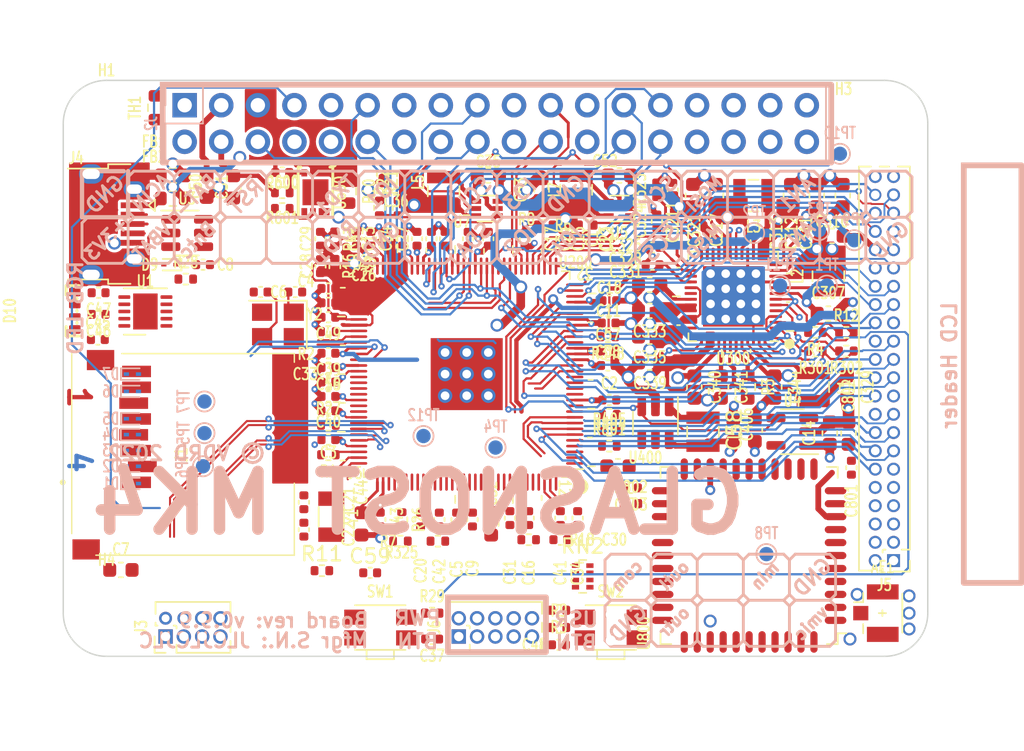
<source format=kicad_pcb>
(kicad_pcb (version 20211014) (generator pcbnew)
  (layers (0 "F.Cu" signal) (1 "In1.Cu" power) (2 "In2.Cu" power) (31 "B.Cu" signal) (34 "B.Paste" user) (35 "F.Paste" user) (36 "B.SilkS" user "B.Silkscreen") (37 "F.SilkS" user "F.Silkscreen") (38 "B.Mask" user) (39 "F.Mask" user) (44 "Edge.Cuts" user))
  (net 0 "")
  (net 1 "GND")
  (net 2 "Net-(AE1-Pad1)")
  (net 3 "+3V3")
  (net 4 "/cpu/hse-out")
  (net 5 "/cpu/hse-in")
  (net 6 "+5V_USB")
  (net 7 "/cpu/vra1")
  (net 8 "Net-(C10-Pad1)")
  (net 9 "/cpu/lse-out")
  (net 10 "/cpu/lse-in")
  (net 11 "+1V8")
  (net 12 "/cpu/svref")
  (net 13 "/cpu/hpcomfb")
  (net 14 "/cpu/vra2")
  (net 15 "+3V0")
  (net 16 "IPS")
  (net 17 "PON")
  (net 18 "+3V3_RTC")
  (net 19 "Net-(C44-Pad1)")
  (net 20 "+3V3_LDO")
  (net 21 "Net-(C324-Pad1)")
  (net 22 "/power/vint")
  (net 23 "/power/lx1")
  (net 24 "ACIN")
  (net 25 "VBAT")
  (net 26 "LDO3")
  (net 27 "Net-(C600-Pad1)")
  (net 28 "BAT_GND")
  (net 29 "BT_REG_ON")
  (net 30 "Net-(C803-Pad1)")
  (net 31 "SDC0-D2")
  (net 32 "SDC0-D3")
  (net 33 "SDC0-CMD")
  (net 34 "/io/uart0")
  (net 35 "SDC0-D0")
  (net 36 "SDC0-D1")
  (net 37 "USB-ID")
  (net 38 "Net-(D10-Pad1)")
  (net 39 "Net-(D10-Pad2)")
  (net 40 "Net-(D10-Pad3)")
  (net 42 "/io/usb_gnd")
  (net 43 "Net-(FB2-Pad1)")
  (net 44 "SDC0-DET")
  (net 45 "BAT_NTC")
  (net 46 "~{RST}")
  (net 50 "UART0-TX")
  (net 51 "UART0-RX")
  (net 52 "GPIO1")
  (net 53 "UART1-TX")
  (net 54 "UART1-RX")
  (net 55 "I2C-SCL")
  (net 56 "I2C-SDA")
  (net 57 "GPIO3")
  (net 58 "GPIO2")
  (net 59 "UART2-TX")
  (net 60 "UART2-RX")
  (net 61 "GPIO4")
  (net 62 "SPI-CLK")
  (net 63 "SPI-CS")
  (net 64 "SPI-MOSI")
  (net 65 "SPI-MISO")
  (net 66 "CAN-TX")
  (net 67 "CAN-RX")
  (net 68 "GPIOA1")
  (net 69 "GPIOA2")
  (net 70 "GPIOA3")
  (net 71 "GPIOA4")
  (net 72 "GPIOA5")
  (net 73 "EPHY-RX-")
  (net 74 "EPHY-RX+")
  (net 75 "EPHY-LINK")
  (net 76 "EPHY-SPD")
  (net 77 "EPHY-TX-")
  (net 78 "EPHY-TX+")
  (net 79 "/io/usb-")
  (net 80 "/io/usb+")
  (net 81 "Net-(C48-Pad1)")
  (net 82 "BTN2")
  (net 83 "LCD-D23")
  (net 84 "LCD-D22")
  (net 85 "LCD-D21")
  (net 86 "LCD-D20")
  (net 87 "LCD-D19")
  (net 88 "LCD-D18")
  (net 89 "LCD-D15")
  (net 90 "LCD-D14")
  (net 91 "LCD-D13")
  (net 92 "LCD-D12")
  (net 93 "LCD-D11")
  (net 94 "LCD-D10")
  (net 95 "LCD-D7")
  (net 96 "LCD-D6")
  (net 97 "LCD-D5")
  (net 98 "LCD-D4")
  (net 99 "LCD-D3")
  (net 100 "LCD-D2")
  (net 101 "LCD-DE")
  (net 102 "LCD-CLK")
  (net 103 "LCD-HSYNC")
  (net 104 "LCD-VSYNC")
  (net 105 "TOUCH-YD")
  (net 106 "Net-(L1-Pad1)")
  (net 107 "Net-(L2-Pad1)")
  (net 108 "Net-(L3-Pad1)")
  (net 109 "Net-(L4-Pad1)")
  (net 110 "Net-(L5-Pad1)")
  (net 111 "Net-(R1-Pad1)")
  (net 112 "Net-(R2-Pad1)")
  (net 113 "Net-(R4-Pad2)")
  (net 114 "SDC0-CLK")
  (net 115 "PMU-VBUSEN")
  (net 116 "Net-(R21-Pad2)")
  (net 118 "Net-(R29-Pad1)")
  (net 119 "Net-(R323-Pad1)")
  (net 120 "NMI")
  (net 121 "Net-(R404-Pad1)")
  (net 122 "Net-(R601-Pad1)")
  (net 123 "SDC1-CLK")
  (net 124 "Net-(R801-Pad2)")
  (net 125 "CLK32K-OUT")
  (net 126 "Net-(R802-Pad2)")
  (net 127 "USB-D+")
  (net 128 "USB-D-")
  (net 130 "PMU_EN")
  (net 131 "SDC1-D2")
  (net 132 "SDC1-D1")
  (net 133 "SDC1-D0")
  (net 134 "SDC1-CMD")
  (net 136 "BT_HOST_WAKE")
  (net 137 "WL_REG_ON")
  (net 145 "/cpu/hpcom")
  (net 148 "/cpu/hpoutr")
  (net 149 "/cpu/hpoutl")
  (net 152 "SDC1-D3")
  (net 153 "unconnected-(U300-Pad3)")
  (net 154 "unconnected-(U300-Pad5)")
  (net 155 "unconnected-(U300-Pad18)")
  (net 156 "unconnected-(U300-Pad19)")
  (net 157 "VDD_CPU")
  (net 160 "WL_HOST_WAKE")
  (net 161 "BT_DISABLE")
  (net 169 "/cpu/micin")
  (net 170 "/cpu/vmic")
  (net 171 "LCD_BL")
  (net 172 "+1V2")
  (net 173 "Net-(L7-Pad1)")
  (net 174 "Net-(R6-Pad2)")
  (net 177 "TOUCH-XR")
  (net 178 "TOUCH-YU")
  (net 179 "TOUCH-XL")
  (net 180 "RSB-SCK")
  (net 181 "RSB-SDA")
  (net 182 "LCD_RESET")
  (footprint "Capacitor_SMD:C_0402_1005Metric" (layer "F.Cu") (at 124.8 90.5 -90)
    (fp_text reference "C20")
    (fp_text value "1uF")
  )
  (footprint "Capacitor_SMD:C_0402_1005Metric" (layer "F.Cu") (at 137.85 76.85)
    (fp_text reference "C11")
    (fp_text value "1uF")
  )
  (footprint "Capacitor_SMD:C_0402_1005Metric" (layer "F.Cu") (at 116.1 74.7)
    (fp_text reference "C4")
    (fp_text value "22pF")
  )
  (footprint "Capacitor_SMD:C_0402_1005Metric" (layer "F.Cu") (at 140.9 72.8 180)
    (fp_text reference "C328")
    (fp_text value "1uF")
  )
  (footprint "Resistor_SMD:R_0402_1005Metric" (layer "F.Cu") (at 117.95 94.05)
    (fp_text reference "R11")
    (fp_text value "10M")
  )
  (footprint "Connector_Coaxial:U.FL_Hirose_U.FL-R-SMT-1_Vertical" (layer "F.Cu") (at 156.4 97)
    (fp_text reference "AE1")
    (fp_text value "Antenna_Shield")
  )
  (footprint "Connector_PinHeader_1.27mm:PinHeader_2x05_P1.27mm_Vertical" (layer "F.Cu") (at 127.45 98.625 90)
    (fp_text reference "J6")
    (fp_text value "Conn_02x05_Odd_Even")
  )
  (footprint "Inductor_SMD:L_Wuerth_MAPI-2512" (layer "F.Cu") (at 153.1 73.6 90)
    (fp_text reference "L2")
    (fp_text value "4.7uH")
  )
  (footprint "Inductor_SMD:L_Wuerth_MAPI-2510" (layer "F.Cu") (at 135.6 67.6 -90)
    (fp_text reference "L7")
    (fp_text value "1uH")
  )
  (footprint "Resistor_SMD:R_0603_1608Metric" (layer "F.Cu") (at 106.4 61.9 90)
    (fp_text reference "TH1")
    (fp_text value "Thermistor_NTC")
  )
  (footprint "Package_TO_SOT_SMD:SOT-23-6" (layer "F.Cu") (at 141.1 83.8 -90)
    (fp_text reference "U400")
    (fp_text value "MCP1640CH")
  )
  (footprint "Capacitor_SMD:C_0603_1608Metric" (layer "F.Cu") (at 138.5 86.8 180)
    (fp_text reference "C10")
    (fp_text value "10uF")
  )
  (footprint "Capacitor_SMD:C_0603_1608Metric" (layer "F.Cu") (at 120.7 90.8 -90)
    (fp_text reference "C44")
    (fp_text value "4.7uF")
  )
  (footprint "Diode_SMD:D_SOD-923" (layer "F.Cu") (at 107.4 72.8 180)
    (fp_text reference "D9")
    (fp_text value "5V")
  )
  (footprint "Resistor_SMD:R_0402_1005Metric" (layer "F.Cu") (at 137.9 84.3)
    (fp_text reference "R405")
    (fp_text value "976k")
  )
  (footprint "Crystal:Crystal_SMD_3215-2Pin_3.2x1.5mm" (layer "F.Cu") (at 118.6 90.3 90)
    (fp_text reference "Y1")
    (fp_text value "Crystal_Small")
  )
  (footprint "Package_TO_SOT_SMD:SOT-23-6" (layer "F.Cu") (at 108.6 70.6)
    (fp_text reference "U3")
    (fp_text value "USBLC6-2P6")
  )
  (footprint "Resistor_SMD:R_0603_1608Metric" (layer "F.Cu") (at 119.8 67.7 -90)
    (fp_text reference "R10")
    (fp_text value "0/dnp")
  )
  (footprint "Capacitor_SMD:C_0402_1005Metric" (layer "F.Cu") (at 116.7 89.3 -90)
    (fp_text reference "C21")
    (fp_text value "22pF")
  )
  (footprint "Resistor_SMD:R_0402_1005Metric" (layer "F.Cu") (at 139.4 89.4)
    (fp_text reference "R802")
    (fp_text value "22")
  )
  (footprint "Resistor_SMD:R_0402_1005Metric" (layer "F.Cu") (at 108.5 73.8)
    (fp_text reference "R28")
    (fp_text value "10k")
  )
  (footprint "Package_TO_SOT_SMD:SOT-23-5" (layer "F.Cu") (at 150.6 84.4 180)
    (fp_text reference "U4")
    (fp_text value "AP22811")
  )
  (footprint "Capacitor_SMD:C_0603_1608Metric" (layer "F.Cu") (at 154.1 68 90)
    (fp_text reference "C311")
    (fp_text value "4.7uF")
  )
  (footprint "Resistor_SMD:R_0402_1005Metric" (layer "F.Cu") (at 141.2 67.6 90)
    (fp_text reference "R323")
    (fp_text value "200K")
  )
  (footprint "Capacitor_SMD:C_0603_1608Metric" (layer "F.Cu") (at 154.4 81.3 -90)
    (fp_text reference "C329")
    (fp_text value "10uF")
  )
  (footprint "Resistor_SMD:R_0402_1005Metric" (layer "F.Cu") (at 121.95 68.85 90)
    (fp_text reference "R22")
    (fp_text value "100k")
  )
  (footprint "Capacitor_SMD:C_0402_1005Metric" (layer "F.Cu") (at 122.5 71 90)
    (fp_text reference "C27")
    (fp_text value "1nF")
  )
  (footprint "Capacitor_SMD:C_0402_1005Metric" (layer "F.Cu") (at 141.2 69.8 90)
    (fp_text reference "C324")
    (fp_text value "1uF")
  )
  (footprint "Capacitor_SMD:C_0402_1005Metric" (layer "F.Cu") (at 118.4 79.95 180)
    (fp_text reference "C56")
    (fp_text value "100nF")
  )
  (footprint "Resistor_SMD:R_0402_1005Metric" (layer "F.Cu") (at 118.4 83.95)
    (fp_text reference "R27")
    (fp_text value "10k")
  )
  (footprint "Capacitor_SMD:C_0603_1608Metric" (layer "F.Cu") (at 143.7 68 90)
    (fp_text reference "C321")
    (fp_text value "4.7uF")
  )
  (footprint "Resistor_SMD:R_0402_1005Metric" (layer "F.Cu") (at 126 92 180)
    (fp_text reference "R7")
    (fp_text value "33")
  )
  (footprint "Package_DFN_QFN:QFN-48-1EP_6x6mm_P0.4mm_EP4.2x4.2mm_ThermalVias" (layer "F.Cu") (at 146.5 75 180)
    (fp_text reference "U300")
    (fp_text value "AXP203")
  )
  (footprint "Resistor_SMD:R_0402_1005Metric" (layer "F.Cu") (at 137.9 85.4)
    (fp_text reference "R801")
    (fp_text value "22")
  )
  (footprint "MountingHole:MountingHole_2.7mm_M2.5" (layer "F.Cu") (at 157 63)
    (fp_text reference "H3")
    (fp_text value "MountingHole")
  )
  (footprint "Resistor_SMD:R_0402_1005Metric" (layer "F.Cu") (at 118.4 77.45 180)
    (fp_text reference "R2")
    (fp_text value "240")
  )
  (footprint "Capacitor_SMD:C_0402_1005Metric" (layer "F.Cu") (at 134.5 90.4 -90)
    (fp_text reference "C41")
    (fp_text value "1uF")
  )
  (footprint "Capacitor_SMD:C_0603_1608Metric" (layer "F.Cu") (at 149.35 81.3 -90)
    (fp_text reference "C344")
    (fp_text value "4.7uF")
  )
  (footprint "Package_DFN_QFN:DFN-10-1EP_3x3mm_P0.5mm_EP1.7x2.5mm" (layer "F.Cu") (at 105.7 76.05 180)
    (fp_text reference "U1")
    (fp_text value "IS31FL3193")
  )
  (footprint "Capacitor_SMD:C_0603_1608Metric" (layer "F.Cu") (at 154.5 84.5 90)
    (fp_text reference "C802")
    (fp_text value "4.7uF")
  )
  (footprint "Package_TO_SOT_SMD:SOT-563" (layer "F.Cu") (at 129.4 68.9 180)
    (fp_text reference "U7")
    (fp_text value "AP61100")
  )
  (footprint "Capacitor_SMD:C_0603_1608Metric" (layer "F.Cu") (at 152.3 68 90)
    (fp_text reference "C312")
    (fp_text value "4.7uF")
  )
  (footprint "Capacitor_SMD:C_0603_1608Metric" (layer "F.Cu") (at 150.5 68 90)
    (fp_text reference "C313")
    (fp_text value "10uF")
  )
  (footprint "Capacitor_SMD:C_0402_1005Metric" (layer "F.Cu") (at 124.55 71 90)
    (fp_text reference "C17")
    (fp_text value "1uF")
  )
  (footprint "Resistor_SMD:R_0603_1608Metric" (layer "F.Cu") (at 147.5 81.3 -90)
    (fp_text reference "R3")
    (fp_text value "30m")
  )
  (footprint "Capacitor_SMD:C_0402_1005Metric" (layer "F.Cu") (at 118.4 84.95 180)
    (fp_text reference "C3")
    (fp_text value "1uF")
  )
  (footprint "Resistor_SMD:R_0402_1005Metric" (layer "F.Cu") (at 118.85 72.9 -90)
    (fp_text reference "R16")
    (fp_text value "2.2k")
  )
  (footprint "Capacitor_SMD:C_0402_1005Metric" (layer "F.Cu") (at 127.3 90.5 -90)
    (fp_text reference "C5")
    (fp_text value "1uF")
  )
  (footprint "Resistor_SMD:R_0402_1005Metric" (layer "F.Cu") (at 125.6 97)
    (fp_text reference "R29")
    (fp_text value "1k")
  )
  (footprint "Resistor_SMD:R_0402_1005Metric" (layer "F.Cu") (at 137.8 77.8 180)
    (fp_text reference "R348")
    (fp_text value "47k")
  )
  (footprint "Capacitor_SMD:C_0402_1005Metric" (layer "F.Cu") (at 118.4 74.45 180)
    (fp_text reference "C25")
    (fp_text value "1uF")
  )
  (footprint "Resistor_SMD:R_0402_1005Metric" (layer "F.Cu") (at 115.2 68.9 180)
    (fp_text reference "R601")
    (fp_text value "2.7k")
  )
  (footprint "Capacitor_SMD:C_0402_1005Metric" (layer "F.Cu") (at 115.2 66.4 180)
    (fp_text reference "C600")
    (fp_text value "100nF")
  )
  (footprint "allwinner:QFP-128_14x14_Pitch0.4mm" (layer "F.Cu") (at 128 80.4 180)
    (fp_text reference "U200")
    (fp_text value "V3s")
  )
  (footprint "Resistor_SMD:R_0402_1005Metric" (layer "F.Cu") (at 118.4 86 180)
    (fp_text reference "R1")
    (fp_text value "6.04k")
  )
  (footprint "Capacitor_SMD:C_0603_1608Metric" (layer "F.Cu") (at 143.8 81.3 -90)
    (fp_text reference "C340")
    (fp_text value "10uF")
  )
  (footprint "Resistor_SMD:R_0402_1005Metric" (layer "F.Cu") (at 137.9 83.2)
    (fp_text reference "R404")
    (fp_text value "562k")
  )
  (footprint "Crystal:Crystal_SMD_3225-4Pin_3.2x2.5mm" (layer "F.Cu") (at 114.9 76.95 180)
    (fp_text reference "Y2")
    (fp_text value "24MHz")
  )
  (footprint "Inductor_SMD:L_Wuerth_MAPI-2510" (layer "F.Cu") (at 126.4 67.7 -90)
    (fp_text reference "L5")
    (fp_text value "1uH")
  )
  (footprint "Capacitor_SMD:C_0603_1608Metric" (layer "F.Cu") (at 145.3 68 90)
    (fp_text reference "C317")
    (fp_text value "10uF")
  )
  (footprint "diodes:DFN-2030-6" (layer "F.Cu") (at 117.50429 67.770711 -90)
    (fp_text reference "U600")
    (fp_text value "AP9211")
  )
  (footprint "Capacitor_SMD:C_0603_1608Metric" (layer "F.Cu") (at 140.7 77.8 180)
    (fp_text reference "C335")
    (fp_text value "10uF")
  )
  (footprint "Capacitor_SMD:C_0402_1005Metric" (layer "F.Cu") (at 125.6 98.8 180)
    (fp_text reference "C37")
    (fp_text value "100nF")
  )
  (footprint "Capacitor_SMD:C_0603_1608Metric" (layer "F.Cu") (at 129.5 66.6 180)
    (fp_text reference "C35")
    (fp_text value "10uF")
  )
  (footprint "Resistor_SMD:R_0402_1005Metric" (layer "F.Cu") (at 134.4 98)
    (fp_text reference "R9")
    (fp_text value "1k")
  )
  (footprint "Capacitor_SMD:C_0402_1005Metric" (layer "F.Cu") (at 118.4 81.95 180)
    (fp_text reference "C19")
    (fp_text value "1uF")
  )
  (footprint "Capacitor_SMD:C_0603_1608Metric" (layer "F.Cu") (at 109.95 67.35 -90)
    (fp_text reference "C50")
    (fp_text value "10uF")
  )
  (footprint "Connector_PinHeader_1.27mm:PinHeader_2x22_P1.27mm_Vertical" (layer "F.Cu") (at 157.625 93.35 180)
    (fp_text reference "J5")
    (fp_text value "Conn_02x22_Odd_Even")
  )
  (footprint "Capacitor_SMD:C_0603_1608Metric" (layer "F.Cu") (at 140.7 76 180)
    (fp_text reference "C333")
    (fp_text value "10uF")
  )
  (footprint "Capacitor_SMD:C_0603_1608Metric" (layer "F.Cu") (at 111.8 67.4 -90)
    (fp_text reference "C51")
    (fp_text value "10uF")
  )
  (footprint "Capacitor_SMD:C_0402_1005Metric" (layer "F.Cu") (at 120.35 71 90)
    (fp_text reference "C13")
    (fp_text value "1uF")
  )
  (footprint "Capacitor_SMD:C_0603_1608Metric" (layer "F.Cu") (at 145.65 81.3 -90)
    (fp_text reference "C341")
    (fp_text value "4.7uF")
  )
  (footprint "Button_Switch_SMD:SW_SPST_EVQP7C" (layer "F.Cu") (at 122 98)
    (fp_text reference "SW1")
    (fp_text value "SW_Push")
  )
  (footprint "Capacitor_SMD:C_0402_1005Metric" (layer "F.Cu") (at 102.4 78)
    (fp_text reference "C45")
    (fp_text value "1uF")
  )
  (footprint "Resistor_SMD:R_0603_1608Metric" (layer "F.Cu") (at 107.6 66.6)
    (fp_text reference "FB1")
    (fp_text value "FerriteBead_Small")
  )
  (footprint "Capacitor_SMD:C_0402_1005Metric" (layer "F.Cu") (at 137.8 78.8)
    (fp_text reference "C57")
    (fp_text value "1uF")
  )
  (footprint "Capacitor_SMD:C_0402_1005Metric" (layer "F.Cu") (at 132.3 90.4 -90)
    (fp_text reference "C16")
    (fp_text value "1uF")
  )
  (footprint "Capacitor_SMD:C_0402_1005Metric" (layer "F.Cu") (at 118.4 82.95 180)
    (fp_text reference "C40")
    (fp_text value "1uF")
  )
  (footprint "MountingHole:MountingHole_2.7mm_M2.5" (layer "F.Cu") (at 103 97)
    (fp_text reference "H4")
    (fp_text value "MountingHole")
  )
  (footprint "Capacitor_SMD:C_0402_1005Metric" (layer "F.Cu") (at 121.35 71 90)
    (fp_text reference "C55")
    (fp_text value "100nF")
  )
  (footprint "sdio:lga44_12x12mm_P0.9" (layer "F.Cu") (at 147.6 93 180)
    (fp_text reference "U800")
    (fp_text value "RTL8723BS")
  )
  (footprint "Capacitor_SMD:C_0402_1005Metric" (layer "F.Cu") (at 102.45 76.25 180)
    (fp_text reference "C46")
    (fp_text value "100nF")
  )
  (footprint "Capacitor_SMD:C_0402_1005Metric" (layer "F.Cu") (at 154.7 86.9 -90)
    (fp_text reference "C801")
    (fp_text value "100nF")
  )
  (footprint "MountingHole:MountingHole_2.7mm_M2.5" (layer "F.Cu") (at 103 63)
    (fp_text reference "H1")
    (fp_text value "MountingHole")
  )
  (footprint "Capacitor_SMD:C_0402_1005Metric" (layer "F.Cu") (at 134.4 99.2)
    (fp_text reference "C48")
    (fp_text value "100nF")
  )
  (footprint "led:rgb-1204" (layer "F.Cu") (at 100.3 76 90)
    (fp_text reference "D10")
    (fp_text value "LED_RGBA")
  )
  (footprint "Capacitor_SMD:C_0402_1005Metric" (layer "F.Cu") (at 121.3 94.2)
    (fp_text reference "C59")
    (fp_text value "10nF")
  )
  (footprint "Capacitor_SMD:C_0402_1005Metric" (layer "F.Cu") (at 116.7 91.2 90)
    (fp_text reference "C22")
    (fp_text value "22pF")
  )
  (footprint "Resistor_SMD:R_0402_1005Metric" (layer "F.Cu") (at 152.2 77.5 180)
    (fp_text reference "R4")
    (fp_text value "2.2k")
  )
  (footprint "Capacitor_SMD:C_0402_1005Metric" (layer "F.Cu") (at 126.5 71 90)
    (fp_text reference "C15")
    (fp_text value "1nF")
  )
  (footprint "Capacitor_SMD:C_0402_1005Metric" (layer "F.Cu") (at 137.9 82.2)
    (fp_text reference "C2")
    (fp_text value "1uF")
  )
  (footprint "Capacitor_SMD:C_0603_1608Metric" (layer "F.Cu") (at 146.5 84.3 90)
    (fp_text reference "C406")
    (fp_text value "10uF")
  )
  (footprint "Capacitor_SMD:C_0603_1608Metric" (layer "F.Cu") (at 153.35 70.8)
    (fp_text reference "C310")
    (fp_text value "10uF")
  )
  (footprint "Capacitor_SMD:C_0402_1005Metric" (layer "F.Cu") (at 131 90.4 -90)
    (fp_text reference "C31")
    (fp_text value "1uF")
  )
  (footprint "Resistor_SMD:R_0402_1005Metric" (layer "F.Cu") (at 152.2 78.8 180)
    (fp_text reference "R301")
    (fp_text value "1.8k")
  )
  (footprint "Resistor_SMD:R_0402_1005Metric" (layer "F.Cu") (at 132.3 91.9 180)
    (fp_text reference "R18")
    (fp_text value "200k")
  )
  (footprint "Capacitor_SMD:C_0402_1005Metric" (layer "F.Cu") (at 118.4 75.45 180)
    (fp_text reference "C26")
    (fp_text value "100nF")
  )
  (footprint "Resistor_SMD:R_0402_1005Metric" (layer "F.Cu") (at 115.2 67.8)
    (fp_text reference "R600")
    (fp_text value "330")
  )
  (footprint "Capacitor_SMD:C_0603_1608Metric" (layer "F.Cu") (at 148 84.3 90)
    (fp_text reference "C58")
    (fp_text value "10uF")
  )
  (footprint "Resistor_SMD:R_0402_1005Metric" (layer "F.Cu") (at 134.4 96.8 180)
    (fp_text reference "R5")
    (fp_text value "1k")
  )
  (footprint "Capacitor_SMD:C_0402_1005Metric" (layer "F.Cu") (at 118.4 80.95 180)
    (fp_text reference "C39")
    (fp_text value "1uF")
  )
  (footprint "Capacitor_SMD:C_0402_1005Metric" (layer "F.Cu") (at 135.7 90.4 -90)
    (fp_text reference "C34")
    (fp_text value "1nF")
  )
  (footprint "Capacitor_SMD:C_0402_1005Metric" (layer "F.Cu") (at 140.9 71.6 180)
    (fp_text reference "C326")
    (fp_text value "1uF")
  )
  (footprint "Connector_USB:USB_Micro-B_Amphenol_10103594-0001LF_Horizontal" (layer "F.Cu") (at 103.05 70 -90)
    (fp_text reference "J4")
    (fp_text value "USB_B_Micro")
  )
  (footprint "Capacitor_SMD:C_0402_1005Metric" (layer "F.Cu") (at 137.9 75.3)
    (fp_text reference "C18")
    (fp_text value "1uF")
  )
  (footprint "Resistor_SMD:R_0402_1005Metric" (layer "F.Cu") (at 123.5 90.5 -90)
    (fp_text reference "R26")
    (fp_text value "10k")
  )
  (footprint "Capacitor_SMD:C_0402_1005Metric" (layer "F.Cu") (at 128.1 71 90)
    (fp_text reference "C1")
    (fp_text value "1uF")
  )
  (footprint "Inductor_SMD:L_Wuerth_MAPI-2512" (layer "F.Cu") (at 152.05 81.3 -90)
    (fp_text reference "L1")
    (fp_text value "4.7uH")
  )
  (footprint "Resistor_SMD:R_0402_1005Metric" (layer "F.Cu") (at 133.45 70.05 180)
    (fp_text reference "R8")
    (fp_text value "200k")
  )
  (footprint "Resistor_SMD:R_0603_1608Metric" (layer "F.Cu") (at 107.6 68.2)
    (fp_text reference "FB2")
    (fp_text value "FerriteBead_Small")
  )
  (footprint "Capacitor_SMD:C_0402_1005Metric" (layer "F.Cu") (at 129.5 71 90)
    (fp_text reference "C23")
    (fp_text value "1uF")
  )
  (footprint "Capacitor_SMD:C_0402_1005Metric" (layer "F.Cu") (at 125.55 71 90)
    (fp_text reference "C24")
    (fp_text value "1uF")
  )
  (footprint "Capacitor_SMD:C_0603_1608Metric" (layer "F.Cu") (at 104 94)
    (fp_text reference "C7")
    (fp_text value "10uF")
  )
  (footprint "Capacitor_SMD:C_0402_1005Metric" (layer "F.Cu") (at 109.7 72.8 180)
    (fp_text reference "C8")
    (fp_text value "100nF")
  )
  (footprint "Capacitor_SMD:C_0402_1005Metric" (layer "F.Cu") (at 118.4 76.45 180)
    (fp_text reference "C49")
    (fp_text value "100nF")
  )
  (footprint "Resistor_SMD:R_0402_1005Metric" (layer "F.Cu") (at 123.4 92)
    (fp_text reference "R325")
    (fp_text value "47k")
  )
  (footprint "gct:MEM20610118800A" (layer "F.Cu") (at 105.0875 80.215 -90)
    (fp_text reference "J1")
    (fp_text value "Micro_SD_Card_Det" hide)
  )
  (footprint "Connector_PinHeader_1.27mm:PinHeader_2x04_P1.27mm_Vertical" (layer "F.Cu") (at 107.1 98.625 90)
    (fp_text reference "J3")
    (fp_text value "Conn_01x08")
  )
  (footprint "Inductor_SMD:L_Wuerth_MAPI-2510" (layer "F.Cu") (at 144.4 84.4 -90)
    (fp_text reference "L4")
    (fp_text value "4.7uH")
  )
  (footprint "Capacitor_SMD:C_0402_1005Metric" (layer "F.Cu") (at 118.4 78.95 180)
    (fp_text reference "C33")
    (fp_text value "100nF")
  )
  (footprint "Capacitor_SMD:C_0402_1005Metric" (layer "F.Cu") (at 117.85 72.9 90)
    (fp_text reference "C28")
    (fp_text value "100nF")
  )
  (footprint "Capacitor_SMD:C_0402_1005Metric" (layer "F.Cu") (at 142.3 67.6 90)
    (fp_text reference "C3211")
    (fp_text value "100nF")
  )
  (footprint "Package_TO_SOT_SMD:SOT-563" (layer "F.Cu") (at 138.6 68.9 180)
    (fp_text reference "U5")
    (fp_text value "AP61100")
  )
  (footprint "Capacitor_SMD:C_0603_1608Metric" (layer "F.Cu") (at 138.6 66.6 180)
    (fp_text reference "C52")
    (fp_text value "10uF")
  )
  (footprint "Capacitor_SMD:C_0402_1005Metric" (layer "F.Cu") (at 134.5 91.9)
    (fp_text reference "C30")
    (fp_text value "1uF")
  )
  (footprint "Capacitor_SMD:C_0402_1005Metric" (layer "F.Cu") (at 126.1 90.5 -90)
    (fp_text reference "C42")
    (fp_text value "1uF")
  )
  (footprint "Capacitor_SMD:C_0603_1608Metric" (layer "F.Cu") (at 129.7 90.8 -90)
    (fp_text reference "C32")
    (fp_text value "10uF")
  )
  (footprint "Capacitor_SMD:C_0402_1005Metric" (layer "F.Cu") (at 113.7 74.7 180)
    (fp_text reference "C6")
    (fp_text value "22pF")
  )
  (footprint "Capacitor_SMD:C_0603_1608Metric" (layer "F.Cu") (at 123.1 66.95 180)
    (fp_text reference "C36")
    (fp_text value "10uF")
  )
  (footprint "Capacitor_SMD:C_0402_1005Metric" (layer "F.Cu") (at 137.8 79.8)
    (fp_text reference "C38")
    (fp_text value "1uF")
  )
  (footprint "Resistor_SMD:R_0402_1005Metric" (layer "F.Cu") (at 154.35 77.5)
    (fp_text reference "R12")
    (fp_text value "100K")
  )
  (footprint "Resistor_SMD:R_0402_1005Metric" (layer "F.Cu") (at 123.25 68.85 -90)
    (fp_text reference "R21")
    (fp_text value "200k")
  )
  (footprint "Capacitor_SMD:C_0603_1608Metric" (layer "F.Cu") (at 153.2 84.5 90)
    (fp_text reference "C14")
    (fp_text value "10uF")
  )
  (footprint "Capacitor_SMD:C_0402_1005Metric" (layer "F.Cu") (at 122 90.5 -90)
    (fp_text reference "C43")
    (fp_text value "1uF")
  )
  (footprint "Resistor_SMD:R_0402_1005Metric" (layer "F.Cu") (at 154.35 78.8 180)
    (fp_text reference "R302")
    (fp_text value "1.8k")
  )
  (footprint "Capacitor_SMD:C_0603_1608Metric" (layer "F.Cu") (at 133.2 67.6 90)
    (fp_text reference "C53")
    (fp_text value "10uF")
  )
  (footprint "Capacitor_SMD:C_0603_1608Metric" (layer "F.Cu") (at 140.7 74.2 180)
    (fp_text reference "C331")
    (fp_text value "10uF")
  )
  (footprint "Resistor_SMD:R_0402_1005Metric" (layer "F.Cu") (at 136.3 70.05)
    (fp_text reference "R6")
    (fp_text value "200k")
  )
  (footprint "Capacitor_SMD:C_0402_1005Metric" (layer "F.Cu") (at 123.55 71 90)
    (fp_text reference "C54")
    (fp_text value "100nF")
  )
  (footprint "Capacitor_SMD:C_0603_1608Metric" (layer "F.Cu") (at 140.7 79.6 180)
    (fp_text reference "C339")
    (fp_text value "10uF")
  )
  (footprint "Capacitor_SMD:C_0402_1005Metric" (layer "F.Cu") (at 117.85 71 90)
    (fp_text reference "C29")
    (fp_text value "100nF")
  )
  (footprint "Resistor_SMD:R_Array_Concave_4x0402" (layer "F.Cu") (at 136.05 94.45)
    (fp_text reference "RN2")
    (fp_text value "100k")
  )
  (footprint "Capacitor_SMD:C_0402_1005Metric" (layer "F.Cu") (at 102.45 74.75 180)
    (fp_text reference "C47")
    (fp_text value "1uF")
  )
  (footprint "Button_Switch_SMD:SW_SPST_EVQP7C" (layer "F.Cu") (at 138 98)
    (fp_text reference "SW2")
    (fp_text value "SW_Push")
  )
  (footprint "Capacitor_SMD:C_0402_1005Metric" (layer "F.Cu") (at 132.05 71.05 90)
    (fp_text reference "C12")
    (fp_text value "1uF")
  )
  (footprint "Capacitor_SMD:C_0603_1608Metric" (layer "F.Cu") (at 153.1 76.2)
    (fp_text reference "C307")
    (fp_text value "10uF")
  )
  (footprint "Inductor_SMD:L_Wuerth_MAPI-2512" (layer "F.Cu") (at 147.9 68 180)
    (fp_text reference "L3")
    (fp_text value "4.7uH")
  )
  (footprint "Capacitor_SMD:C_0402_1005Metric" (layer "F.Cu") (at 128.4 90.5 -90)
    (fp_text reference "C9")
    (fp_text value "1uF")
  )
  (footprint "Resistor_SMD:R_0402_1005Metric" (layer "F.Cu") (at 118.85 71 -90)
    (fp_text reference "R17")
    (fp_text value "2.2k")
  )
  (footprint "Capacitor_SMD:C_0402_1005Metric" (layer "F.Cu") (at 139.4 88.3 180)
    (fp_text reference "C803")
    (fp_text value "100nF")
  )
  (footprint "TestPoint:TestPoint_Pad_D1.0mm" (layer "B.Cu") (at 147.95 70.6 180)
    (fp_text reference "TP2")
    (fp_text value "TestPoint")
  )
  (footprint "TestPoint:TestPoint_Pad_D1.0mm" (layer "B.Cu") (at 148.8 92.9 180)
    (fp_text reference "TP8")
    (fp_text value "TestPoint")
  )
  (footprint "Diode_SMD:D_SOD-923" (layer "B.Cu") (at 104.8 83.5)
    (fp_text reference "D5")
    (fp_text value "3V3")
  )
  (footprint "TestPoint:TestPoint_Pad_D1.0mm" (layer "B.Cu") (at 153.9 65.1 180)
    (fp_text reference "TP10")
    (fp_text value "TestPoint")
  )
  (footprint "Diode_SMD:D_SOD-923" (layer "B.Cu") (at 104.8 85.7)
    (fp_text reference "D3")
    (fp_text value "3V3")
  )
  (footprint "TestPoint:TestPoint_Pad_D1.0mm" (layer "B.Cu") (at 109.8 82.3 -90)
    (fp_text reference "TP7")
    (fp_text value "TestPoint")
  )
  (footprint "TestPoint:TestPoint_Pad_D1.0mm" (layer "B.Cu") (at 109.8 84.5 -90)
    (fp_text reference "TP5")
    (fp_text value "TestPoint")
  )
  (footprint "TestPoint:TestPoint_Pad_D1.0mm" (layer "B.Cu") (at 153 74.25 180)
    (fp_text reference "TP1")
    (fp_text value "TestPoint")
  )
  (footprint "Diode_SMD:D_SOD-923" (layer "B.Cu") (at 104.8 84.6)
    (fp_text reference "D4")
    (fp_text value "3V3")
  )
  (footprint "Diode_SMD:D_SOD-923" (layer "B.Cu") (at 104.8 80.4)
    (fp_text reference "D7")
    (fp_text value "3V3")
  )
  (footprint "TestPoint:TestPoint_Pad_D1.0mm" (layer "B.Cu") (at 152.45 70.4 180)
    (fp_text reference "TP3")
    (fp_text value "TestPoint")
  )
  (footprint "TestPoint:TestPoint_Pad_D1.0mm" (layer "B.Cu") (at 109.7 86.8 -90)
    (fp_text reference "TP6")
    (fp_text value "TestPoint")
  )
  (footprint "TestPoint:TestPoint_Pad_D1.0mm" (layer "B.Cu") (at 154.9 71.1 180)
    (fp_text reference "TP9")
    (fp_text value "TestPoint")
  )
  (footprint "Connector_PinHeader_2.54mm:PinHeader_2x18_P2.54mm_Vertical" (layer "B.Cu") (at 108.425 61.725 -90)
    (fp_text reference "J2")
    (fp_text value "Conn_02x18_Odd_Even")
  )
  (footprint "Diode_SMD:D_SOD-923" (layer "B.Cu") (at 104.8 88)
    (fp_text reference "D1")
    (fp_text value "3V3")
  )
  (footprint "Diode_SMD:D_SOD-923" (layer "B.Cu") (at 104.8 86.8)
    (fp_text reference "D2")
    (fp_text value "3V3")
  )
  (footprint "Diode_SMD:D_SOD-923" (layer "B.Cu") (at 104.8 81.6)
    (fp_text reference "D6")
    (fp_text value "3V3")
  )
  (footprint "TestPoint:TestPoint_Pad_D1.0mm" (layer "B.Cu") (at 149.75 74.25 180)
    (fp_text reference "TP11")
    (fp_text value "TestPoint")
  )
  (footprint "TestPoint:TestPoint_Pad_D1.0mm" (layer "B.Cu") (at 130 85.5 180)
    (fp_text reference "TP4")
    (fp_text value "TestPoint")
  )
  (footprint "TestPoint:TestPoint_Pad_D1.0mm" (layer "B.Cu") (at 125 84.7 180)
    (fp_text reference "TP12")
    (fp_text value "TestPoint")
  )
  (gr_line (start 152.5 72.305) (end 152.5 69.905) (layer "B.SilkS") (width 0.2))
  (gr_line (start 133.3 69.905) (end 132.9 69.505) (layer "B.SilkS") (width 0.2))
  (gr_line (start 144 93.305) (end 144.4 92.905) (layer "B.SilkS") (width 0.2))
  (gr_line (start 136.1 69.505) (end 136.5 69.105) (layer "B.SilkS") (width 0.2))
  (gr_line (start 150.4 95.705) (end 150.8 96.105) (layer "B.SilkS") (width 0.2))
  (gr_line (start 117.3 69.105) (end 117.3 66.705) (layer "B.SilkS") (width 0.2))
  (gr_line (start 107.7 66.705) (end 107.3 66.305) (layer "B.SilkS") (width 0.2))
  (gr_line (start 142.9 72.305) (end 143.3 72.705) (layer "B.SilkS") (width 0.2))
  (gr_line (start 153.2 96.105) (end 153.6 95.705) (layer "B.SilkS") (width 0.2))
  (gr_line (start 136.5 72.305) (end 136.9 72.705) (layer "B.SilkS") (width 0.2))
  (gr_line (start 126.9 72.305) (end 127.3 72.705) (layer "B.SilkS") (width 0.2))
  (gr_line (start 152.5 72.305) (end 152.9 72.705) (layer "B.SilkS") (width 0.2))
  (gr_line (start 141.2 99.305) (end 143.6 99.305) (layer "B.SilkS") (width 0.2))
  (gr_line (start 152.1 72.705) (end 152.5 72.305) (layer "B.SilkS") (width 0.2))
  (gr_line (start 140.8 93.305) (end 140.4 92.905) (layer "B.SilkS") (width 0.2))
  (gr_line (start 148.9 69.505) (end 149.3 69.105) (layer "B.SilkS") (width 0.2))
  (gr_line (start 107.3 72.705) (end 107.7 72.305) (layer "B.SilkS") (width 0.2))
  (gr_line (start 108.1 72.705) (end 110.5 72.705) (layer "B.SilkS") (width 0.2))
  (gr_line (start 143.3 72.705) (end 145.7 72.705) (layer "B.SilkS") (width 0.2))
  (gr_line (start 104.9 72.705) (end 107.3 72.705) (layer "B.SilkS") (width 0.2))
  (gr_line (start 114.5 66.305) (end 116.9 66.305) (layer "B.SilkS") (width 0.2))
  (gr_line (start 114.1 69.905) (end 113.7 69.505) (layer "B.SilkS") (width 0.2))
  (gr_line (start 152.9 72.705) (end 155.3 72.705) (layer "B.SilkS") (width 0.2))
  (gr_line (start 139.3 72.705) (end 139.7 72.305) (layer "B.SilkS") (width 0.2))
  (gr_line (start 153.6 93.305) (end 153.2 92.905) (layer "B.SilkS") (width 0.2))
  (gr_line (start 158.5 69.505) (end 158.9 69.105) (layer "B.SilkS") (width 0.2))
  (gr_line (start 123.7 66.705) (end 123.3 66.305) (layer "B.SilkS") (width 0.2))
  (gr_line (start 147.2 98.905) (end 147.6 99.305) (layer "B.SilkS") (width 0.2))
  (gr_line (start 101.3 69.505) (end 101.3 66.305) (layer "B.SilkS") (width 0.3))
  (gr_line (start 137.6 95.705) (end 138 96.105) (layer "B.SilkS") (width 0.2))
  (gr_line (start 146.5 72.705) (end 148.9 72.705) (layer "B.SilkS") (width 0.2))
  (gr_line (start 130.5 66.305) (end 132.9 66.305) (layer "B.SilkS") (width 0.2))
  (gr_line (start 144 93.305) (end 143.6 92.905) (layer "B.SilkS") (width 0.2))
  (gr_line (start 150.4 98.905) (end 150.8 99.305) (layer "B.SilkS") (width 0.2))
  (gr_line (start 141.2 96.105) (end 143.6 96.105) (layer "B.SilkS") (width 0.2))
  (gr_line (start 155.3 72.705) (end 155.7 72.305) (layer "B.SilkS") (width 0.2))
  (gr_line (start 139.7 69.905) (end 140.1 69.505) (layer "B.SilkS") (width 0.2))
  (gr_line (start 137.6 93.305) (end 138 92.905) (layer "B.SilkS") (width 0.2))
  (gr_line (start 142.9 72.305) (end 142.9 69.905) (layer "B.SilkS") (width 0.2))
  (gr_line (start 126.9 69.105) (end 126.9 66.705) (layer "B.SilkS") (width 0.2))
  (gr_line (start 152.5 69.905) (end 152.9 69.505) (layer "B.SilkS") (width 0.2))
  (gr_line (start 138 92.905) (end 140.4 92.905) (layer "B.SilkS") (width 0.2))
  (gr_line (start 149.3 72.305) (end 149.7 72.705) (layer "B.SilkS") (width 0.2))
  (gr_line (start 101.3 69.905) (end 101.7 69.505) (layer "B.SilkS") (width 0.2))
  (gr_line (start 130.1 66.705) (end 130.5 66.305) (layer "B.SilkS") (width 0.2))
  (gr_line (start 146.8 96.105) (end 147.2 95.705) (layer "B.SilkS") (width 0.2))
  (gr_line (start 107.7 72.305) (end 107.7 69.905) (layer "B.SilkS") (width 0.2))
  (gr_line (start 126.9 72.305) (end 126.9 69.905) (layer "B.SilkS") (width 0.2))
  (gr_line (start 141.2 92.905) (end 143.6 92.905) (layer "B.SilkS") (width 0.2))
  (gr_line (start 145.7 72.705) (end 146.1 72.305) (layer "B.SilkS") (width 0.2))
  (gr_line (start 123.7 72.305) (end 123.7 69.905) (layer "B.SilkS") (width 0.2))
  (gr_line (start 124.1 69.505) (end 126.5 69.505) (layer "B.SilkS") (width 0.2))
  (gr_line (start 110.9 72.305) (end 111.3 72.705) (layer "B.SilkS") (width 0.2))
  (gr_line (start 147.2 93.305) (end 147.6 92.905) (layer "B.SilkS") (width 0.2))
  (gr_line (start 133.7 69.505) (end 136.1 69.505) (layer "B.SilkS") (width 0.2))
  (gr_line (start 117.3 72.305) (end 117.7 72.705) (layer "B.SilkS") (width 0.2))
  (gr_line (start 104.5 69.105) (end 104.9 69.505) (layer "B.SilkS") (width 0.2))
  (gr_line (start 120.1 69.505) (end 120.5 69.105) (layer "B.SilkS") (width 0.2))
  (gr_line (start 147.2 93.305) (end 146.8 92.905) (layer "B.SilkS") (width 0.2))
  (gr_line (start 108.1 66.305) (end 110.5 66.305) (layer "B.SilkS") (width 0.2))
  (gr_line (start 147.6 92.905) (end 150 92.905) (layer "B.SilkS") (width 0.2))
  (gr_line (start 117.7 66.305) (end 120.1 66.305) (layer "B.SilkS") (width 0.2))
  (gr_line (start 149.7 66.305) (end 152.1 66.305) (layer "B.SilkS") (width 0.2))
  (gr_line (start 133.7 66.305) (end 136.1 66.305) (layer "B.SilkS") (width 0.2))
  (gr_line (start 124.1 66.305) (end 126.5 66.305) (layer "B.SilkS") (width 0.2))
  (gr_line (start 123.7 69.105) (end 123.7 66.705) (layer "B.SilkS") (width 0.2))
  (gr_line (start 126.9 69.905) (end 126.5 69.505) (layer "B.SilkS") (width 0.2))
  (gr_line (start 117.3 69.905) (end 116.9 69.505) (layer "B.SilkS") (width 0.2))
  (gr_line (start 133.3 66.705) (end 133.7 66.305) (layer "B.SilkS") (width 0.2))
  (gr_line (start 126.9 69.905) (end 127.3 69.505) (layer "B.SilkS") (width 0.2))
  (gr_line (start 137.6 98.905) (end 138 99.305) (layer "B.SilkS") (width 0.2))
  (gr_line (start 156.1 66.305) (end 158.5 66.305) (layer "B.SilkS") (width 0.2))
  (gr_line (start 149.3 66.705) (end 149.7 66.305) (layer "B.SilkS") (width 0.2))
  (gr_line (start 138 99.305) (end 140.4 99.305) (layer "B.SilkS") (width 0.2))
  (gr_line (start 126.5 72.705) (end 126.9 72.305) (layer "B.SilkS") (width 0.2))
  (gr_line (start 127.3 66.305) (end 129.7 66.305) (layer "B.SilkS") (width 0.2))
  (gr_line (start 147.6 99.305) (end 150 99.305) (layer "B.SilkS") (width 0.2))
  (gr_line (start 136.5 69.105) (end 136.5 66.705) (layer "B.SilkS") (width 0.2))
  (gr_line (start 150.8 92.905) (end 153.2 92.905) (layer "B.SilkS") (width 0.2))
  (gr_line (start 110.9 69.905) (end 111.3 69.505) (layer "B.SilkS") (width 0.2))
  (gr_line (start 120.5 69.905) (end 120.9 69.505) (layer "B.SilkS") (width 0.2))
  (gr_line (start 155.7 69.905) (end 156.1 69.505) (layer "B.SilkS") (width 0.2))
  (gr_line (start 136.5 69.905) (end 136.1 69.505) (layer "B.SilkS") (width 0.2))
  (gr_line (start 107.7 69.905) (end 108.1 69.505) (layer "B.SilkS") (width 0.2))
  (gr_rect (start 126.7 95.905) (end 133.5 99.705) (layer "B.SilkS") (width 0.4) (fill none))
  (gr_line (start 139.7 69.905) (end 139.3 69.505) (layer "B.SilkS") (width 0.2))
  (gr_line (start 140.8 95.705) (end 141.2 96.105) (layer "B.SilkS") (width 0.2))
  (gr_line (start 110.9 69.105) (end 111.3 69.505) (layer "B.SilkS") (width 0.2))
  (gr_line (start 101.7 72.705) (end 104.1 72.705) (layer "B.SilkS") (width 0.2))
  (gr_line (start 129.7 69.505) (end 130.1 69.105) (layer "B.SilkS") (width 0.2))
  (gr_line (start 136.9 72.705) (end 139.3 72.705) (layer "B.SilkS") (width 0.2))
  (gr_line (start 152.5 66.705) (end 152.1 66.305) (layer "B.SilkS") (width 0.2))
  (gr_line (start 114.1 69.905) (end 114.5 69.505) (layer "B.SilkS") (width 0.2))
  (gr_line (start 152.5 69.905) (end 152.1 69.505) (layer "B.SilkS") (width 0.2))
  (gr_line (start 144 95.705) (end 144.4 96.105) (layer "B.SilkS") (width 0.2))
  (gr_line (start 153.6 95.705) (end 153.6 93.305) (layer "B.SilkS") (width 0.2))
  (gr_line (start 155.7 72.305) (end 155.7 69.905) (layer "B.SilkS") (width 0.2))
  (gr_line (start 104.9 66.305) (end 107.3 66.305) (layer "B.SilkS") (width 0.2))
  (gr_line (start 149.3 69.105) (end 149.3 66.705) (layer "B.SilkS") (width 0.2))
  (gr_line (start 120.9 66.305) (end 123.3 66.305) (layer "B.SilkS") (width 0.2))
  (gr_line (start 136.5 66.705) (end 136.9 66.305) (layer "B.SilkS") (width 0.2))
  (gr_line (start 158.9 72.305) (end 158.9 69.905) (layer "B.SilkS") (width 0.2))
  (gr_line (start 140.8 96.505) (end 141.2 96.105) (layer "B.SilkS") (width 0.2))
  (gr_line (start 149.7 69.505) (end 152.1 69.505) (layer "B.SilkS") (width 0.2))
  (gr_line (start 152.5 69.105) (end 152.5 66.705) (layer "B.SilkS") (width 0.2))
  (gr_line (start 104.9 69.505) (end 107.3 69.505) (layer "B.SilkS") (width 0.2))
  (gr_line (start 155.7 66.705) (end 156.1 66.305) (layer "B.SilkS") (width 0.2))
  (gr_line (start 146.1 69.905) (end 146.5 69.505) (layer "B.SilkS") (width 0.2))
  (gr_line (start 147.2 96.505) (end 146.8 96.105) (layer "B.SilkS") (width 0.2))
  (gr_line (start 117.3 72.305) (end 117.3 69.905) (layer "B.SilkS") (width 0.2))
  (gr_line (start 104.5 72.305) (end 104.9 72.705) (layer "B.SilkS") (width 0.2))
  (gr_line (start 146.1 69.105) (end 146.5 69.505) (layer "B.SilkS") (width 0.2))
  (gr_line (start 133.3 66.705) (end 132.9 66.305) (layer "B.SilkS") (width 0.2))
  (gr_line (start 133.3 69.105) (end 133.3 66.705) (layer "B.SilkS") (width 0.2))
  (gr_line (start 147.2 98.905) (end 147.2 96.505) (layer "B.SilkS") (width 0.2))
  (gr_line (start 150.4 96.505) (end 150.8 96.105) (layer "B.SilkS") (width 0.2))
  (gr_line (start 133.7 72.705) (end 136.1 72.705) (layer "B.SilkS") (width 0.2))
  (gr_line (start 113.7 72.705) (end 114.1 72.305) (layer "B.SilkS") (width 0.2))
  (gr_line (start 114.1 72.305) (end 114.1 69.905) (layer "B.SilkS") (width 0.2))
  (gr_line (start 110.9 66.705) (end 110.5 66.305) (layer "B.SilkS") (width 0.2))
  (gr_line (start 146.5 69.505) (end 148.9 69.505) (layer "B.SilkS") (width 0.2))
  (gr_line (start 111.3 69.505) (end 113.7 69.505) (layer "B.SilkS") (width 0.2))
  (gr_line (start 152.9 66.305) (end 155.3 66.305) (layer "B.SilkS") (width 0.2))
  (gr_line (start 153.2 99.305) (end 153.6 98.905) (layer "B.SilkS") (width 0.2))
  (gr_line (start 144 95.705) (end 144 93.305) (layer "B.SilkS") (width 0.2))
  (gr_line (start 149.3 69.105) (end 149.7 69.505) (layer "B.SilkS") (width 0.2))
  (gr_line (start 144 98.905) (end 144 96.505) (layer "B.SilkS") (width 0.2))
  (gr_line (start 158.9 69.905) (end 158.5 69.505) (layer "B.SilkS") (width 0.2))
  (gr_line (start 146.8 99.305) (end 147.2 98.905) (layer "B.SilkS") (width 0.2))
  (gr_line (start 140.4 96.105) (end 140.8 95.705) (layer "B.SilkS") (width 0.2))
  (gr_line (start 146.1 69.905) (end 145.7 69.505) (layer "B.SilkS") (width 0.2))
  (gr_line (start 130.1 66.705) (end 129.7 66.305) (layer "B.SilkS") (width 0.2))
  (gr_line (start 110.9 66.705) (end 111.3 66.305) (layer "B.SilkS") (width 0.2))
  (gr_line (start 146.1 72.305) (end 146.5 72.705) (layer "B.SilkS") (width 0.2))
  (gr_line (start 150.4 98.905) (end 150.4 96.505) (layer "B.SilkS") (width 0.2))
  (gr_line (start 117.7 72.705) (end 120.1 72.705) (layer "B.SilkS") (width 0.2))
  (gr_line (start 140.8 95.705) (end 140.8 93.305) (layer "B.SilkS") (width 0.2))
  (gr_line (start 136.5 69.905) (end 136.9 69.505) (layer "B.SilkS") (width 0.2))
  (gr_line (start 129.7 72.705) (end 130.1 72.305) (layer "B.SilkS") (width 0.2))
  (gr_line (start 152.5 66.705) (end 152.9 66.305) (layer "B.SilkS") (width 0.2))
  (gr_line (start 144.4 99.305) (end 146.8 99.305) (layer "B.SilkS") (width 0.2))
  (gr_line (start 144 98.905) (end 144.4 99.305) (layer "B.SilkS") (width 0.2))
  (gr_line (start 144 96.505) (end 144.4 96.105) (layer "B.SilkS") (width 0.2))
  (gr_line (start 142.5 72.705) (end 142.9 72.305) (layer "B.SilkS") (width 0.2))
  (gr_line (start 110.9 69.905) (end 110.5 69.505) (layer "B.SilkS") (width 0.2))
  (gr_line (start 147.2 95.705) (end 147.2 93.305) (layer "B.SilkS") (width 0.2))
  (gr_line (start 147.6 96.105) (end 150 96.105) (layer "B.SilkS") (width 0.2))
  (gr_line (start 139.7 72.305) (end 139.7 69.905) (layer "B.SilkS") (width 0.2))
  (gr_line (start 120.9 72.705) (end 123.3 72.705) (layer "B.SilkS") (width 0.2))
  (gr_line (start 126.9 66.705) (end 126.5 66.305) (layer "B.SilkS") (width 0.2))
  (gr_line (start 142.9 69.105) (end 143.3 69.505) (layer "B.SilkS") (width 0.2))
  (gr_line (start 111.3 66.305) (end 113.7 66.305) (layer "B.SilkS") (width 0.2))
  (gr_line (start 104.5 69.505) (end 104.5 66.3) (layer "B.SilkS") (width 0.3))
  (gr_line (start 143.6 99.305) (end 144 98.905) (layer "B.SilkS") (width 0.2))
  (gr_line (start 101.3 72.305) (end 101.7 72.705) (layer "B.SilkS") (width 0.2))
  (gr_line (start 104.5 72.305) (end 104.5 69.905) (layer "B.SilkS") (width 0.2))
  (gr_line (start 156.1 72.705) (end 158.5 72.705) (layer "B.SilkS") (width 0.2))
  (gr_line (start 104.5 69.905) (end 104.1 69.505) (layer "B.SilkS") (width 0.2))
  (gr_line (start 149.3 69.905) (end 149.7 69.505) (layer "B.SilkS") (width 0.2))
  (gr_line (start 142.9 66.705) (end 142.5 66.305) (layer "B.SilkS") (width 0.2))
  (gr_line (start 140.8 98.905) (end 140.8 96.505) (layer "B.SilkS") (width 0.2))
  (gr_line (start 150.4 96.505) (end 150 96.105) (layer "B.SilkS") (width 0.2))
  (gr_line (start 123.3 69.505) (end 123.7 69.105) (layer "B.SilkS") (width 0.2))
  (gr_line (start 117.3 66.705) (end 116.9 66.305) (layer "B.SilkS") (width 0.2))
  (gr_line (start 149.3 69.905) (end 148.9 69.505) (layer "B.SilkS") (width 0.2))
  (gr_line (start 142.9 69.905) (end 142.5 69.505) (layer "B.SilkS") (width 0.2))
  (gr_line (start 107.7 66.705) (end 108.1 66.305) (layer "B.SilkS") (width 0.2))
  (gr_line (start 130.1 69.905) (end 130.5 69.505) (layer "B.SilkS") (width 0.2))
  (gr_line (start 123.7 69.905) (end 124.1 69.505) (layer "B.SilkS") (width 0.2))
  (gr_line (start 136.1 72.705) (end 136.5 72.305) (layer "B.SilkS") (width 0.2))
  (gr_line (start 150.8 96.105) (end 153.2 96.105) (layer "B.SilkS") (width 0.2))
  (gr_line (start 142.9 66.705) (end 143.3 66.305) (layer "B.SilkS") (width 0.2))
  (gr_line (start 120.5 72.305) (end 120.9 72.705) (layer "B.SilkS") (width 0.2))
  (gr_line (start 104.5 66.705) (end 104.9 66.305) (layer "B.SilkS") (width 0.2))
  (gr_line (start 149.7 72.705) (end 152.1 72.705) (layer "B.SilkS") (width 0.2))
  (gr_line (start 139.7 66.705) (end 139.3 66.305) (layer "B.SilkS") (width 0.2))
  (gr_line (start 142.5 69.505) (end 142.9 69.105) (layer "B.SilkS") (width 0.2))
  (gr_line (start 150.4 95.705) (end 150.4 93.305) (layer "B.SilkS") (width 0.2))
  (gr_line (start 110.5 69.505) (end 110.9 69.105) (layer "B.SilkS") (width 0.2))
  (gr_line (start 107.7 72.305) (end 108.1 72.705) (layer "B.SilkS") (width 0.2))
  (gr_line (start 140.1 69.505) (end 142.5 69.505) (layer "B.SilkS") (width 0.2))
  (gr_line (start 130.1 72.305) (end 130.1 69.905) (layer "B.SilkS") (width 0.2))
  (gr_line (start 155.7 69.905) (end 155.3 69.505) (layer "B.SilkS") (width 0.2))
  (gr_line (start 136.5 69.105) (end 136.9 69.505) (layer "B.SilkS") (width 0.2))
  (gr_line (start 130.5 69.505) (end 132.9 69.505) (layer "B.SilkS") (width 0.2))
  (gr_line (start 152.1 69.505) (end 152.5 69.105) (layer "B.SilkS") (width 0.2))
  (gr_line (start 120.1 72.705) (end 120.5 72.305) (layer "B.SilkS") (width 0.2))
  (gr_line (start 144.4 96.105) (end 146.8 96.105) (layer "B.SilkS") (width 0.2))
  (gr_line (start 117.3 69.905) (end 117.7 69.505) (layer "B.SilkS") (width 0.2))
  (gr_line (start 152.5 69.105) (end 152.9 69.505) (layer "B.SilkS") (width 0.2))
  (gr_line (start 149.3 66.705) (end 148.9 66.305) (layer "B.SilkS") (width 0.2))
  (gr_line (start 114.1 69.105) (end 114.1 66.705) (layer "B.SilkS") (width 0.2))
  (gr_line (start 146.1 69.105) (end 146.1 66.705) (layer "B.SilkS") (width 0.2))
  (gr_line (start 155.3 69.505) (end 155.7 69.105) (layer "B.SilkS") (width 0.2))
  (gr_line (start 130.1 69.905) (end 129.7 69.505) (layer "B.SilkS") (width 0.2))
  (gr_line (start 142.9 69.105) (end 142.9 66.705) (layer "B.SilkS") (width 0.2))
  (gr_line (start 123.7 69.105) (end 124.1 69.505) (layer "B.SilkS") (width 0.2))
  (gr_line (start 116.9 72.705) (end 117.3 72.305) (layer "B.SilkS") (width 0.2))
  (gr_line (start 140.1 66.305) (end 142.5 66.305) (layer "B.SilkS") (width 0.2))
  (gr_line (start 139.7 72.305) (end 140.1 72.705) (layer "B.SilkS") (width 0.2))
  (gr_line (start 143.3 66.305) (end 145.7 66.305) (layer "B.SilkS") (width 0.2))
  (gr_line (start 140.8 98.905) (end 141.2 99.305) (layer "B.SilkS") (width 0.2))
  (gr_line (start 114.5 69.505) (end 116.9 69.505) (layer "B.SilkS") (width 0.2))
  (gr_line (start 139.3 69.505) (end 139.7 69.105) (layer "B.SilkS") (width 0.2))
  (gr_line (start 150 99.305) (end 150.4 98.905) (layer "B.SilkS") (width 0.2))
  (gr_line (start 149.3 72.305) (end 149.3 69.905) (layer "B.SilkS") (width 0.2))
  (gr_line (start 145.7 69.505) (end 146.1 69.105) (layer "B.SilkS") (width 0.2))
  (gr_line (start 120.9 69.505) (end 123.3 69.505) (layer "B.SilkS") (width 0.2))
  (gr_line (start 114.5 72.705) (end 116.9 72.705) (layer "B.SilkS") (width 0.2))
  (gr_line (start 136.5 66.705) (end 136.1 66.305) (layer "B.SilkS") (width 0.2))
  (gr_line (start 120.5 66.705) (end 120.1 66.305) (layer "B.SilkS") (width 0.2))
  (gr_line (start 156.1 69.505) (end 158.5 69.505) (layer "B.SilkS") (width 0.2))
  (gr_line (start 120.5 69.905) (end 120.1 69.505) (layer "B.SilkS") (width 0.2))
  (gr_line (start 110.9 69.105) (end 110.9 66.705) (layer "B.SilkS") (width 0.2))
  (gr_line (start 120.5 69.105) (end 120.9 69.505) (layer "B.SilkS") (width 0.2))
  (gr_line (start 114.1 72.305) (end 114.5 72.705) (layer "B.SilkS") (width 0.2))
  (gr_line (start 120.5 66.705) (end 120.9 66.305) (layer "B.SilkS") (width 0.2))
  (gr_line (start 126.9 69.105) (end 127.3 69.505) (layer "B.SilkS") (width 0.2))
  (gr_line (start 120.5 69.105) (end 120.5 66.705) (layer "B.SilkS") (width 0.2))
  (gr_line (start 155.7 69.105) (end 155.7 66.705) (layer "B.SilkS") (width 0.2))
  (gr_line (start 142.9 69.905) (end 143.3 69.505) (layer "B.SilkS") (width 0.2))
  (gr_line (start 148.9 72.705) (end 149.3 72.305) (layer "B.SilkS") (width 0.2))
  (gr_line (start 147.2 95.705) (end 147.6 96.105) (layer "B.SilkS") (width 0.2))
  (gr_line (start 101.3 69.505) (end 104.5 69.505) (layer "B.SilkS") (width 0.3))
  (gr_line (start 108.1 69.505) (end 110.5 69.505) (layer "B.SilkS") (width 0.2))
  (gr_line (start 150.4 93.305) (end 150.8 92.905) (layer "B.SilkS") (width 0.2))
  (gr_line (start 127.3 72.705) (end 129.7 72.705) (layer "B.SilkS") (width 0.2))
  (gr_rect (start 106.9 60.3) (end 153.3 65.705) (layer "B.SilkS") (width 0.4) (fill none))
  (gr_line (start 123.7 72.305) (end 124.1 72.705) (layer "B.SilkS") (width 0.2))
  (gr_line (start 153.6 96.505) (end 153.2 96.105) (layer "B.SilkS") (width 0.2))
  (gr_line (start 114.1 66.705) (end 113.7 66.305) (layer "B.SilkS") (width 0.2))
  (gr_line (start 155.7 66.705) (end 155.3 66.305) (layer "B.SilkS") (width 0.2))
  (gr_line (start 126.9 66.705) (end 127.3 66.305) (layer "B.SilkS") (width 0.2))
  (gr_line (start 146.1 72.305) (end 146.1 69.905) (layer "B.SilkS") (width 0.2))
  (gr_line (start 110.5 72.705) (end 110.9 72.305) (layer "B.SilkS") (width 0.2))
  (gr_line (start 107.7 69.105) (end 108.1 69.505) (layer "B.SilkS") (width 0.2))
  (gr_line (start 158.9 66.705) (end 158.5 66.305) (layer "B.SilkS") (width 0.2))
  (gr_line (start 111.3 72.705) (end 113.7 72.705) (layer "B.SilkS") (width 0.2))
  (gr_line (start 144 96.505) (end 143.6 96.105) (layer "B.SilkS") (width 0.2))
  (gr_rect (start 166.5 65.9) (end 162.5 94.9) (layer "B.SilkS") (width 0.4) (fill none))
  (gr_line (start 132.9 72.705) (end 133.3 72.305) (layer "B.SilkS") (width 0.2))
  (gr_line (start 127.3 69.505) (end 129.7 69.505) (layer "B.SilkS") (width 0.2))
  (gr_line (start 140.1 72.705) (end 142.5 72.705) (layer "B.SilkS") (width 0.2))
  (gr_line (start 137.6 96.505) (end 138 96.105) (layer "B.SilkS") (width 0.2))
  (gr_line (start 136.9 69.505) (end 139.3 69.505) (layer "B.SilkS") (width 0.2))
  (gr_line (start 137.6 98.905) (end 137.6 96.505) (layer "B.SilkS") (width 0.2))
  (gr_line (start 140.4 99.305) (end 140.8 98.905) (layer "B.SilkS") (width 0.2))
  (gr_line (start 139.7 69.105) (end 139.7 66.705) (layer "B.SilkS") (width 0.2))
  (gr_line (start 150 96.105) (end 150.4 95.705) (layer "B.SilkS") (width 0.2))
  (gr_line (start 123.7 69.905) (end 123.3 69.505) (layer "B.SilkS") (width 0.2))
  (gr_line (start 140.8 96.505) (end 140.4 96.105) (layer "B.SilkS") (width 0.2))
  (gr_line (start 124.1 72.705) (end 126.5 72.705) (layer "B.SilkS") (width 0.2))
  (gr_line (start 130.5 72.705) (end 132.9 72.705) (layer "B.SilkS") (width 0.2))
  (gr_line (start 104.5 69.905) (end 104.9 69.505) (layer "B.SilkS") (width 0.2))
  (gr_line (start 137.6 95.705) (end 137.6 93.305) (layer "B.SilkS") (width 0.2))
  (gr_line (start 114.1 66.705) (end 114.5 66.305) (layer "B.SilkS") (width 0.2))
  (gr_line (start 130.1 72.305) (end 130.5 72.705) (layer "B.SilkS") (width 0.2))
  (gr_line (start 123.3 72.705) (end 123.7 72.305) (layer "B.SilkS") (width 0.2))
  (gr_line (start 120.5 72.305) (end 120.5 69.905) (layer "B.SilkS") (width 0.2))
  (gr_line (start 107.3 69.505) (end 107.7 69.105) (layer "B.SilkS") (width 0.2))
  (gr_line (start 133.3 69.105) (end 133.7 69.505) (layer "B.SilkS") (width 0.2))
  (gr_line (start 133.3 72.305) (end 133.7 72.705) (layer "B.SilkS") (width 0.2))
  (gr_line (start 136.5 72.305) (end 136.5 69.905) (layer "B.SilkS") (width 0.2))
  (gr_line (start 158.5 72.705) (end 158.9 72.305) (layer "B.SilkS") (width 0.2))
  (gr_line (start 116.9 69.505) (end 117.3 69.105) (layer "B.SilkS") (width 0.2))
  (gr_line (start 117.3 66.705) (end 117.7 66.305) (layer "B.SilkS") (width 0.2))
  (gr_line (start 107.7 69.105) (end 107.7 66.705) (layer "B.SilkS") (width 0.2))
  (gr_line (start 147.2 96.505) (end 147.6 96.105) (layer "B.SilkS") (width 0.2))
  (gr_line (start 136.9 66.305) (end 139.3 66.305) (layer "B.SilkS") (width 0.2))
  (gr_line (start 130.1 69.105) (end 130.1 66.705) (layer "B.SilkS") (width 0.2))
  (gr_line (start 155.7 72.305) (end 156.1 72.705) (layer "B.SilkS") (width 0.2))
  (gr_line (start 101.3 66.305) (end 104.2 66.305) (layer "B.SilkS") (width 0.3))
  (gr_line (start 117.7 69.505) (end 120.1 69.505) (layer "B.SilkS") (width 0.2))
  (gr_line (start 143.3 69.505) (end 145.7 69.505) (layer "B.SilkS") (width 0.2))
  (gr_line (start 123.7 66.705) (end 124.1 66.305) (layer "B.SilkS") (width 0.2))
  (gr_line (start 150.4 93.305) (end 150 92.905) (layer "B.SilkS") (width 0.2))
  (gr_line (start 155.7 69.105) (end 156.1 69.505) (layer "B.SilkS") (width 0.2))
  (gr_line (start 132.9 69.505) (end 133.3 69.105) (layer "B.SilkS") (width 0.2))
  (gr_line (start 139.7 66.705) (end 140.1 66.305) (layer "B.SilkS") (width 0.2))
  (gr_line (start 126.5 69.505) (end 126.9 69.105) (layer "B.SilkS") (width 0.2))
  (gr_line (start 113.7 69.505) (end 114.1 69.105) (layer "B.SilkS") (width 0.2))
  (gr_line (start 144.4 92.905) (end 146.8 92.905) (layer "B.SilkS") (width 0.2))
  (gr_line (start 104.1 72.705) (end 104.5 72.305) (layer "B.SilkS") (width 0.2))
  (gr_line (start 133.3 69.905) (end 133.7 69.505) (layer "B.SilkS") (width 0.2))
  (gr_line (start 110.9 72.305) (end 110.9 69.905) (layer "B.SilkS") (width 0.2))
  (gr_line (start 146.1 66.705) (end 145.7 66.305) (layer "B.SilkS") (width 0.2))
  (gr_line (start 133.3 72.305) (end 133.3 69.905) (layer "B.SilkS") (width 0.2))
  (gr_line (start 138 96.105) (end 140.4 96.105) (layer "B.SilkS") (width 0.2))
  (gr_line (start 146.1 66.705) (end 146.5 66.305) (layer "B.SilkS") (width 0.2))
  (gr_line (start 139.7 69.105) (end 140.1 69.505) (layer "B.SilkS") (width 0.2))
  (gr_line (start 152.9 69.505) (end 155.3 69.505) (layer "B.SilkS") (width 0.2))
  (gr_line (start 140.8 93.305) (end 141.2 92.905) (layer "B.SilkS") (width 0.2))
  (gr_line (start 130.1 69.105) (end 130.5 69.505) (layer "B.SilkS") (width 0.2))
  (gr_line (start 153.6 98.905) (end 153.6 96.505) (layer "B.SilkS") (width 0.2))
  (gr_line (start 146.5 66.305) (end 148.9 66.305) (layer "B.SilkS") (width 0.2))
  (gr_line (start 101.3 72.305) (end 101.3 69.905) (layer "B.SilkS") (width 0.2))
  (gr_line (start 143.6 96.105) (end 144 95.705) (layer "B.SilkS") (width 0.2))
  (gr_line (start 150.8 99.305) (end 153.2 99.305) (layer "B.SilkS") (width 0.2))
  (gr_line (start 117.3 69.105) (end 117.7 69.505) (layer "B.SilkS") (width 0.2))
  (gr_line (start 158.9 69.105) (end 158.9 66.705) (layer "B.SilkS") (width 0.2))
  (gr_line (start 114.1 69.105) (end 114.5 69.505) (layer "B.SilkS") (width 0.2))
  (gr_line (start 107.7 69.905) (end 107.3 69.505) (layer "B.SilkS") (width 0.2))
  (gr_line (start 157 60) (end 103 60) (layer "Edge.Cuts") (width 0.1))
  (gr_arc (start 100 63) (mid 100.87868 60.87868) (end 103 60) (layer "Edge.Cuts") (width 0.1))
  (gr_arc (start 157 60) (mid 159.12132 60.87868) (end 160 63) (layer "Edge.Cuts") (width 0.1))
  (gr_arc (start 103 100) (mid 100.87868 99.12132) (end 100 97) (layer "Edge.Cuts") (width 0.1))
  (gr_line (start 100 63) (end 100 97) (layer "Edge.Cuts") (width 0.1))
  (gr_line (start 103 100) (end 157 100) (layer "Edge.Cuts") (width 0.1))
  (gr_arc (start 160 97) (mid 159.12132 99.12132) (end 157 100) (layer "Edge.Cuts") (width 0.1))
  (gr_line (start 160 97) (end 160 63) (layer "Edge.Cuts") (width 0.1))
  (gr_text "1" (at 101.1 82 270) (layer "F.Cu") (effects (font (size 1.5 1.5) (thickness 0.3))))
  (gr_text "4" (at 101.1 86.5 270) (layer "B.Cu") (effects (font (size 1.5 1.5) (thickness 0.3))))
  (gr_text "AN1" (at 150.9 67.905 45) (layer "B.SilkS") (effects (font (size 1 1) (thickness 0.2)) (justify mirror)))
  (gr_text "com" (at 139.1 94.405 45) (layer "B.SilkS") (effects (font (size 0.8 0.8) (thickness 0.2)) (justify mirror)))
  (gr_text "© VDRD 2022" (at 108.55 85.905) (layer "B.SilkS") (effects (font (size 1 1) (thickness 0.2)) (justify mirror)))
  (gr_text "GND\n" (at 122.1 71.105 45) (layer "B.SilkS") (effects (font (size 1 1) (thickness 0.2)) (justify mirror)))
  (gr_text "IO4" (at 134.9 71.205 45) (layer "B.SilkS") (effects (font (size 1 1) (thickness 0.2)) (justify mirror)))
  (gr_text "MOSI" (at 144.5 67.905 45) (layer "B.SilkS") (effects (font (size 0.8 0.8) (thickness 0.2)) (justify mirror)))
  (gr_text "SCL" (at 128.5 67.905 45) (layer "B.SilkS") (effects (font (size 1 1) (thickness 0.2)) (justify mirror)))
  (gr_text "~{SCS}" (at 141.5 71.305 45) (layer "B.SilkS") (effects (font (size 1 1) (thickness 0.2)) (justify mirror)))
  (gr_text "vmic" (at 151.9 97.705 45) (layer "B.SilkS") (effects (font (size 0.8 0.8) (thickness 0.2)) (justify mirror)))
  (gr_text "TXD1" (at 118.9 68.005 45) (layer "B.SilkS") (effects (font (size 0.9 0.9) (thickness 0.2)) (justify mirror)))
  (gr_text "Bntc" (at 109.3 71.105 45) (layer "B.SilkS") (effects (font (size 0.9 0.9) (thickness 0.2)) (justify mirror)))
  (gr_text "VBAT" (at 106.2 71.205 45) (layer "B.SilkS") (effects (font (size 0.9 0.9) (thickness 0.2)) (justify mirror)))
  (gr_text "GND\n" (at 102.9 67.905 45) (layer "B.SilkS") (effects (font (size 1 1) (thickness 0.2)) (justify mirror)))
  (gr_text "GND\n" (at 152 94.505 45) (layer "B.SilkS") (effects (font (size 1 1) (thickness 0.2)) (justify mirror)))
  (gr_text "BAT-" (at 109.2 68.005 45) (layer "B.SilkS") (effects (font (size 0.9 0.9) (thickness 0.2)) (justify mirror)))
  (gr_text "GND\n" (at 139.2 97.705 45) (layer "B.SilkS") (effects (font (size 1 1) (thickness 0.2)) (justify mirror)))
  (gr_text "SDA" (at 128.5 71.105 45) (layer "B.SilkS") (effects (font (size 1 1) (thickness 0.2)) (justify mirror)))
  (gr_text "MISO" (at 144.5 71.205 45) (layer "B.SilkS") (effects (font (size 0.8 0.8) (thickness 0.2)) (justify mirror)))
  (gr_text "GND\n" (at 157.4 71.105 45) (layer "B.SilkS") (effects (font (size 1 1) (thickness 0.2)) (justify mirror)))
  (gr_text "~{RST}" (at 112.7 68.105 45) (layer "B.SilkS") (effects (font (size 1 1) (thickness 0.2)) (justify mirror)))
  (gr_text "GND\n" (at 134.9 67.905 45) (layer "B.SilkS") (effects (font (size 1 1) (thickness 0.2)) (justify mirror)))
  (gr_text "IO1" (at 122.1 67.805 45) (layer "B.SilkS") (effects (font (size 1 1) (thickness 0.2)) (justify mirror)))
  (gr_text "+3V3" (at 103 71.005 45) (layer "B.SilkS") (effects (font (size 0.9 0.9) (thickness 0.2)) (justify mirror)))
  (gr_text "Board rev: v0.9.9" (at 114.6 97.505) (layer "B.SilkS") (effects (font (size 1 1) (thickness 0.2)) (justify mirror)))
  (gr_text "SCK" (at 141.3 67.905 45) (layer "B.SilkS") (effects (font (size 1 1) (thickness 0.2)) (justify mirror)))
  (gr_text "ACIN" (at 106.1 67.805 45) (layer "B.SilkS") (effects (font (size 0.9 0.9) (thickness 0.2)) (justify mirror)))
  (gr_text "RXD1" (at 118.9 71.205 45) (layer "B.SilkS") (effects (font (size 0.9 0.9) (thickness 0.2)) (justify mirror)))
  (gr_text "min" (at 148.7 94.405 45) (layer "B.SilkS") (effects (font (size 0.8 0.8) (thickness 0.2)) (justify mirror)))
  (gr_text "GLASNOST MK4" (at 124.65 89.355) (layer "B.SilkS") (effects (font (size 4 4) (thickness 0.8)) (justify mirror)))
  (gr_text "outl" (at 142.4 94.405 45) (layer "B.SilkS") (effects (font (size 0.8 0.8) (thickness 0.2)) (justify mirror)))
  (gr_text "outr" (at 142.4 97.605 45) (layer "B.SilkS") (effects (font (size 0.8 0.8) (thickness 0.2)) (justify mirror)))
  (gr_text "RGB LED" (at 100.85 75.805 90) (layer "B.SilkS") (effects (font (size 1 1) (thickness 0.2)) (justify mirror)))
  (gr_text "PWR\nBTN" (at 124.6 98.155) (layer "B.SilkS") (effects (font (size 1 1) (thickness 0.2)) (justify mirror)))
  (gr_text "IO2" (at 131.7 71.105 45) (layer "B.SilkS") (effects (font (size 1 1) (thickness 0.2)) (justify mirror)))
  (gr_text "IO3" (at 131.7 67.905 45) (layer "B.SilkS") (effects (font (size 1 1) (thickness 0.2)) (justify mirror)))
  (gr_text "LCD Header" (at 161.5 79.8 90) (layer "B.SilkS") (effects (font (size 1 1) (thickness 0.2)) (justify mirror)))
  (gr_text "Mfgr S.N.: JLCJLCJLC" (at 113.2 98.905) (layer "B.SilkS") (effects (font (size 1 1) (thickness 0.2)) (justify mirror)))
  (gr_text "AN2" (at 150.9 71.005 45) (layer "B.SilkS") (effects (font (size 1 1) (thickness 0.2)) (justify mirror)))
  (gr_text "USR\nBTN" (at 135.6 98.255) (layer "B.SilkS") (effects (font (size 1 1) (thickness 0.2)) (justify mirror)))
  (segment (start 138.6 68.6) (end 138.9 68.9) (width 0.3) (layer "F.Cu") (net 1))
  (segment (start 122.27 70.52) (end 122.5 70.52) (width 0.3) (layer "F.Cu") (net 1))
  (segment (start 118.35 70.925) (end 117.945 70.52) (width 0.4) (layer "F.Cu") (net 1))
  (segment (start 117.92 79.98) (end 117.45 80.45) (width 0.4) (layer "F.Cu") (net 1))
  (segment (start 117.92 78.95) (end 117.92 78.98) (width 0.4) (layer "F.Cu") (net 1))
  (segment (start 129.28 70.52) (end 129.5 70.52) (width 0.4) (layer "F.Cu") (net 1))
  (segment (start 152.3 67.225) (end 152.575 67.225) (width 0.6) (layer "F.Cu") (net 1))
  (segment (start 120.7 91.575) (end 121.775 91.575) (width 0.4) (layer "F.Cu") (net 1))
  (segment (start 103.575 71.275) (end 104.815 71.275) (width 0.4) (layer "F.Cu") (net 1))
  (segment (start 103.55 71.3) (end 103.575 71.275) (width 0.4) (layer "F.Cu") (net 1))
  (segment (start 121.775 91.575) (end 122 91.8) (width 0.4) (layer "F.Cu") (net 1))
  (segment (start 144.825 82.075) (end 145.65 82.075) (width 0.4) (layer "F.Cu") (net 1))
  (segment (start 128.32 70.52) (end 128.1 70.52) (width 0.4) (layer "F.Cu") (net 1))
  (segment (start 146.5 83.525) (end 146.5 82.65) (width 0.6) (layer "F.Cu") (net 1))
  (segment (start 121.53 70.52) (end 121.35 70.52) (width 0.3) (layer "F.Cu") (net 1))
  (segment (start 118.35 70.925) (end 118.785 70.49) (width 0.4) (layer "F.Cu") (net 1))
  (segment (start 118.785 70.49) (end 118.85 70.49) (width 0.4) (layer "F.Cu") (net 1))
  (segment (start 117.89 77.39) (end 117.45 76.95) (width 0.4) (layer "F.Cu") (net 1))
  (segment (start 154.86 77.5) (end 153.875 76.515) (width 0.4) (layer "F.Cu") (net 1))
  (segment (start 153.43 78.05) (end 154.31 78.05) (width 0.154) (layer "F.Cu") (net 1))
  (segment (start 152.3 67.225) (end 152.025 67.225) (width 0.6) (layer "F.Cu") (net 1))
  (segment (start 154.4 82.075) (end 154.4 82.7) (width 0.8) (layer "F.Cu") (net 1))
  (segment (start 117.92 81.98) (end 117.92 81.95) (width 0.4) (layer "F.Cu") (net 1))
  (segment (start 150.775 67.225) (end 151.4 66.6) (width 0.6) (layer "F.Cu") (net 1))
  (segment (start 145.3 67.225) (end 145.125 67.225) (width 0.6) (layer "F.Cu") (net 1))
  (segment (start 137.825 66.6) (end 137.825 66.575) (width 0.3) (layer "F.Cu") (net 1))
  (segment (start 126.5 70.45) (end 126.05 70) (width 0.4) (layer "F.Cu") (net 1))
  (segment (start 125.55 70.52) (end 125.55 70.5) (width 0.4) (layer "F.Cu") (net 1))
  (segment (start 129.7 68.9) (end 130.15 68.9) (width 0.3) (layer "F.Cu") (net 1))
  (segment (start 132.84 69.95) (end 132.05 69.95) (width 0.3) (layer "F.Cu") (net 1))
  (segment (start 117.92 79.95) (end 117.92 79.98) (width 0.4) (layer "F.Cu") (net 1))
  (segment (start 144.7 82.2) (end 144.575 82.075) (width 0.4) (layer "F.Cu") (net 1))
  (segment (start 117.92 79.92) (end 117.45 79.45) (width 0.4) (layer "F.Cu") (net 1))
  (segment (start 153.875 76.515) (end 153.875 76.2) (width 0.4) (layer "F.Cu") (net 1))
  (segment (start 117.92 75.45) (end 117.92 75.42) (width 0.4) (layer "F.Cu") (net 1))
  (segment (start 154.4 82.7) (end 154.5 82.8) (width 0.8) (layer "F.Cu") (net 1))
  (segment (start 153.825 67.225) (end 153.2 66.6) (width 0.6) (layer "F.Cu") (net 1))
  (segment (start 155.395 70.8) (end 154.125 70.8) (width 0.4) (layer "F.Cu") (net 1))
  (segment (start 117.92 74.45) (end 117.92 74.48) (width 0.4) (layer "F.Cu") (net 1))
  (segment (start 132.94 70.05) (end 132.84 69.95) (width 0.3) (layer "F.Cu") (net 1))
  (segment (start 117.92 80.95) (end 117.92 80.92) (width 0.4) (layer "F.Cu") (net 1))
  (segment (start 149.35 82.075) (end 148.975 82.075) (width 0.6) (layer "F.Cu") (net 1))
  (segment (start 139.825 81.5) (end 139.2 80.875) (width 0.6) (layer "F.Cu") (net 1))
  (segment (start 154.5 83.725) (end 154.5 82.8) (width 0.8) (layer "F.Cu") (net 1))
  (segment (start 138.9 68.9) (end 139.35 68.9) (width 0.3) (layer "F.Cu") (net 1))
  (segment (start 139.2 80.875) (end 139.2 80.6) (width 0.6) (layer "F.Cu") (net 1))
  (segment (start 129 67.65) (end 129 67.8) (width 0.3) (layer "F.Cu") (net 1))
  (segment (start 117.92 80.95) (end 117.92 80.98) (width 0.4) (layer "F.Cu") (net 1))
  (segment (start 152.71 77.5) (end 152.88 77.5) (width 0.154) (layer "F.Cu") (net 1))
  (segment (start 139.925 76.375) (end 139.925 76) (width 0.6) (layer "F.Cu") (net 1))
  (segment (start 144.7 82.2) (end 144.825 82.075) (width 0.4) (layer "F.Cu") (net 1))
  (segment (start 140.95 69.07) (end 141.2 69.32) (width 0.4) (layer "F.Cu") (net 1))
  (segment (start 143.875 67.225) (end 144.5 66.6) (width 0.6) (layer "F.Cu") (net 1))
  (segment (start 137.825 67.275) (end 137.825 66.6) (width 0.6) (layer "F.Cu") (net 1))
  (segment (start 142.27 67.12) (end 141.75 66.6) (width 0.4) (layer "F.Cu") (net 1))
  (segment (start 149.45 74) (end 148.55 74) (width 0.2) (layer "F.Cu") (net 1))
  (segment (start 143.7 67.225) (end 143.875 67.225) (width 0.6) (layer "F.Cu") (net 1))
  (segment (start 132.05 69.95) (end 132.05 70.57) (width 0.4) (layer "F.Cu") (net 1))
  (segment (start 140.42 72.8) (end 140.42 72.68) (width 0.3) (layer "F.Cu") (net 1))
  (segment (start 145.1 72.05) (end 145.1 73.25) (width 0.2) (layer "F.Cu") (net 1))
  (segment (start 152.025 67.225) (end 151.4 66.6) (width 0.6) (layer "F.Cu") (net 1))
  (segment (start 128.8 71) (end 128.32 70.52) (width 0.4) (layer "F.Cu") (net 1))
  (segment (start 120.35 70.52) (end 120.43 70.52) (width 0.3) (layer "F.Cu") (net 1))
  (segment (start 123.55 70.52) (end 123.58 70.52) (width 0.3) (layer "F.Cu") (net 1))
  (segment (start 139.4 75.1) (end 139.925 74.575) (width 0.6) (layer "F.Cu") (net 1))
  (segment (start 139.925 77.425) (end 139.925 77.8) (width 0.6) (layer "F.Cu") (net 1))
  (segment (start 141.1 81.9) (end 140.7 81.5) (width 0.6) (layer "F.Cu") (net 1))
  (segment (start 128.725 67.375) (end 128.725 66.6) (width 0.6) (layer "F.Cu") (net 1))
  (segment (start 139.2 75.3) (end 138.38 75.3) (width 0.4) (layer "F.Cu") (net 1))
  (segment (start 128.8 71) (end 129.28 70.52) (width 0.4) (layer "F.Cu") (net 1))
  (segment (start 117.92 81.95) (end 117.92 81.92) (width 0.4) (layer "F.Cu") (net 1))
  (segment (start 117.92 76.45) (end 117.92 76.42) (width 0.4) (layer "F.Cu") (net 1))
  (segment (start 117.92 76.42) (end 117.45 75.95) (width 0.4) (layer "F.Cu") (net 1))
  (segment (start 139.4 76.9) (end 139.35 76.85) (width 0.4) (layer "F.Cu") (net 1))
  (segment (start 124 70.1) (end 124.42 70.52) (width 0.4) (layer "F.Cu") (net 1))
  (segment (start 117.92 80.92) (end 117.45 80.45) (width 0.4) (layer "F.Cu") (net 1))
  (segment (start 144.575 82.075) (end 143.8 82.075) (width 0.4) (layer "F.Cu") (net 1))
  (segment (start 132.15 67.6) (end 133.1 66.65) (width 0.8) (layer "F.Cu") (net 1))
  (segment (start 117.92 81.92) (end 117.45 81.45) (width 0.4) (layer "F.Cu") (net 1))
  (segment (start 139.4 75.1) (end 139.925 75.625) (width 0.6) (layer "F.Cu") (net 1))
  (segment (start 138.28 79.8) (end 138.4 79.8) (width 0.6) (layer "F.Cu") (net 1))
  (segment (start 153.9 76.05) (end 153.9 75.85) (width 0.6) (layer "F.Cu") (net 1))
  (segment (start 139.4 76.9) (end 139.925 77.425) (width 0.6) (layer "F.Cu") (net 1))
  (segment (start 141.2 67.09) (end 141.26 67.09) (width 0.4) (layer "F.Cu") (net 1))
  (segment (start 144.9 87) (end 144.9 88.45) (width 0.4) (layer "F.Cu") (net 1))
  (segment (start 121.35 70.52) (end 121.27 70.52) (width 0.3) (layer "F.Cu") (net 1))
  (segment (start 138.2 67.727778) (end 138.6 68.127778) (width 0.3) (layer "F.Cu") (net 1))
  (segment (start 117.92 76.45) (end 117.92 76.48) (width 0.4) (layer "F.Cu") (net 1))
  (segment (start 121.9 70.15) (end 121.53 70.52) (width 0.3) (layer "F.Cu") (net 1))
  (segment (start 117.45 82.45) (end 117.45 82.48) (width 0.4) (layer "F.Cu") (net 1))
  (segment (start 153.9 75.85) (end 154.25 75.5) (width 0.6) (layer "F.Cu") (net 1))
  (segment (start 146.5 82.65) (end 146.55 82.6) (width 0.6) (layer "F.Cu") (net 1))
  (segment (start 139.2 80.325) (end 139.925 79.6) (width 0.6) (layer "F.Cu") (net 1))
  (segment (start 117.92 79.95) (end 117.92 79.92) (width 0.4) (layer "F.Cu") (net 1))
  (segment (start 152.525 84.4) (end 153.2 83.725) (width 0.6) (layer "F.Cu") (net 1))
  (segment (start 138.2 67.65) (end 137.825 67.275) (width 0.6) (layer "F.Cu") (net 1))
  (segment (start 139.925 75.625) (end 139.925 76) (width 0.6) (layer "F.Cu") (net 1))
  (segment (start 129 67.65) (end 128.725 67.375) (width 0.6) (layer "F.Cu") (net 1))
  (segment (start 138.6 68.127778) (end 138.6 68.6) (width 0.3) (layer "F.Cu") (net 1))
  (segment (start 121.9 70.15) (end 122.27 70.52) (width 0.3) (layer "F.Cu") (net 1))
  (segment (start 139.2 80.6) (end 139.2 80.325) (width 0.6) (layer "F.Cu") (net 1))
  (segment (start 154.25 75.5) (end 154.35 75.4) (width 0.6) (layer "F.Cu") (net 1))
  (segment (start 117.89 77.45) (end 117.89 77.39) (width 0.4) (layer "F.Cu") (net 1))
  (segment (start 148 83.525) (end 148 83.05) (width 0.6) (layer "F.Cu") (net 1))
  (segment (start 152.88 77.5) (end 153.43 78.05) (width 0.154) (layer "F.Cu") (net 1))
  (segment (start 117.92 75.42) (end 117.45 74.95) (width 0.4) (layer "F.Cu") (net 1))
  (segment (start 147.5 72.95) (end 147.025 73.425) (width 0.2) (layer "F.Cu") (net 1))
  (segment (start 140.7 81.5) (end 139.825 81.5) (width 0.6) (layer "F.Cu") (net 1))
  (segment (start 117.92 75.48) (end 117.45 75.95) (width 0.4) (layer "F.Cu") (net 1))
  (segment (start 129.4 68.6) (end 129.7 68.9) (width 0.3) (layer "F.Cu") (net 1))
  (segment (start 147.9 77.95) (end 147.9 76.75) (width 0.154) (layer "F.Cu") (net 1))
  (segment (start 117.92 78.98) (end 117.45 79.45) (width 0.4) (layer "F.Cu") (net 1))
  (segment (start 108.425 66.6) (end 108.4 66.6) (width 0.6) (layer "F.Cu") (net 1))
  (segment (start 138.2 67.65) (end 138.2 67.727778) (width 0.3) (layer "F.Cu") (net 1))
  (segment (start 139.4 76.9) (end 139.925 76.375) (width 0.6) (layer "F.Cu") (net 1))
  (segment (start 110.075 68.125) (end 110.8 67.4) (width 0.6) (layer "F.Cu") (net 1))
  (segment (start 122.325 66.95) (end 121.8 66.95) (width 0.154) (layer "F.Cu") (net 1))
  (segment (start 123.58 70.52) (end 124 70.1) (width 0.3) (layer "F.Cu") (net 1))
  (segment (start 117.945 70.52) (end 117.85 70.52) (width 0.4) (layer "F.Cu") (net 1))
  (segment (start 152.575 67.225) (end 153.2 66.6) (width 0.6) (layer "F.Cu") (net 1))
  (segment (start 138.4 79.8) (end 139.2 80.6) (width 0.6) (layer "F.Cu") (net 1))
  (segment (start 140.42 71.72) (end 140.9 72.2) (width 0.3) (layer "F.Cu") (net 1))
  (segment (start 120.43 70.52) (end 120.85 70.1) (width 0.3) (layer "F.Cu") (net 1))
  (segment (start 154.35 75.4) (end 154.8 75.4) (width 0.6) (layer "F.Cu") (net 1))
  (segment (start 153.875 76.162768) (end 153.9 76.137768) (width 0.6) (layer "F.Cu") (net 1))
  (segment (start 117.92 74.48) (end 117.45 74.95) (width 0.4) (layer "F.Cu") (net 1))
  (segment (start 154.31 78.05) (end 154.86 77.5) (width 0.154) (layer "F.Cu") (net 1))
  (segment (start 151.7375 84.4) (end 152.525 84.4) (width 0.6) (layer "F.Cu") (net 1))
  (segment (start 129.4 68.2) (end 129.4 68.6) (width 0.3) (layer "F.Cu") (net 1))
  (segment (start 117.92 75.45) (end 117.92 75.48) (width 0.4) (layer "F.Cu") (net 1))
  (segment (start 140.42 71.6) (end 140.42 71.72) (width 0.3) (layer "F.Cu") (net 1))
  (segment (start 153.9 76.137768) (end 153.9 76.05) (width 0.6) (layer "F.Cu") (net 1))
  (segment (start 117.92 76.48) (end 117.45 76.95) (width 0.4) (layer "F.Cu") (net 1))
  (segment (start 140.42 72.68) (end 140.9 72.2) (width 0.3) (layer "F.Cu") (net 1))
  (segment (start 142.3 67.12) (end 142.27 67.12) (width 0.4) (layer "F.Cu") (net 1))
  (segment (start 117.45 82.48) (end 117.92 82.95) (width 0.4) (layer "F.Cu") (net 1))
  (segment (start 117.45 82.45) (end 117.92 81.98) (width 0.4) (layer "F.Cu") (net 1))
  (segment (start 121.27 70.52) (end 120.85 70.1) (width 0.3) (layer "F.Cu") (net 1))
  (segment (start 125.55 70.5) (end 126.05 70) (width 0.4) (layer "F.Cu") (net 1))
  (segment (start 141.1 82.6625) (end 141.1 81.9) (width 0.6) (layer "F.Cu") (net 1))
  (segment (start 145.1 73.25) (end 144.925 73.425) (width 0.2) (layer "F.Cu") (net 1))
  (segment (start 147.9 76.75) (end 148.075 76.575) (width 0.154) (layer "F.Cu") (net 1))
  (segment (start 109.95 68.125) (end 110.075 68.125) (width 0.6) (layer "F.Cu") (net 1))
  (segment (start 147.5 72.05) (end 147.5 72.95) (width 0.2) (layer "F.Cu") (net 1))
  (segment (start 108.4 66.6) (end 107.6 65.8) (width 0.6) (layer "F.Cu") (net 1))
  (segment (start 126.5 70.52) (end 126.5 70.45) (width 0.4) (layer "F.Cu") (net 1))
  (segment (start 121.8 66.95) (end 121.15 67.6) (width 0.154) (layer "F.Cu") (net 1))
  (segment (start 139.925 74.575) (end 139.925 74.2) (width 0.6) (layer "F.Cu") (net 1))
  (segment (start 133.1 66.65) (end 133.2 66.65) (width 0.8) (layer "F.Cu") (net 1))
  (segment (start 111.575 68.175) (end 110.8 67.4) (width 0.4) (layer "F.Cu") (net 1))
  (segment (start 124.42 70.52) (end 124.55 70.52) (width 0.4) (layer "F.Cu") (net 1))
  (segment (start 111.8 68.175) (end 111.575 68.175) (width 0.4) (layer "F.Cu") (net 1))
  (segment (start 156.355 71.76) (end 155.395 70.8) (width 0.4) (layer "F.Cu") (net 1))
  (segment (start 145.125 67.225) (end 144.5 66.6) (width 0.6) (layer "F.Cu") (net 1))
  (segment (start 117.92 80.98) (end 117.45 81.45) (width 0.4) (layer "F.Cu") (net 1))
  (segment (start 148.55 74) (end 148.075 74.475) (width 0.2) (layer "F.Cu") (net 1))
  (segment (start 141.26 67.09) (end 141.75 66.6) (width 0.4) (layer "F.Cu") (net 1))
  (segment (start 150.5 67.225) (end 150.775 67.225) (width 0.6) (layer "F.Cu") (net 1))
  (segment (start 148 83.05) (end 148.45 82.6) (width 0.6) (layer "F.Cu") (net 1))
  (segment (start 153.875 76.2) (end 153.875 76.162768) (width 0.6) (layer "F.Cu") (net 1))
  (segment (start 140.95 68.75) (end 140.95 69.07) (width 0.4) (layer "F.Cu") (net 1))
  (segment (start 148.975 82.075) (end 148.45 82.6) (width 0.6) (layer "F.Cu") (net 1))
  (segment (start 139.4 75.1) (end 139.2 75.3) (width 0.4) (layer "F.Cu") (net 1))
  (segment (start 139.35 76.85) (end 138.33 76.85) (width 0.4) (layer "F.Cu") (net 1))
  (segment (start 154.1 67.225) (end 153.825 67.225) (width 0.6) (layer "F.Cu") (net 1))
  (segment (start 129 67.8) (end 129.4 68.2) (width 0.3) (layer "F.Cu") (net 1))
  (segment (start 138.28 78.8) (end 138.28 79.8) (width 0.6) (layer "F.Cu") (net 1))
  (segment (start 154.5 83.725) (end 153.2 83.725) (width 0.8) (layer "F.Cu") (net 1))
  (via (at 155.1 95.7) (size 0.9) (drill 0.6) (layers "F.Cu" "B.Cu") (net 1))
  (via (at 154.6 98.8) (size 0.9) (drill 0.6) (layers "F.Cu" "B.Cu") (net 1))
  (via (at 117.45 74.95) (size 0.45) (drill 0.2) (layers "F.Cu" "B.Cu") (net 1))
  (via (at 132.05 69.95) (size 0.45) (drill 0.25) (layers "F.Cu" "B.Cu") (net 1))
  (via (at 153.2 66.6) (size 0.9) (drill 0.6) (layers "F.Cu" "B.Cu") (net 1))
  (via (at 107.6 65.8) (size 0.9) (drill 0.6) (layers "F.Cu" "B.Cu") (net 1))
  (via (at 121.9 70.15) (size 0.45) (drill 0.2) (layers "F.Cu" "B.Cu") (net 1))
  (via (at 110.8 67.4) (size 0.9) (drill 0.6) (layers "F.Cu" "B.Cu") (net 1))
  (via (at 117.45 85.3) (size 0.45) (drill 0.2) (layers "F.Cu" "B.Cu") (net 1))
  (via (at 121.15 67.6) (size 0.9) (drill 0.6) (layers "F.Cu" "B.Cu") (net 1))
  (via (at 158.7 98.1) (size 0.9) (drill 0.6) (layers "F.Cu" "B.Cu") (net 1))
  (via (at 117.45 79.45) (size 0.45) (drill 0.2) (layers "F.Cu" "B.Cu") (net 1))
  (via (at 144.9 97.55) (size 0.9) (drill 0.6) (layers "F.Cu" "B.Cu") (net 1))
  (via (at 117.45 76.95) (size 0.45) (drill 0.2) (layers "F.Cu" "B.Cu") (net 1))
  (via (at 139.4 75.1) (size 0.9) (drill 0.6) (layers "F.Cu" "B.Cu") (net 1))
  (via (at 144.7 82.2) (size 0.9) (drill 0.6) (layers "F.Cu" "B.Cu") (net 1))
  (via (at 117.45 81.45) (size 0.45) (drill 0.2) (layers "F.Cu" "B.Cu") (net 1))
  (via (at 144.5 66.6) (size 0.9) (drill 0.6) (layers "F.Cu" "B.Cu") (net 1))
  (via (at 128.8 71) (size 0.45) (drill 0.2) (layers "F.Cu" "B.Cu") (net 1))
  (via (at 148.45 82.6) (size 0.7) (drill 0.4) (layers "F.Cu" "B.Cu") (net 1))
  (via (at 154.8 75.4) (size 0.7) (drill 0.4) (layers "F.Cu" "B.Cu") (net 1))
  (via (at 146.55 82.6) (size 0.7) (drill 0.4) (layers "F.Cu" "B.Cu") (net 1))
  (via (at 138.2 67.65) (size 0.9) (drill 0.6) (layers "F.Cu" "B.Cu") (net 1))
  (via (at 103.55 71.3) (size 0.9) (drill 0.6) (layers "F.Cu" "B.Cu") (net 1))
  (via (at 117.45 80.45) (size 0.45) (drill 0.2) (layers "F.Cu" "B.Cu") (net 1))
  (via (at 140.95 68.75) (size 0.45) (drill 0.2) (layers "F.Cu" "B.Cu") (net 1))
  (via (at 119.1 69.5) (size 0.9) (drill 0.6) (layers "F.Cu" "B.Cu") (net 1))
  (via (at 139.4 76.9) (size 0.9) (drill 0.6) (layers "F.Cu" "B.Cu") (net 1))
  (via (at 154.5 82.8) (size 0.7) (drill 0.4) (layers "F.Cu" "B.Cu") (net 1))
  (via (at 151.4 66.6) (size 0.9) (drill 0.6) (layers "F.Cu" "B.Cu") (net 1))
  (via (at 122 91.8) (size 0.7) (drill 0.4) (layers "F.Cu" "B.Cu") (net 1))
  (via (at 129 67.65) (size 0.9) (drill 0.6) (layers "F.Cu" "B.Cu") (net 1))
  (via (at 158.7 97) (size 0.9) (drill 0.6) (layers "F.Cu" "B.Cu") (net 1))
  (via (at 158.7 95.8) (size 0.9) (drill 0.6) (layers "F.Cu" "B.Cu") (net 1))
  (via (at 132.15 67.6) (size 0.9) (drill 0.6) (layers "F.Cu" "B.Cu") (net 1))
  (via (at 118.35 70.925) (size 0.45) (drill 0.2) (layers "F.Cu" "B.Cu") (net 1))
  (via (at 117.45 82.45) (size 0.45) (drill 0.2) (layers "F.Cu" "B.Cu") (net 1))
  (via (at 120.85 70.1) (size 0.45) (drill 0.2) (layers "F.Cu" "B.Cu") (net 1))
  (via (at 126.05 70) (size 0.45) (drill 0.2) (layers "F.Cu" "B.Cu") (net 1))
  (via (at 144.9 88.45) (size 0.7) (drill 0.4) (layers "F.Cu" "B.Cu") (net 1))
  (via (at 124 70.1) (size 0.45) (drill 0.2) (layers "F.Cu" "B.Cu") (net 1))
  (via (at 117.45 75.95) (size 0.45) (drill 0.2) (layers "F.Cu" "B.Cu") (net 1))
  (via (at 141.75 66.6) (size 0.45) (drill 0.2) (layers "F.Cu" "B.Cu") (net 1))
  (via (at 140.9 72.2) (size 0.45) (drill 0.2) (layers "F.Cu" "B.Cu") (net 1))
  (via (at 139.2 80.6) (size 0.9) (drill 0.6) (layers "F.Cu" "B.Cu") (net 1))
  (segment (start 127.4 72.9) (end 127.4 72.1) (width 0.2) (layer "F.Cu") (net 3))
  (segment (start 152.71 78.8) (end 153.26 79.35) (width 0.154) (layer "F.Cu") (net 3))
  (segment (start 120.5 82.2) (end 119.65 82.2) (width 0.154) (layer "F.Cu") (net 3))
  (segment (start 154.31 79.35) (end 154.86 78.8) (width 0.154) (layer "F.Cu") (net 3))
  (segment (start 136.67 82.22) (end 136.65 82.2) (width 0.4) (layer "F.Cu") (net 3))
  (segment (start 128.02 71.48) (end 127.6 71.9) (width 0.4) (layer "F.Cu") (net 3))
  (segment (start 153.26 79.35) (end 154.31 79.35) (width 0.154) (layer "F.Cu") (net 3))
  (segment (start 152.4 88.2) (end 153.35 87.25) (width 0.4) (layer "F.Cu") (net 3))
  (segment (start 136.68 82.22) (end 136.67 82.22) (width 0.4) (layer "F.Cu") (net 3))
  (segment (start 118.88 84.95) (end 119.25 84.95) (width 0.4) (layer "F.Cu") (net 3))
  (segment (start 118.88 81.95) (end 119.4 81.95) (width 0.4) (layer "F.Cu") (net 3))
  (segment (start 128.1 71.48) (end 128.02 71.48) (width 0.4) (layer "F.Cu") (net 3))
  (segment (start 119.25 84.95) (end 119.4 85.1) (width 0.4) (layer "F.Cu") (net 3))
  (segment (start 135.5 82.2) (end 136.65 82.2) (width 0.2) (layer "F.Cu") (net 3))
  (segment (start 147.1 72.05) (end 147.1 71.65) (width 0.2) (layer "F.Cu") (net 3))
  (segment (start 120.5 85.4) (end 119.7 85.4) (width 0.154) (layer "F.Cu") (net 3))
  (segment (start 152.95 90.3) (end 152.4 89.75) (width 0.4) (layer "F.Cu") (net 3))
  (segment (start 136.63 75.38) (end 137.45 75.38) (width 0.4) (layer "F.Cu") (net 3))
  (segment (start 152.71 78.8) (end 152.71 79.49) (width 0.154) (layer "F.Cu") (net 3))
  (segment (start 147.1 71.65) (end 147.45 71.3) (width 0.2) (layer "F.Cu") (net 3))
  (segment (start 137.45 82.22) (end 136.68 82.22) (width 0.4) (layer "F.Cu") (net 3))
  (segment (start 124.6 72) (end 124.6 72.9) (width 0.2) (layer "F.Cu") (net 3))
  (segment (start 124.55 71.95) (end 124.6 72) (width 0.2) (layer "F.Cu") (net 3))
  (segment (start 146.025 69.5) (end 145.3 68.775) (width 0.6) (layer "F.Cu") (net 3))
  (segment (start 133.8 87.9) (end 133.8 88.5) (width 0.154) (layer "F.Cu") (net 3))
  (segment (start 127.4 72.1) (end 127.6 71.9) (width 0.2) (layer "F.Cu") (net 3))
  (segment (start 136.5 75.25) (end 136.63 75.38) (width 0.4) (layer "F.Cu") (net 3))
  (segment (start 147.45 71.3) (end 147.45 70.35) (width 0.2) (layer "F.Cu") (net 3))
  (segment (start 147.45 70.1) (end 147.45 70.35) (width 0.3) (layer "F.Cu") (net 3))
  (segment (start 152.4 89.75) (end 152.4 88.2) (width 0.4) (layer "F.Cu") (net 3))
  (segment (start 124.55 71.95) (end 124.55 71.48) (width 0.4) (layer "F.Cu") (net 3))
  (segment (start 152.71 79.49) (end 152.7 79.5) (width 0.154) (layer "F.Cu") (net 3))
  (segment (start 119.65 82.2) (end 119.4 81.95) (width 0.154) (layer "F.Cu") (net 3))
  (segment (start 153.6 90.3) (end 152.95 90.3) (width 0.4) (layer "F.Cu") (net 3))
  (segment (start 146.85 69.5) (end 147.45 70.1) (width 0.3) (layer "F.Cu") (net 3))
  (segment (start 119.7 85.4) (end 119.4 85.1) (width 0.154) (layer "F.Cu") (net 3))
  (segment (start 146.1 69.5) (end 146.025 69.5) (width 0.6) (layer "F.Cu") (net 3))
  (segment (start 146.85 69.5) (end 146.1 69.5) (width 0.3) (layer "F.Cu") (net 3))
  (segment (start 136.35 75.4) (end 135.5 75.4) (width 0.2) (layer "F.Cu") (net 3))
  (segment (start 133.8 88.5) (end 134.2 88.9) (width 0.154) (layer "F.Cu") (net 3))
  (segment (start 136.5 75.25) (end 136.35 75.4) (width 0.2) (layer "F.Cu") (net 3))
  (via (at 146.1 69.5) (size 0.9) (drill 0.6) (layers "F.Cu" "B.Cu") (net 3))
  (via (at 136.5 75.25) (size 0.45) (drill 0.2) (layers "F.Cu" "B.Cu") (net 3))
  (via (at 119.4 85.1) (size 0.45) (drill 0.2) (layers "F.Cu" "B.Cu") (net 3))
  (via (at 152.7 79.5) (size 0.45) (drill 0.2) (layers "F.Cu" "B.Cu") (net 3))
  (via (at 119.4 81.95) (size 0.45) (drill 0.2) (layers "F.Cu" "B.Cu") (net 3))
  (via (at 124.55 71.95) (size 0.45) (drill 0.2) (layers "F.Cu" "B.Cu") (net 3))
  (via (at 127.6 71.9) (size 0.45) (drill 0.2) (layers "F.Cu" "B.Cu") (net 3))
  (via (at 136.68 82.22) (size 0.45) (drill 0.2) (layers "F.Cu" "B.Cu") (net 3))
  (segment (start 119.35 78.05) (end 117.7 78.05) (width 0.154) (layer "F.Cu") (net 4))
  (segment (start 115.62 75.72) (end 116 76.1) (width 0.154) (layer "F.Cu") (net 4))
  (segment (start 120.5 77.8) (end 119.6 77.8) (width 0.154) (layer "F.Cu") (net 4))
  (segment (start 115.62 74.7) (end 115.62 75.72) (width 0.154) (layer "F.Cu") (net 4))
  (segment (start 119.6 77.8) (end 119.35 78.05) (width 0.154) (layer "F.Cu") (net 4))
  (segment (start 114.18 74.7) (end 114.25 74.7) (width 0.154) (layer "F.Cu") (net 5))
  (segment (start 114.8 76.8) (end 113.8 77.8) (width 0.154) (layer "F.Cu") (net 5))
  (segment (start 119.5 78.35) (end 117.65 78.35) (width 0.154) (layer "F.Cu") (net 5))
  (segment (start 114.8 75.25) (end 114.8 76.8) (width 0.154) (layer "F.Cu") (net 5))
  (segment (start 114.6 78.6) (end 113.8 77.8) (width 0.154) (layer "F.Cu") (net 5))
  (segment (start 116.85 78.6) (end 114.6 78.6) (width 0.154) (layer "F.Cu") (net 5))
  (segment (start 120.5 78.2) (end 119.65 78.2) (width 0.154) (layer "F.Cu") (net 5))
  (segment (start 119.65 78.2) (end 119.5 78.35) (width 0.154) (layer "F.Cu") (net 5))
  (segment (start 114.25 74.7) (end 114.8 75.25) (width 0.154) (layer "F.Cu") (net 5))
  (segment (start 141.5 74.2) (end 142.4 75.1) (width 0.4) (layer "F.Cu") (net 6))
  (segment (start 141.475 74.2) (end 141.5 74.2) (width 0.4) (layer "F.Cu") (net 6))
  (segment (start 141.475 74.325) (end 140.7 75.1) (width 0.4) (layer "F.Cu") (net 6))
  (segment (start 153.2 85.275) (end 153.2 86.2) (width 0.6) (layer "F.Cu") (net 6))
  (segment (start 141.475 74.2) (end 141.475 74.325) (width 0.4) (layer "F.Cu") (net 6))
  (segment (start 153.125 85.35) (end 153.2 85.275) (width 0.6) (layer "F.Cu") (net 6))
  (segment (start 107.6 67.4) (end 108.4 68.2) (width 0.6) (layer "F.Cu") (net 6))
  (segment (start 108.4 68.2) (end 108.425 68.2) (width 0.6) (layer "F.Cu") (net 6))
  (segment (start 151.7375 85.35) (end 153.125 85.35) (width 0.6) (layer "F.Cu") (net 6))
  (segment (start 142.5 75.2) (end 142.4 75.1) (width 0.2) (layer "F.Cu") (net 6))
  (segment (start 143.55 75.2) (end 142.5 75.2) (width 0.2) (layer "F.Cu") (net 6))
  (via (at 112.25 65.35) (size 0.9) (drill 0.6) (layers "F.Cu" "B.Cu") (net 6))
  (via (at 140.7 75.1) (size 0.9) (drill 0.6) (layers "F.Cu" "B.Cu") (net 6))
  (via (at 153.2 86.2) (size 0.7) (drill 0.4) (layers "F.Cu" "B.Cu") (net 6))
  (via (at 154.8 76.3) (size 0.7) (drill 0.4) (layers "F.Cu" "B.Cu") (net 6))
  (via (at 107.6 67.4) (size 0.9) (drill 0.6) (layers "F.Cu" "B.Cu") (net 6))
  (segment (start 154.8 76.3) (end 152.5 76.3) (width 0.6) (layer "B.Cu") (net 6))
  (segment (start 111.4 66.2) (end 108.8 66.2) (width 0.4) (layer "B.Cu") (net 6))
  (segment (start 151.65 77.15) (end 150.7 77.15) (width 0.6) (layer "B.Cu") (net 6))
  (segment (start 150.7 77.15) (end 150.6 77.05) (width 0.6) (layer "B.Cu") (net 6))
  (segment (start 143.55 77.8) (end 140.85 75.1) (width 0.6) (layer "B.Cu") (net 6))
  (segment (start 140.85 75.1) (end 140.7 75.1) (width 0.6) (layer "B.Cu") (net 6))
  (segment (start 108.8 66.2) (end 107.6 67.4) (width 0.4) (layer "B.Cu") (net 6))
  (segment (start 152.5 76.3) (end 151.65 77.15) (width 0.6) (layer "B.Cu") (net 6))
  (segment (start 112.25 65.35) (end 111.4 66.2) (width 0.4) (layer "B.Cu") (net 6))
  (segment (start 149.8 77.05) (end 149.05 77.8) (width 0.6) (layer "B.Cu") (net 6))
  (segment (start 149.05 77.8) (end 143.55 77.8) (width 0.6) (layer "B.Cu") (net 6))
  (segment (start 150.6 77.05) (end 149.8 77.05) (width 0.6) (layer "B.Cu") (net 6))
  (segment (start 148 85.075) (end 148 85.8) (width 0.6) (layer "F.Cu") (net 8))
  (via (at 148 85.8) (size 0.7) (drill 0.4) (layers "F.Cu" "B.Cu") (net 8))
  (segment (start 119.8 86.2) (end 119.1 86.9) (width 0.154) (layer "F.Cu") (net 9))
  (segment (start 120.5 86.2) (end 119.8 86.2) (width 0.154) (layer "F.Cu") (net 9))
  (segment (start 120.5 86.6) (end 120 86.6) (width 0.154) (layer "F.Cu") (net 10))
  (segment (start 119.75 86.85) (end 119.75 87.7) (width 0.154) (layer "F.Cu") (net 10))
  (segment (start 120 86.6) (end 119.75 86.85) (width 0.154) (layer "F.Cu") (net 10))
  (segment (start 128 69.4) (end 127.275 68.675) (width 0.3) (layer "F.Cu") (net 11))
  (segment (start 120.5 79.8) (end 119.45 79.8) (width 0.2) (layer "F.Cu") (net 11))
  (segment (start 118.88 79.95) (end 119.3 79.95) (width 0.4) (layer "F.Cu") (net 11))
  (segment (start 119.45 79.8) (end 119.4 79.85) (width 0.2) (layer "F.Cu") (net 11))
  (segment (start 120.5 77) (end 121.3 77) (width 0.154) (layer "F.Cu") (net 11))
  (segment (start 128.65 69.4) (end 128 69.4) (width 0.3) (layer "F.Cu") (net 11))
  (segment (start 126.4 68.675) (end 124.375 68.675) (width 0.154) (layer "F.Cu") (net 11))
  (segment (start 121.3 77) (end 121.45 76.85) (width 0.154) (layer "F.Cu") (net 11))
  (segment (start 121.45 76.85) (end 121.45 76.35) (width 0.154) (layer "F.Cu") (net 11))
  (segment (start 122.5 71.7) (end 122.5 71.48) (width 0.4) (layer "F.Cu") (net 11))
  (segment (start 118.85 73.41) (end 118.79 73.41) (width 0.4) (layer "F.Cu") (net 11))
  (segment (start 119.3 79.95) (end 119.4 79.85) (width 0.4) (layer "F.Cu") (net 11))
  (segment (start 123 72.2) (end 122.5 71.7) (width 0.4) (layer "F.Cu") (net 11))
  (segment (start 123 72.9) (end 123 72.2) (width 0.4) (layer "F.Cu") (net 11))
  (segment (start 117.85 73.38) (end 117.88 73.38) (width 0.4) (layer "F.Cu") (net 11))
  (segment (start 127.275 68.675) (end 126.4 68.675) (width 0.3) (layer "F.Cu") (net 11))
  (segment (start 124.375 68.675) (end 124.35 68.65) (width 0.154) (layer "F.Cu") (net 11))
  (segment (start 121.45 76.35) (end 121.3 76.2) (width 0.154) (layer "F.Cu") (net 11))
  (segment (start 121.3 76.2) (end 120.5 76.2) (width 0.154) (layer "F.Cu") (net 11))
  (via (at 119.4 79.85) (size 0.45) (drill 0.2) (layers "F.Cu" "B.Cu") (net 11))
  (via (at 120.2 72.7) (size 0.9) (drill 0.6) (layers "F.Cu" "B.Cu") (net 11))
  (via (at 124.35 68.65) (size 0.9) (drill 0.6) (layers "F.Cu" "B.Cu") (net 11))
  (segment (start 117.83 72.42) (end 117.3 72.95) (width 0.154) (layer "F.Cu") (net 12))
  (segment (start 117.88 72.42) (end 118.35 71.95) (width 0.4) (layer "F.Cu") (net 12))
  (segment (start 117.5 73.9) (end 118.25 73.9) (width 0.154) (layer "F.Cu") (net 12))
  (segment (start 121.48 71.48) (end 121.35 71.48) (width 0.154) (layer "F.Cu") (net 12))
  (segment (start 118.85 72.39) (end 118.79 72.39) (width 0.4) (layer "F.Cu") (net 12))
  (segment (start 118.25 73.9) (end 118.4 74.05) (width 0.154) (layer "F.Cu") (net 12))
  (segment (start 122.2 72.9) (end 122.2 72.2) (width 0.154) (layer "F.Cu") (net 12))
  (segment (start 120.5 76.6) (end 119.65 76.6) (width 0.154) (layer "F.Cu") (net 12))
  (segment (start 118.79 71.51) (end 118.35 71.95) (width 0.4) (layer "F.Cu") (net 12))
  (segment (start 119.65 76.6) (end 119.5 76.45) (width 0.154) (layer "F.Cu") (net 12))
  (segment (start 122.2 72.2) (end 121.48 71.48) (width 0.154) (layer "F.Cu") (net 12))
  (segment (start 118.85 71.51) (end 118.79 71.51) (width 0.4) (layer "F.Cu") (net 12))
  (segment (start 118.4 74.05) (end 118.4 75.97) (width 0.154) (layer "F.Cu") (net 12))
  (segment (start 117.88 71.48) (end 118.35 71.95) (width 0.4) (layer "F.Cu") (net 12))
  (segment (start 117.85 72.42) (end 117.88 72.42) (width 0.4) (layer "F.Cu") (net 12))
  (segment (start 117.85 71.48) (end 117.88 71.48) (width 0.4) (layer "F.Cu") (net 12))
  (segment (start 121.35 71.45) (end 120.9 71) (width 0.2) (layer "F.Cu") (net 12))
  (segment (start 120.9 71) (end 119.36 71) (width 0.154) (layer "F.Cu") (net 12))
  (segment (start 121.35 71.48) (end 121.35 71.45) (width 0.2) (layer "F.Cu") (net 12))
  (segment (start 118.79 72.39) (end 118.35 71.95) (width 0.4) (layer "F.Cu") (net 12))
  (segment (start 117.85 72.42) (end 117.83 72.42) (width 0.154) (layer "F.Cu") (net 12))
  (segment (start 118.4 75.97) (end 118.88 76.45) (width 0.154) (layer "F.Cu") (net 12))
  (segment (start 119.36 71) (end 118.85 71.51) (width 0.154) (layer "F.Cu") (net 12))
  (segment (start 118.88 76.45) (end 119.5 76.45) (width 0.4) (layer "F.Cu") (net 12))
  (segment (start 117.3 72.95) (end 117.3 73.7) (width 0.154) (layer "F.Cu") (net 12))
  (segment (start 117.3 73.7) (end 117.5 73.9) (width 0.154) (layer "F.Cu") (net 12))
  (segment (start 151.55 69.4) (end 152.175 68.775) (width 0.6) (layer "F.Cu") (net 15))
  (segment (start 150 72.6) (end 150 71.1) (width 0.2) (layer "F.Cu") (net 15))
  (segment (start 119.8 78.6) (end 120.5 78.6) (width 0.2) (layer "F.Cu") (net 15))
  (segment (start 119.4 79) (end 118.93 79) (width 0.25) (layer "F.Cu") (net 15))
  (segment (start 118.93 79) (end 118.88 78.95) (width 0.25) (layer "F.Cu") (net 15))
  (segment (start 150.4 70.55) (end 150.4 70.7) (width 0.4) (layer "F.Cu") (net 15))
  (segment (start 150 71.1) (end 150.4 70.7) (width 0.2) (layer "F.Cu") (net 15))
  (segment (start 119.4 79) (end 119.8 78.6) (width 0.2) (layer "F.Cu") (net 15))
  (segment (start 151.55 69.4) (end 150.4 70.55) (width 0.4) (layer "F.Cu") (net 15))
  (segment (start 149.8 72.8) (end 150 72.6) (width 0.2) (layer "F.Cu") (net 15))
  (segment (start 152.175 68.775) (end 152.3 68.775) (width 0.6) (layer "F.Cu") (net 15))
  (segment (start 149.45 72.8) (end 149.8 72.8) (width 0.2) (layer "F.Cu") (net 15))
  (via (at 119.4 79) (size 0.45) (drill 0.2) (layers "F.Cu" "B.Cu") (net 15))
  (via (at 151.55 69.4) (size 0.7) (drill 0.4) (layers "F.Cu" "B.Cu") (net 15))
  (segment (start 119.4 79) (end 120.15 79) (width 0.3) (layer "B.Cu") (net 15))
  (segment (start 120.55 79.4) (end 124.55 79.4) (width 0.3) (layer "B.Cu") (net 15))
  (segment (start 151.55 69.5) (end 152.45 70.4) (width 0.4) (layer "B.Cu") (net 15))
  (segment (start 151.55 69.4) (end 151.55 69.5) (width 0.4) (layer "B.Cu") (net 15))
  (segment (start 120.15 79) (end 120.55 79.4) (width 0.3) (layer "B.Cu") (net 15))
  (segment (start 145.35 78.8) (end 145.5 78.65) (width 0.154) (layer "F.Cu") (net 16))
  (segment (start 151.6 75.4) (end 152.325 76.125) (width 0.4) (layer "F.Cu") (net 16))
  (segment (start 130.15 68.4) (end 130.15 67.75) (width 0.3) (layer "F.Cu") (net 16))
  (segment (start 144.05 76.4) (end 143.55 76.4) (width 0.154) (layer "F.Cu") (net 16))
  (segment (start 149.025 80.525) (end 149.35 80.525) (width 0.3) (layer "F.Cu") (net 16))
  (segment (start 141.475 77.925) (end 140.7 78.7) (width 0.4) (layer "F.Cu") (net 16))
  (segment (start 151 74.8) (end 149.45 74.8) (width 0.2) (layer "F.Cu") (net 16))
  (segment (start 151.6 75.4) (end 151 74.8) (width 0.2) (layer "F.Cu") (net 16))
  (segment (start 146.5 85.55) (end 146.25 85.8) (width 0.6) (layer "F.Cu") (net 16))
  (segment (start 142.775 68.775) (end 143.7 68.775) (width 0.4) (layer "F.Cu") (net 16))
  (segment (start 144.4 85.375) (end 142.4875 85.375) (width 0.4) (layer "F.Cu") (net 16))
  (segment (start 130.15 67.75) (end 130.25 67.65) (width 0.3) (layer "F.Cu") (net 16))
  (segment (start 147.1 78.6) (end 147.1 77.95) (width 0.2) (layer "F.Cu") (net 16))
  (segment (start 139.375 67.625) (end 139.375 66.6) (width 0.4) (layer "F.Cu") (net 16))
  (segment (start 147.5 79) (end 149.025 80.525) (width 0.3) (layer "F.Cu") (net 16))
  (segment (start 143.7 69.3) (end 145.2 70.8) (width 0.3) (layer "F.Cu") (net 16))
  (segment (start 152.325 76.125) (end 152.325 76.2) (width 0.4) (layer "F.Cu") (net 16))
  (segment (start 150.275 80.525) (end 150.3 80.5) (width 0.4) (layer "F.Cu") (net 16))
  (segment (start 145.35 78.8) (end 143.8 80.35) (width 0.3) (layer "F.Cu") (net 16))
  (segment (start 139.35 67.65) (end 139.35 68.4) (width 0.3) (layer "F.Cu") (net 16))
  (segment (start 145.5 71.1) (end 145.2 70.8) (width 0.2) (layer "F.Cu") (net 16))
  (segment (start 144.7 85.075) (end 144.4 85.375) (width 0.4) (layer "F.Cu") (net 16))
  (segment (start 143.7 68.775) (end 143.7 69.3) (width 0.3) (layer "F.Cu") (net 16))
  (segment (start 144.2 76.25) (end 144.05 76.4) (width 0.154) (layer "F.Cu") (net 16))
  (segment (start 143.8 80.525) (end 142.775 80.525) (width 0.4) (layer "F.Cu") (net 16))
  (segment (start 146.5 85.075) (end 144.7 85.075) (width 0.4) (layer "F.Cu") (net 16))
  (segment (start 149.7 70.45) (end 148.7 71.45) (width 0.4) (layer "F.Cu") (net 16))
  (segment (start 145.5 72.05) (end 145.5 71.1) (width 0.2) (layer "F.Cu") (net 16))
  (segment (start 130.275 66.6) (end 130.275 67.625) (width 0.6) (layer "F.Cu") (net 16))
  (segment (start 145.5 78.65) (end 145.5 77.95) (width 0.154) (layer "F.Cu") (net 16))
  (segment (start 146.5 85.075) (end 146.5 85.55) (width 0.6) (layer "F.Cu") (net 16))
  (segment (start 143.55 74.4) (end 144 74.4) (width 0.154) (layer "F.Cu") (net 16))
  (segment (start 141.475 77.8) (end 141.475 77.925) (width 0.4) (layer "F.Cu") (net 16))
  (segment (start 147.5 79) (end 147.1 78.6) (width 0.2) (layer "F.Cu") (net 16))
  (segment (start 148.7 71.45) (end 148.7 72.05) (width 0.4) (layer "F.Cu") (net 16))
  (segment (start 149.7 69.75) (end 149.7 70.45) (width 0.4) (layer "F.Cu") (net 16))
  (segment (start 144 74.4) (end 144.2 74.6) (width 0.154) (layer "F.Cu") (net 16))
  (segment (start 142.4875 85.375) (end 142.05 84.9375) (width 0.4) (layer "F.Cu") (net 16))
  (segment (start 150.5 68.85) (end 150.5 68.775) (width 0.6) (layer "F.Cu") (net 16))
  (segment (start 130.275 67.625) (end 130.25 67.65) (width 0.6) (layer "F.Cu") (net 16))
  (segment (start 149.35 80.525) (end 150.275 80.525) (width 0.4) (layer "F.Cu") (net 16))
  (segment (start 142.75 68.75) (end 142.775 68.775) (width 0.4) (layer "F.Cu") (net 16))
  (segment (start 149.65 69.7) (end 150.5 68.85) (width 0.6) (layer "F.Cu") (net 16))
  (segment (start 139.35 67.65) (end 139.375 67.625) (width 0.4) (layer "F.Cu") (net 16))
  (segment (start 143.8 80.35) (end 143.8 80.525) (width 0.3) (layer "F.Cu") (net 16))
  (segment (start 142.775 80.525) (end 142.65 80.65) (width 0.4) (layer "F.Cu") (net 16))
  (segment (start 144.2 74.6) (end 144.2 76.25) (width 0.154) (layer "F.Cu") (net 16))
  (segment (start 149.65 69.7) (end 149.7 69.75) (width 0.4) (layer "F.Cu") (net 16))
  (via (at 151.6 75.4) (size 0.7) (drill 0.4) (layers "F.Cu" "B.Cu") (net 16))
  (via (at 142.65 80.65) (size 0.9) (drill 0.6) (layers "F.Cu" "B.Cu") (net 16))
  (via (at 139.35 67.65) (size 0.9) (drill 0.6) (layers "F.Cu" "B.Cu") (net 16))
  (via (at 140.7 78.7) (size 0.9) (drill 0.6) (layers "F.Cu" "B.Cu") (net 16))
  (via (at 146.25 85.8) (size 0.7) (drill 0.4) (layers "F.Cu" "B.Cu") (net 16))
  (via (at 142.75 68.75) (size 0.9) (drill 0.6) (layers "F.Cu" "B.Cu") (net 16))
  (via (at 130.25 67.65) (size 0.9) (drill 0.6) (layers "F.Cu" "B.Cu") (net 16))
  (via (at 150.3 80.5) (size 0.9) (drill 0.6) (layers "F.Cu" "B.Cu") (net 16))
  (via (at 149.65 69.7) (size 0.7) (drill 0.4) (layers "F.Cu" "B.Cu") (net 16))
  (segment (start 139.4 67.6) (end 139.35 67.65) (width 0.8) (layer "B.Cu") (net 16))
  (segment (start 153 74.25) (end 152.35 74.25) (width 0.6) (layer "B.Cu") (net 16))
  (segment (start 152.35 74.25) (end 151.6 75) (width 0.6) (layer "B.Cu") (net 16))
  (segment (start 136.3 67.85) (end 137.15 68.7) (width 0.8) (layer "B.Cu") (net 16))
  (segment (start 132.8 68.65) (end 133.6 67.85) (width 0.8) (layer "B.Cu") (net 16))
  (segment (start 141.6 67.6) (end 139.4 67.6) (width 0.8) (layer "B.Cu") (net 16))
  (segment (start 131.25 68.65) (end 132.8 68.65) (width 0.8) (layer "B.Cu") (net 16))
  (segment (start 133.6 67.85) (end 136.3 67.85) (width 0.8) (layer "B.Cu") (net 16))
  (segment (start 137.15 68.7) (end 139 68.7) (width 0.8) (layer "B.Cu") (net 16))
  (segment (start 151.6 75) (end 151.6 75.4) (width 0.6) (layer "B.Cu") (net 16))
  (segment (start 142.75 68.75) (end 141.6 67.6) (width 0.8) (layer "B.Cu") (net 16))
  (segment (start 130.25 67.65) (end 131.25 68.65) (width 0.8) (layer "B.Cu") (net 16))
  (segment (start 139.35 68.35) (end 139.35 67.65) (width 0.8) (layer "B.Cu") (net 16))
  (segment (start 139 68.7) (end 139.35 68.35) (width 0.8) (layer "B.Cu") (net 16))
  (segment (start 151 79.3) (end 151.2 79.3) (width 0.154) (layer "F.Cu") (net 17))
  (segment (start 151.3 79.4) (end 151.8 79.4) (width 0.154) (layer "F.Cu") (net 17))
  (segment (start 151.8 79.4) (end 151.95 79.55) (width 0.154) (layer "F.Cu") (net 17))
  (segment (start 148.3 77.95) (end 148.3 78.4) (width 0.154) (layer "F.Cu") (net 17))
  (segment (start 151.2 79.3) (end 151.3 79.4) (width 0.154) (layer "F.Cu") (net 17))
  (segment (start 149.2 79.3) (end 151 79.3) (width 0.154) (layer "F.Cu") (net 17))
  (segment (start 148.3 78.4) (end 149.2 79.3) (width 0.154) (layer "F.Cu") (net 17))
  (via (at 151.95 79.55) (size 0.45) (drill 0.2) (layers "F.Cu" "B.Cu") (net 17))
  (segment (start 156.026508 77.473492) (end 158.423492 77.473492) (width 0.127) (layer "B.Cu") (net 17))
  (segment (start 155.35 77.85) (end 155.65 77.85) (width 0.127) (layer "B.Cu") (net 17))
  (segment (start 158.2 94.3) (end 127.65 94.3) (width 0.154) (layer "B.Cu") (net 17))
  (segment (start 158.423492 77.473492) (end 158.45 77.5) (width 0.127) (layer "B.Cu") (net 17))
  (segment (start 158.45 77.5) (end 158.65 77.7) (width 0.154) (layer "B.Cu") (net 17))
  (segment (start 127.65 94.3) (end 126.15 95.8) (width 0.154) (layer "B.Cu") (net 17))
  (segment (start 158.65 93.85) (end 158.2 94.3) (width 0.154) (layer "B.Cu") (net 17))
  (segment (start 155.65 77.85) (end 156.026508 77.473492) (width 0.127) (layer "B.Cu") (net 17))
  (segment (start 158.65 77.7) (end 158.65 93.85) (width 0.154) (layer "B.Cu") (net 17))
  (segment (start 153.65 77.85) (end 155.35 77.85) (width 0.154) (layer "B.Cu") (net 17))
  (segment (start 151.95 79.55) (end 153.65 77.85) (width 0.154) (layer "B.Cu") (net 17))
  (segment (start 131.8 82.635968) (end 131.8 83) (width 0.3) (layer "F.Cu") (net 18))
  (segment (start 143 74) (end 141.8 72.8) (width 0.2) (layer "F.Cu") (net 18))
  (segment (start 141.8 72.8) (end 141.38 72.8) (width 0.2) (layer "F.Cu") (net 18))
  (segment (start 143.55 74) (end 143 74) (width 0.2) (layer "F.Cu") (net 18))
  (segment (start 131.45 82.285968) (end 131.8 82.635968) (width 0.3) (layer "F.Cu") (net 18))
  (segment (start 131.45 78.05) (end 131.45 82.285968) (width 0.3) (layer "F.Cu") (net 18))
  (segment (start 137.65 74.55) (end 137.75 74.45) (width 0.3) (layer "F.Cu") (net 18))
  (segment (start 122.2 88.7) (end 122.2 87.9) (width 0.2) (layer "F.Cu") (net 18))
  (segment (start 137.85 77.34) (end 138.31 77.8) (width 0.154) (layer "F.Cu") (net 18))
  (segment (start 140.85 73.4) (end 141.38 72.87) (width 0.3) (layer "F.Cu") (net 18))
  (segment (start 137.9 76.05) (end 137.85 76.1) (width 0.154) (layer "F.Cu") (net 18))
  (segment (start 137.9 74.8) (end 137.9 76.05) (width 0.154) (layer "F.Cu") (net 18))
  (segment (start 137.65 74.55) (end 137.9 74.8) (width 0.154) (layer "F.Cu") (net 18))
  (segment (start 139.5 73.4) (end 140.85 73.4) (width 0.3) (layer "F.Cu") (net 18))
  (segment (start 134 75.5) (end 131.45 78.05) (width 0.3) (layer "F.Cu") (net 18))
  (segment (start 137.85 76.1) (end 137.85 77.34) (width 0.154) (layer "F.Cu") (net 18))
  (segment (start 122 88.9) (end 122.2 88.7) (width 0.2) (layer "F.Cu") (net 18))
  (segment (start 138.45 74.45) (end 139.5 73.4) (width 0.3) (layer "F.Cu") (net 18))
  (segment (start 134 75.2) (end 134 75.5) (width 0.3) (layer "F.Cu") (net 18))
  (segment (start 141.38 72.87) (end 141.38 72.8) (width 0.3) (layer "F.Cu") (net 18))
  (segment (start 137.75 74.45) (end 138.45 74.45) (width 0.3) (layer "F.Cu") (net 18))
  (segment (start 122 89.5) (end 122 88.9) (width 0.2) (layer "F.Cu") (net 18))
  (segment (start 122 90.02) (end 122 89.5) (width 0.4) (layer "F.Cu") (net 18))
  (via (at 137.65 74.55) (size 0.6) (drill 0.3) (layers "F.Cu" "B.Cu") (net 18))
  (via (at 122 89.5) (size 0.45) (drill 0.2) (layers "F.Cu" "B.Cu") (net 18))
  (via (at 134 75.2) (size 0.7) (drill 0.4) (layers "F.Cu" "B.Cu") (net 18))
  (segment (start 134.6 75.8) (end 134 75.2) (width 0.3) (layer "B.Cu") (net 18))
  (segment (start 136.7 75.8) (end 135.7 75.8) (width 0.3) (layer "B.Cu") (net 18))
  (segment (start 137.1 75.4) (end 136.7 75.8) (width 0.3) (layer "B.Cu") (net 18))
  (segment (start 137.1 75.1) (end 137.1 75.4) (width 0.3) (layer "B.Cu") (net 18))
  (segment (start 135.7 75.8) (end 134.6 75.8) (width 0.3) (layer "B.Cu") (net 18))
  (segment (start 137.65 74.55) (end 137.1 75.1) (width 0.3) (layer "B.Cu") (net 18))
  (segment (start 121.8 87.9) (end 121.8 88.5) (width 0.2) (layer "F.Cu") (net 19))
  (segment (start 121.8 88.5) (end 120.7 89.6) (width 0.2) (layer "F.Cu") (net 19))
  (segment (start 120.7 89.6) (end 120.7 90.025) (width 0.2) (layer "F.Cu") (net 19))
  (segment (start 153.925 68.775) (end 153.2 69.5) (width 0.6) (layer "F.Cu") (net 20))
  (segment (start 152.25 69.7) (end 151.1 70.85) (width 0.4) (layer "F.Cu") (net 20))
  (segment (start 149.45 73.2) (end 150.2 73.2) (width 0.2) (layer "F.Cu") (net 20))
  (segment (start 150.45 71.5) (end 151.1 70.85) (width 0.2) (layer "F.Cu") (net 20))
  (segment (start 153.2 69.5) (end 153 69.7) (width 0.4) (layer "F.Cu") (net 20))
  (segment (start 150.45 72.95) (end 150.45 71.5) (width 0.2) (layer "F.Cu") (net 20))
  (segment (start 154.1 68.775) (end 153.925 68.775) (width 0.6) (layer "F.Cu") (net 20))
  (segment (start 153 69.7) (end 152.25 69.7) (width 0.4) (layer "F.Cu") (net 20))
  (segment (start 150.2 73.2) (end 150.45 72.95) (width 0.2) (layer "F.Cu") (net 20))
  (via (at 153.2 69.5) (size 0.7) (drill 0.4) (layers "F.Cu" "B.Cu") (net 20))
  (segment (start 154.8 71.1) (end 153.2 69.5) (width 0.4) (layer "B.Cu") (net 20))
  (segment (start 154.9 71.1) (end 154.8 71.1) (width 0.4) (layer "B.Cu") (net 20))
  (segment (start 144.3 71.7) (end 142.88 70.28) (width 0.2) (layer "F.Cu") (net 21))
  (segment (start 142.88 70.28) (end 141.2 70.28) (width 0.2) (layer "F.Cu") (net 21))
  (segment (start 144.3 72.05) (end 144.3 71.7) (width 0.2) (layer "F.Cu") (net 21))
  (segment (start 143 73.2) (end 142.2 72.4) (width 0.2) (layer "F.Cu") (net 22))
  (segment (start 143.55 73.2) (end 143 73.2) (width 0.2) (layer "F.Cu") (net 22))
  (segment (start 142.2 72.4) (end 141.4 71.6) (width 0.154) (layer "F.Cu") (net 22))
  (segment (start 143.55 73.6) (end 143.55 73.2) (width 0.154) (layer "F.Cu") (net 22))
  (segment (start 141.4 71.6) (end 141.38 71.6) (width 0.154) (layer "F.Cu") (net 22))
  (segment (start 148.35 81.3) (end 150.3 81.3) (width 0.3) (layer "F.Cu") (net 23))
  (segment (start 147.5 80.475) (end 147.525 80.475) (width 0.3) (layer "F.Cu") (net 23))
  (segment (start 151.275 82.275) (end 152.05 82.275) (width 0.3) (layer "F.Cu") (net 23))
  (segment (start 152.525 82.275) (end 154.275 80.525) (width 0.6) (layer "F.Cu") (net 23))
  (segment (start 146.7 78.9) (end 146.7 77.95) (width 0.2) (layer "F.Cu") (net 23))
  (segment (start 147.5 79.7) (end 147.5 80.475) (width 0.3) (layer "F.Cu") (net 23))
  (segment (start 150.3 81.3) (end 151.275 82.275) (width 0.3) (layer "F.Cu") (net 23))
  (segment (start 146.8 79) (end 146.7 78.9) (width 0.2) (layer "F.Cu") (net 23))
  (segment (start 154.275 80.525) (end 154.4 80.525) (width 0.6) (layer "F.Cu") (net 23))
  (segment (start 147.525 80.475) (end 148.35 81.3) (width 0.3) (layer "F.Cu") (net 23))
  (segment (start 152.05 82.275) (end 152.525 82.275) (width 0.6) (layer "F.Cu") (net 23))
  (segment (start 146.8 79) (end 147.5 79.7) (width 0.3) (layer "F.Cu") (net 23))
  (segment (start 109.65 63.04) (end 110.965 61.725) (width 0.4) (layer "F.Cu") (net 24))
  (segment (start 109.65 65.3) (end 109.65 63.04) (width 0.4) (layer "F.Cu") (net 24))
  (segment (start 141.475 76) (end 141.475 76.125) (width 0.4) (layer "F.Cu") (net 24))
  (segment (start 141.475 76.125) (end 140.7 76.9) (width 0.4) (layer "F.Cu") (net 24))
  (segment (start 109.95 65.6) (end 109.65 65.3) (width 0.4) (layer "F.Cu") (net 24))
  (segment (start 109.95 66.575) (end 109.95 65.6) (width 0.4) (layer "F.Cu") (net 24))
  (via (at 140.7 76.9) (size 0.9) (drill 0.6) (layers "F.Cu" "B.Cu") (net 24))
  (segment (start 142.15 81.45) (end 141.9 81.2) (width 0.3) (layer "F.Cu") (net 25))
  (segment (start 146.55 81.05) (end 147.5 82) (width 0.3) (layer "F.Cu") (net 25))
  (segment (start 146.3 79.75) (end 146.55 80) (width 0.3) (layer "F.Cu") (net 25))
  (segment (start 110.965 64.265) (end 110.965 65.79) (width 0.4) (layer "F.Cu") (net 25))
  (segment (start 110.965 65.79) (end 111.8 66.625) (width 0.4) (layer "F.Cu") (net 25))
  (segment (start 113.525 66.625) (end 111.8 66.625) (width 0.3) (layer "F.Cu") (net 25))
  (segment (start 141.9 80.025) (end 141.475 79.6) (width 0.3) (layer "F.Cu") (net 25))
  (segment (start 114.69 67.79) (end 113.525 66.625) (width 0.3) (layer "F.Cu") (net 25))
  (segment (start 143.05 81.45) (end 142.15 81.45) (width 0.3) (layer "F.Cu") (net 25))
  (segment (start 141.475 79.6) (end 141.475 79.825) (width 0.6) (layer "F.Cu") (net 25))
  (segment (start 141.475 79.6) (end 141.625 79.45) (width 0.6) (layer "F.Cu") (net 25))
  (segment (start 141.475 79.825) (end 140.7 80.6) (width 0.6) (layer "F.Cu") (net 25))
  (segment (start 146.3 79.15) (end 146.3 79.75) (width 0.3) (layer "F.Cu") (net 25))
  (segment (start 114.69 67.8) (end 114.69 67.79) (width 0.3) (layer "F.Cu") (net 25))
  (segment (start 146.3 81.3) (end 143.2 81.3) (width 0.3) (layer "F.Cu") (net 25))
  (segment (start 147.5 82) (end 147.5 82.125) (width 0.3) (layer "F.Cu") (net 25))
  (segment (start 146.55 81.05) (end 146.3 81.3) (width 0.3) (layer "F.Cu") (net 25))
  (segment (start 143.2 81.3) (end 143.05 81.45) (width 0.3) (layer "F.Cu") (net 25))
  (segment (start 146.3 77.95) (end 146.3 79.15) (width 0.2) (layer "F.Cu") (net 25))
  (segment (start 146.55 80) (end 146.55 81.05) (width 0.3) (layer "F.Cu") (net 25))
  (segment (start 141.9 81.2) (end 141.9 80.025) (width 0.3) (layer "F.Cu") (net 25))
  (segment (start 141.625 79.45) (end 143 79.45) (width 0.6) (layer "F.Cu") (net 25))
  (via (at 140.7 80.6) (size 0.9) (drill 0.6) (layers "F.Cu" "B.Cu") (net 25))
  (segment (start 145.9 78.9) (end 145.9 77.95) (width 0.2) (layer "F.Cu") (net 26))
  (segment (start 145.8 79) (end 145.9 78.9) (width 0.2) (layer "F.Cu") (net 26))
  (segment (start 145.8 79) (end 145.65 79.15) (width 0.3) (layer "F.Cu") (net 26))
  (segment (start 145.65 79.15) (end 145.65 80.525) (width 0.3) (layer "F.Cu") (net 26))
  (segment (start 115.68 66.4) (end 116.708579 66.4) (width 0.3) (layer "F.Cu") (net 27))
  (segment (start 116.708579 66.4) (end 116.72929 66.420711) (width 0.3) (layer "F.Cu") (net 27))
  (segment (start 115.71 67.8) (end 115.71 66.43) (width 0.3) (layer "F.Cu") (net 27))
  (segment (start 115.71 66.43) (end 115.68 66.4) (width 0.3) (layer "F.Cu") (net 27))
  (segment (start 114.72 66.4) (end 114.72 63.03) (width 0.3) (layer "F.Cu") (net 28))
  (segment (start 113.525 61.725) (end 114.775 62.975) (width 0.6) (layer "F.Cu") (net 28))
  (segment (start 113.505 61.725) (end 113.525 61.725) (width 0.6) (layer "F.Cu") (net 28))
  (segment (start 114.72 63.03) (end 114.775 62.975) (width 0.3) (layer "F.Cu") (net 28))
  (segment (start 130.3 75.25) (end 129.75 75.8) (width 0.154) (layer "F.Cu") (net 37))
  (segment (start 104.815 70.625) (end 105.625 70.625) (width 0.2) (layer "F.Cu") (net 37))
  (segment (start 130.6 73.85) (end 130.3 74.15) (width 0.154) (layer "F.Cu") (net 37))
  (segment (start 129.75 75.8) (end 125.35 75.8) (width 0.154) (layer "F.Cu") (net 37))
  (segment (start 130.3 74.15) (end 130.3 75.25) (width 0.154) (layer "F.Cu") (net 37))
  (segment (start 130.6 72.9) (end 130.6 73.85) (width 0.154) (layer "F.Cu") (net 37))
  (segment (start 104.915 67.125) (end 103.715 67.125) (width 0.6) (layer "F.Cu") (net 42))
  (segment (start 101.665 69.015) (end 101.665 70.935) (width 0.6) (layer "F.Cu") (net 42))
  (segment (start 101.665 70.935) (end 101.665 72.435) (width 0.6) (layer "F.Cu") (net 42))
  (segment (start 105.99 66.6) (end 106.775 66.6) (width 0.6) (layer "F.Cu") (net 42))
  (segment (start 103.015 72.875) (end 102.865 72.725) (width 0.6) (layer "F.Cu") (net 42))
  (segment (start 101.935 68.745) (end 101.665 69.015) (width 0.6) (layer "F.Cu") (net 42))
  (segment (start 101.665 72.435) (end 101.935 72.705) (width 0.6) (layer "F.Cu") (net 42))
  (segment (start 104.935 72.875) (end 103.015 72.875) (width 0.6) (layer "F.Cu") (net 42))
  (segment (start 101.935 67.245) (end 101.935 68.745) (width 0.6) (layer "F.Cu") (net 42))
  (segment (start 103.715 67.125) (end 103.615 67.025) (width 0.6) (layer "F.Cu") (net 42))
  (segment (start 104.935 67.555) (end 105.89 66.6) (width 0.6) (layer "F.Cu") (net 42))
  (segment (start 106.3 68.675) (end 106.775 68.2) (width 0.4) (layer "F.Cu") (net 43))
  (segment (start 104.815 68.675) (end 106.2 68.675) (width 0.4) (layer "F.Cu") (net 43))
  (segment (start 115.6375 84.3125) (end 115.6375 86.725) (width 0.154) (layer "F.Cu") (net 44))
  (segment (start 116 83.95) (end 115.6375 84.3125) (width 0.154) (layer "F.Cu") (net 44))
  (segment (start 117.89 83.95) (end 116 83.95) (width 0.154) (layer "F.Cu") (net 44))
  (segment (start 144.3 78.2) (end 144.3 77.95) (width 0.154) (layer "F.Cu") (net 45))
  (segment (start 143.75 78.75) (end 144.3 78.2) (width 0.154) (layer "F.Cu") (net 45))
  (segment (start 142.05 78.75) (end 143.75 78.75) (width 0.154) (layer "F.Cu") (net 45))
  (via (at 142.05 78.75) (size 0.45) (drill 0.2) (layers "F.Cu" "B.Cu") (net 45))
  (segment (start 141.4 79.4) (end 139.55 79.4) (width 0.154) (layer "B.Cu") (net 45))
  (segment (start 142.05 78.75) (end 141.4 79.4) (width 0.154) (layer "B.Cu") (net 45))
  (segment (start 121.3 65.7) (end 121.9 66.3) (width 0.154) (layer "B.Cu") (net 45))
  (segment (start 126 78) (end 126.1 78.1) (width 0.154) (layer "B.Cu") (net 45))
  (segment (start 139.55 79.4) (end 138.5 78.35) (width 0.154) (layer "B.Cu") (net 45))
  (segment (start 120.1 65.4) (end 120.4 65.7) (width 0.154) (layer "B.Cu") (net 45))
  (segment (start 134.2 77.45) (end 133.25 77.45) (width 0.154) (layer "B.Cu") (net 45))
  (segment (start 129.85 78.1) (end 130 78.25) (width 0.154) (layer "B.Cu") (net 45))
  (segment (start 113.505 64.265) (end 114.64 65.4) (width 0.154) (layer "B.Cu") (net 45))
  (segment (start 138.5 78.35) (end 135.1 78.35) (width 0.154) (layer "B.Cu") (net 45))
  (segment (start 120.4 65.7) (end 121.3 65.7) (width 0.154) (layer "B.Cu") (net 45))
  (segment (start 126.1 78.1) (end 129.85 78.1) (width 0.154) (layer "B.Cu") (net 45))
  (segment (start 135.1 78.35) (end 134.2 77.45) (width 0.154) (layer "B.Cu") (net 45))
  (segment (start 114.64 65.4) (end 120.1 65.4) (width 0.154) (layer "B.Cu") (net 45))
  (segment (start 131.05 82.35) (end 131.35 82.65) (width 0.154) (layer "F.Cu") (net 46))
  (segment (start 139.2 73.15) (end 135.15 73.15) (width 0.154) (layer "F.Cu") (net 46))
  (segment (start 142.6 72.1) (end 142.6 71.4) (width 0.2) (layer "F.Cu") (net 46))
  (segment (start 139.7 71.15) (end 139.7 72.65) (width 0.154) (layer "F.Cu") (net 46))
  (segment (start 133.4 74.9) (end 133.4 75.55) (width 0.154) (layer "F.Cu") (net 46))
  (segment (start 133.4 75.55) (end 131.05 77.9) (width 0.154) (layer "F.Cu") (net 46))
  (segment (start 143.3 72.8) (end 142.6 72.1) (width 0.2) (layer "F.Cu") (net 46))
  (segment (start 131.05 77.9) (end 131.05 82.35) (width 0.154) (layer "F.Cu") (net 46))
  (segment (start 142.05 70.85) (end 140 70.85) (width 0.154) (layer "F.Cu") (net 46))
  (segment (start 131.35 82.65) (end 131.35 83.05) (width 0.154) (layer "F.Cu") (net 46))
  (segment (start 143.55 72.8) (end 143.3 72.8) (width 0.2) (layer "F.Cu") (net 46))
  (segment (start 139.7 72.65) (end 139.2 73.15) (width 0.154) (layer "F.Cu") (net 46))
  (segment (start 135.15 73.15) (end 133.4 74.9) (width 0.154) (layer "F.Cu") (net 46))
  (segment (start 142.6 71.4) (end 142.05 70.85) (width 0.154) (layer "F.Cu") (net 46))
  (segment (start 140 70.85) (end 139.7 71.15) (width 0.154) (layer "F.Cu") (net 46))
  (segment (start 104.05 89.7) (end 106.7 89.7) (width 0.154) (layer "B.Cu") (net 46))
  (segment (start 103.3 88.95) (end 104.05 89.7) (width 0.154) (layer "B.Cu") (net 46))
  (segment (start 106.3 64.5) (end 100.6 70.2) (width 0.154) (layer "B.Cu") (net 46))
  (segment (start 100.6 78.35) (end 103.3 81.05) (width 0.154) (layer "B.Cu") (net 46))
  (segment (start 116.045 61.725) (end 114.82 60.5) (width 0.154) (layer "B.Cu") (net 46))
  (segment (start 100.6 70.2) (end 100.6 78.35) (width 0.154) (layer "B.Cu") (net 46))
  (segment (start 106.3 60.9) (end 106.3 64.5) (width 0.154) (layer "B.Cu") (net 46))
  (segment (start 106.7 60.5) (end 106.3 60.9) (width 0.154) (layer "B.Cu") (net 46))
  (segment (start 103.3 81.05) (end 103.3 88.95) (width 0.154) (layer "B.Cu") (net 46))
  (segment (start 114.82 60.5) (end 106.7 60.5) (width 0.154) (layer "B.Cu") (net 46))
  (segment (start 128.2 74.9) (end 128.2 72.9) (width 0.154) (layer "F.Cu") (net 50))
  (segment (start 128.15 74.95) (end 128.2 74.9) (width 0.154) (layer "F.Cu") (net 50))
  (via (at 128.15 74.95) (size 0.45) (drill 0.2) (layers "F.Cu" "B.Cu") (net 50))
  (segment (start 120 62.85) (end 121.125 61.725) (width 0.154) (layer "B.Cu") (net 50))
  (segment (start 121.5 65.4) (end 120.6 65.4) (width 0.154) (layer "B.Cu") (net 50))
  (segment (start 120 64.8) (end 120 62.85) (width 0.154) (layer "B.Cu") (net 50))
  (segment (start 122.35 66.25) (end 121.5 65.4) (width 0.154) (layer "B.Cu") (net 50))
  (segment (start 122.35 73.75) (end 122.35 66.25) (width 0.154) (layer "B.Cu") (net 50))
  (segment (start 120.6 65.4) (end 120 64.8) (width 0.154) (layer "B.Cu") (net 50))
  (segment (start 124.85 76.25) (end 122.35 73.75) (width 0.154) (layer "B.Cu") (net 50))
  (segment (start 128.15 74.95) (end 126.85 76.25) (width 0.154) (layer "B.Cu") (net 50))
  (segment (start 126.85 76.25) (end 124.85 76.25) (width 0.154) (layer "B.Cu") (net 50))
  (segment (start 127.5 74.95) (end 127.8 74.65) (width 0.154) (layer "F.Cu") (net 51))
  (segment (start 127.8 74.65) (end 127.8 72.9) (width 0.154) (layer "F.Cu") (net 51))
  (via (at 127.5 74.95) (size 0.45) (drill 0.2) (layers "F.Cu" "B.Cu") (net 51))
  (segment (start 122.7 65.84) (end 121.125 64.265) (width 0.154) (layer "B.Cu") (net 51))
  (segment (start 122.7 73.55) (end 122.7 65.84) (width 0.154) (layer "B.Cu") (net 51))
  (segment (start 125.05 75.9) (end 122.7 73.55) (width 0.154) (layer "B.Cu") (net 51))
  (segment (start 127.5 74.95) (end 126.55 75.9) (width 0.154) (layer "B.Cu") (net 51))
  (segment (start 126.55 75.9) (end 125.05 75.9) (width 0.154) (layer "B.Cu") (net 51))
  (segment (start 131.95 84.9) (end 133.15 86.1) (width 0.154) (layer "F.Cu") (net 53))
  (segment (start 135.5 83.4) (end 132.4 83.4) (width 0.154) (layer "F.Cu") (net 53))
  (segment (start 131.95 83.85) (end 131.95 84.9) (width 0.154) (layer "F.Cu") (net 53))
  (segment (start 132.4 83.4) (end 131.95 83.85) (width 0.154) (layer "F.Cu") (net 53))
  (segment (start 133.246889 83.796889) (end 133.2 83.75) (width 0.154) (layer "F.Cu") (net 54))
  (segment (start 135.5 83.8) (end 135.496889 83.796889) (width 0.154) (layer "F.Cu") (net 54))
  (segment (start 133.2 83.75) (end 132.5 83.75) (width 0.154) (layer "F.Cu") (net 54))
  (segment (start 132.25 84) (end 132.25 84.75) (width 0.154) (layer "F.Cu") (net 54))
  (segment (start 135.496889 83.796889) (end 133.246889 83.796889) (width 0.154) (layer "F.Cu") (net 54))
  (segment (start 132.25 84.75) (end 133.4 85.9) (width 0.154) (layer "F.Cu") (net 54))
  (segment (start 132.5 83.75) (end 132.25 84) (width 0.154) (layer "F.Cu") (net 54))
  (segment (start 153.55 78.8) (end 152.9 78.15) (width 0.154) (layer "F.Cu") (net 55))
  (segment (start 151.3 78.15) (end 151 77.85) (width 0.154) (layer "F.Cu") (net 55))
  (segment (start 150.8 77.5) (end 150.1 76.8) (width 0.154) (layer "F.Cu") (net 55))
  (segment (start 150.1 76.8) (end 149.45 76.8) (width 0.154) (layer "F.Cu") (net 55))
  (segment (start 152.9 78.15) (end 151.3 78.15) (width 0.154) (layer "F.Cu") (net 55))
  (segment (start 129.4 74.95) (end 129.4 72.9) (width 0.154) (layer "F.Cu") (net 55))
  (segment (start 153.84 78.8) (end 153.55 78.8) (width 0.154) (layer "F.Cu") (net 55))
  (segment (start 150.8 77.65) (end 150.8 77.5) (width 0.154) (layer "F.Cu") (net 55))
  (segment (start 151 77.85) (end 150.8 77.65) (width 0.154) (layer "F.Cu") (net 55))
  (via (at 151 77.85) (size 0.45) (drill 0.2) (layers "F.Cu" "B.Cu") (net 55))
  (via (at 129.4 74.95) (size 0.45) (drill 0.2) (layers "F.Cu" "B.Cu") (net 55))
  (segment (start 150.8 78.3) (end 149.8 78.3) (width 0.154) (layer "B.Cu") (net 55))
  (segment (start 128.745 61.955) (end 128.745 61.725) (width 0.154) (layer "B.Cu") (net 55))
  (segment (start 127.3 74.5) (end 126.3 75.5) (width 0.154) (layer "B.Cu") (net 55))
  (segment (start 124.9 63.6) (end 125.5 63) (width 0.154) (layer "B.Cu") (net 55))
  (segment (start 125.5 63) (end 127.7 63) (width 0.154) (layer "B.Cu") (net 55))
  (segment (start 132 76.8) (end 130.15 74.95) (width 0.154) (layer "B.Cu") (net 55))
  (segment (start 128.8 74.95) (end 128.35 74.5) (width 0.154) (layer "B.Cu") (net 55))
  (segment (start 151 77.85) (end 151 78.1) (width 0.154) (layer "B.Cu") (net 55))
  (segment (start 142 77.6) (end 137.75 77.6) (width 0.154) (layer "B.Cu") (net 55))
  (segment (start 130.15 74.95) (end 129.4 74.95) (width 0.154) (layer "B.Cu") (net 55))
  (segment (start 123.15 67.65) (end 124.9 65.9) (width 0.154) (layer "B.Cu") (net 55))
  (segment (start 149.8 78.3) (end 149.45 78.65) (width 0.154) (layer "B.Cu") (net 55))
  (segment (start 126.3 75.5) (end 125.15 75.5) (width 0.154) (layer "B.Cu") (net 55))
  (segment (start 151 78.1) (end 150.8 78.3) (width 0.154) (layer "B.Cu") (net 55))
  (segment (start 143.05 78.65) (end 142 77.6) (width 0.154) (layer "B.Cu") (net 55))
  (segment (start 129.4 74.95) (end 128.8 74.95) (width 0.154) (layer "B.Cu") (net 55))
  (segment (start 125.15 75.5) (end 123.15 73.5) (width 0.154) (layer "B.Cu") (net 55))
  (segment (start 124.9 65.9) (end 124.9 63.6) (width 0.154) (layer "B.Cu") (net 55))
  (segment (start 137.5 77.35) (end 135.65 77.35) (width 0.154) (layer "B.Cu") (net 55))
  (segment (start 123.15 73.5) (end 123.15 67.65) (width 0.154) (layer "B.Cu") (net 55))
  (segment (start 135.65 77.35) (end 135.1 76.8) (width 0.154) (layer "B.Cu") (net 55))
  (segment (start 128.35 74.5) (end 127.3 74.5) (width 0.154) (layer "B.Cu") (net 55))
  (segment (start 137.75 77.6) (end 137.5 77.35) (width 0.154) (layer "B.Cu") (net 55))
  (segment (start 149.45 78.65) (end 143.05 78.65) (width 0.154) (layer "B.Cu") (net 55))
  (segment (start 135.1 76.8) (end 132 76.8) (width 0.154) (layer "B.Cu") (net 55))
  (segment (start 127.7 63) (end 128.745 61.955) (width 0.154) (layer "B.Cu") (net 55))
  (segment (start 129 74.4) (end 129 72.9) (width 0.154) (layer "F.Cu") (net 56))
  (segment (start 151.3 78.8) (end 151.69 78.8) (width 0.154) (layer "F.Cu") (net 56))
  (segment (start 149.7 77.2) (end 149.45 77.2) (width 0.154) (layer "F.Cu") (net 56))
  (segment (start 128.95 74.45) (end 129 74.4) (width 0.154) (layer "F.Cu") (net 56))
  (segment (start 150.25 77.75) (end 149.7 77.2) (width 0.154) (layer "F.Cu") (net 56))
  (segment (start 150.25 77.75) (end 151.3 78.8) (width 0.154) (layer "F.Cu") (net 56))
  (via (at 150.25 77.75) (size 0.45) (drill 0.2) (layers "F.Cu" "B.Cu") (net 56))
  (via (at 128.95 74.45) (size 0.45) (drill 0.2) (layers "F.Cu" "B.Cu") (net 56))
  (segment (start 127.05 74.2) (end 126.1 75.15) (width 0.154) (layer "B.Cu") (net 56))
  (segment (start 128.8 74.45) (end 128.55 74.2) (width 0.154) (layer "B.Cu") (net 56))
  (segment (start 126.1 75.15) (end 125.3 75.15) (width 0.154) (layer "B.Cu") (net 56))
  (segment (start 149.734801 77.9) (end 149.284801 78.35) (width 0.154) (layer "B.Cu") (net 56))
  (segment (start 149.284801 78.35) (end 143.2 78.35) (width 0.154) (layer "B.Cu") (net 56))
  (segment (start 150.25 77.75) (end 150.1 77.9) (width 0.154) (layer "B.Cu") (net 56))
  (segment (start 143.2 78.35) (end 141 76.15) (width 0.154) (layer "B.Cu") (net 56))
  (segment (start 128.55 74.2) (end 127.05 74.2) (width 0.154) (layer "B.Cu") (net 56))
  (segment (start 127.61 65.4) (end 128.745 64.265) (width 0.154) (layer "B.Cu") (net 56))
  (segment (start 130.15 74.45) (end 128.95 74.45) (width 0.154) (layer "B.Cu") (net 56))
  (segment (start 123.5 73.35) (end 123.5 67.85) (width 0.154) (layer "B.Cu") (net 56))
  (segment (start 150.1 77.9) (end 149.734801 77.9) (width 0.154) (layer "B.Cu") (net 56))
  (segment (start 128.95 74.45) (end 128.8 74.45) (width 0.154) (layer "B.Cu") (net 56))
  (segment (start 137.55 76.15) (end 137.25 76.45) (width 0.154) (layer "B.Cu") (net 56))
  (segment (start 132.15 76.45) (end 130.15 74.45) (width 0.154) (layer "B.Cu") (net 56))
  (segment (start 141 76.15) (end 137.55 76.15) (width 0.154) (layer "B.Cu") (net 56))
  (segment (start 125.3 75.15) (end 123.5 73.35) (width 0.154) (layer "B.Cu") (net 56))
  (segment (start 125.95 65.4) (end 127.61 65.4) (width 0.154) (layer "B.Cu") (net 56))
  (segment (start 137.25 76.45) (end 132.15 76.45) (width 0.154) (layer "B.Cu") (net 56))
  (segment (start 123.5 67.85) (end 125.95 65.4) (width 0.154) (layer "B.Cu") (net 56))
  (segment (start 135.05 62.95) (end 135.05 63.95) (width 0.2) (layer "F.Cu") (net 59))
  (segment (start 134.25 65.45) (end 135.05 64.65) (width 0.154) (layer "F.Cu") (net 59))
  (segment (start 131.8 72.15) (end 131.45 71.8) (width 0.154) (layer "F.Cu") (net 59))
  (segment (start 132.6 65.45) (end 134.25 65.45) (width 0.154) (layer "F.Cu") (net 59))
  (segment (start 131.8 72.9) (end 131.8 72.15) (width 0.154) (layer "F.Cu") (net 59))
  (segment (start 135.05 64.65) (end 135.05 63.95) (width 0.154) (layer "F.Cu") (net 59))
  (segment (start 133.825 61.725) (end 135.05 62.95) (width 0.2) (layer "F.Cu") (net 59))
  (segment (start 131.45 66.6) (end 132.6 65.45) (width 0.154) (layer "F.Cu") (net 59))
  (segment (start 131.45 71.8) (end 131.45 66.6) (width 0.154) (layer "F.Cu") (net 59))
  (segment (start 133.285 64.265) (end 133.825 64.265) (width 0.154) (layer "F.Cu") (net 60))
  (segment (start 131.4 72.9) (end 131.4 72.2) (width 0.154) (layer "F.Cu") (net 60))
  (segment (start 131.4 72.2) (end 131.15 71.95) (width 0.154) (layer "F.Cu") (net 60))
  (segment (start 131.15 66.4) (end 133.285 64.265) (width 0.154) (layer "F.Cu") (net 60))
  (segment (start 131.15 71.95) (end 131.15 66.4) (width 0.154) (layer "F.Cu") (net 60))
  (segment (start 126.2 74.25) (end 126.25 74.3) (width 0.154) (layer "F.Cu") (net 62))
  (segment (start 126.2 72.9) (end 126.2 74.25) (width 0.154) (layer "F.Cu") (net 62))
  (via (at 126.25 74.3) (size 0.45) (drill 0.2) (layers "F.Cu" "B.Cu") (net 62))
  (segment (start 127.1 70.95) (end 126.45 71.6) (width 0.154) (layer "B.Cu") (net 62))
  (segment (start 140.15 62.97) (end 140.15 65.95) (width 0.154) (layer "B.Cu") (net 62))
  (segment (start 126.45 71.6) (end 126.45 73.35) (width 0.154) (layer "B.Cu") (net 62))
  (segment (start 126.25 73.55) (end 126.25 74.3) (width 0.154) (layer "B.Cu") (net 62))
  (segment (start 128.3 66.5) (end 127.1 67.7) (width 0.154) (layer "B.Cu") (net 62))
  (segment (start 138.905 61.725) (end 140.15 62.97) (width 0.154) (layer "B.Cu") (net 62))
  (segment (start 127.1 67.7) (end 127.1 70.95) (width 0.154) (layer "B.Cu") (net 62))
  (segment (start 140.15 65.95) (end 139.6 66.5) (width 0.154) (layer "B.Cu") (net 62))
  (segment (start 139.6 66.5) (end 128.3 66.5) (width 0.154) (layer "B.Cu") (net 62))
  (segment (start 126.45 73.35) (end 126.25 73.55) (width 0.154) (layer "B.Cu") (net 62))
  (segment (start 125.8 74.6) (end 125.7 74.7) (width 0.154) (layer "F.Cu") (net 63))
  (segment (start 125.8 72.9) (end 125.8 74.6) (width 0.154) (layer "F.Cu") (net 63))
  (via (at 125.7 74.7) (size 0.45) (drill 0.2) (layers "F.Cu" "B.Cu") (net 63))
  (segment (start 126.7 70.75) (end 126.15 71.3) (width 0.154) (layer "B.Cu") (net 63))
  (segment (start 125.7 73.35) (end 125.7 74.7) (width 0.154) (layer "B.Cu") (net 63))
  (segment (start 128 66.15) (end 126.7 67.45) (width 0.154) (layer "B.Cu") (net 63))
  (segment (start 126.15 71.3) (end 126.15 72.9) (width 0.154) (layer "B.Cu") (net 63))
  (segment (start 137.02 66.15) (end 128 66.15) (width 0.154) (layer "B.Cu") (net 63))
  (segment (start 126.7 67.45) (end 126.7 70.75) (width 0.154) (layer "B.Cu") (net 63))
  (segment (start 126.15 72.9) (end 125.7 73.35) (width 0.154) (layer "B.Cu") (net 63))
  (segment (start 138.905 64.265) (end 137.02 66.15) (width 0.154) (layer "B.Cu") (net 63))
  (segment (start 125.4 73.95) (end 125.2 74.15) (width 0.154) (layer "F.Cu") (net 64))
  (segment (start 125.4 72.9) (end 125.4 73.95) (width 0.154) (layer "F.Cu") (net 64))
  (via (at 125.2 74.15) (size 0.45) (drill 0.2) (layers "F.Cu" "B.Cu") (net 64))
  (segment (start 125.2 73.2) (end 125.2 74.15) (width 0.154) (layer "B.Cu") (net 64))
  (segment (start 141.445 61.725) (end 140.32 60.6) (width 0.154) (layer "B.Cu") (net 64))
  (segment (start 125.6 71.4) (end 125.8 71.6) (width 0.154) (layer "B.Cu") (net 64))
  (segment (start 136.9 65.75) (end 127.55 65.75) (width 0.154) (layer "B.Cu") (net 64))
  (segment (start 138.35 60.6) (end 137.65 61.3) (width 0.154) (layer "B.Cu") (net 64))
  (segment (start 127.55 65.75) (end 125.6 67.7) (width 0.154) (layer "B.Cu") (net 64))
  (segment (start 137.65 65) (end 136.9 65.75) (width 0.154) (layer "B.Cu") (net 64))
  (segment (start 125.6 67.7) (end 125.6 71.4) (width 0.154) (layer "B.Cu") (net 64))
  (segment (start 137.65 61.3) (end 137.65 65) (width 0.154) (layer "B.Cu") (net 64))
  (segment (start 125.8 71.6) (end 125.8 72.6) (width 0.154) (layer "B.Cu") (net 64))
  (segment (start 140.32 60.6) (end 138.35 60.6) (width 0.154) (layer "B.Cu") (net 64))
  (segment (start 125.8 72.6) (end 125.2 73.2) (width 0.154) (layer "B.Cu") (net 64))
  (segment (start 126.6 73.6) (end 126.6 72.9) (width 0.154) (layer "F.Cu") (net 65))
  (segment (start 126.8 73.8) (end 126.6 73.6) (width 0.154) (layer "F.Cu") (net 65))
  (via (at 126.8 73.8) (size 0.45) (drill 0.2) (layers "F.Cu" "B.Cu") (net 65))
  (segment (start 126.8 73.8) (end 127.15 73.8) (width 0.154) (layer "B.Cu") (net 65))
  (segment (start 139.8 66.85) (end 141.445 65.205) (width 0.154) (layer "B.Cu") (net 65))
  (segment (start 141.445 65.205) (end 141.445 64.265) (width 0.154) (layer "B.Cu") (net 65))
  (segment (start 127.15 73.8) (end 128.25 72.7) (width 0.154) (layer "B.Cu") (net 65))
  (segment (start 128.25 67.2) (end 128.6 66.85) (width 0.154) (layer "B.Cu") (net 65))
  (segment (start 128.6 66.85) (end 139.8 66.85) (width 0.154) (layer "B.Cu") (net 65))
  (segment (start 128.25 72.7) (end 128.25 67.2) (width 0.154) (layer "B.Cu") (net 65))
  (segment (start 109.951005 86.451005) (end 107.41 88.99201) (width 0.14) (layer "F.Cu") (net 73))
  (segment (start 112.74201 83.66) (end 107.41 88.99201) (width 0.14) (layer "F.Cu") (net 73))
  (segment (start 120.5 83.8) (end 122.34799 83.8) (width 0.14) (layer "F.Cu") (net 73))
  (segment (start 114.25 83.505) (end 114.095 83.66) (width 0.14) (layer "F.Cu") (net 73))
  (segment (start 107.41 88.99201) (end 107.41 91.7) (width 0.14) (layer "F.Cu") (net 73))
  (segment (start 122.34799 83.8) (end 122.489393 83.941403) (width 0.14) (layer "F.Cu") (net 73))
  (segment (start 114.095 83.66) (end 112.74201 83.66) (width 0.14) (layer "F.Cu") (net 73))
  (segment (start 122.489393 83.941403) (end 122.708597 83.941403) (width 0.14) (layer "F.Cu") (net 73))
  (via (at 122.708597 83.941403) (size 0.45) (drill 0.2) (layers "F.Cu" "B.Cu") (net 73))
  (via (at 114.25 83.505) (size 0.45) (drill 0.2) (layers "F.Cu" "B.Cu") (net 73))
  (segment (start 114.405 83.66) (end 114.25 83.505) (width 0.14) (layer "B.Cu") (net 73))
  (segment (start 107.1 97.355) (end 107.1 97.29) (width 0.127) (layer "B.Cu") (net 73))
  (segment (start 122.20799 83.66) (end 114.405 83.66) (width 0.14) (layer "B.Cu") (net 73))
  (segment (start 122.708597 83.941403) (end 122.489393 83.941403) (width 0.14) (layer "B.Cu") (net 73))
  (segment (start 122.489393 83.941403) (end 122.20799 83.66) (width 0.14) (layer "B.Cu") (net 73))
  (segment (start 107.69 89.10799) (end 107.69 91.7) (width 0.14) (layer "F.Cu") (net 74))
  (segment (start 112.85799 83.94) (end 107.69 89.10799) (width 0.14) (layer "F.Cu") (net 74))
  (segment (start 114.25 84.095) (end 114.095 83.94) (width 0.14) (layer "F.Cu") (net 74))
  (segment (start 114.095 83.94) (end 112.85799 83.94) (width 0.14) (layer "F.Cu") (net 74))
  (segment (start 120.5 84.2) (end 122.132806 84.2) (width 0.14) (layer "F.Cu") (net 74))
  (segment (start 122.132806 84.2) (end 122.291403 84.358597) (width 0.14) (layer "F.Cu") (net 74))
  (segment (start 110.148995 86.648995) (end 107.69 89.10799) (width 0.14) (layer "F.Cu") (net 74))
  (via (at 122.291403 84.358597) (size 0.45) (drill 0.2) (layers "F.Cu" "B.Cu") (net 74))
  (via (at 114.25 84.095) (size 0.45) (drill 0.2) (layers "F.Cu" "B.Cu") (net 74))
  (segment (start 122.09201 83.94) (end 114.405 83.94) (width 0.14) (layer "B.Cu") (net 74))
  (segment (start 122.291403 84.139393) (end 122.09201 83.94) (width 0.14) (layer "B.Cu") (net 74))
  (segment (start 122.291403 84.358597) (end 122.291403 84.139393) (width 0.14) (layer "B.Cu") (net 74))
  (segment (start 114.405 83.94) (end 114.25 84.095) (width 0.14) (layer "B.Cu") (net 74))
  (segment (start 120.5 79) (end 121.1 79) (width 0.154) (layer "F.Cu") (net 75))
  (segment (start 121.1 79) (end 121.6 78.5) (width 0.154) (layer "F.Cu") (net 75))
  (via (at 121.6 78.5) (size 0.45) (drill 0.2) (layers "F.Cu" "B.Cu") (net 75))
  (segment (start 121.6 78.5) (end 113.65 78.5) (width 0.154) (layer "B.Cu") (net 75))
  (segment (start 113.65 78.5) (end 113 79.15) (width 0.154) (layer "B.Cu") (net 75))
  (segment (start 120.5 79.4) (end 121.45 79.4) (width 0.154) (layer "F.Cu") (net 76))
  (segment (start 121.45 79.4) (end 122.3 78.55) (width 0.154) (layer "F.Cu") (net 76))
  (via (at 122.3 78.55) (size 0.45) (drill 0.2) (layers "F.Cu" "B.Cu") (net 76))
  (segment (start 113.55 78.15) (end 112.8 78.9) (width 0.154) (layer "B.Cu") (net 76))
  (segment (start 121.3 78.05) (end 121.2 78.15) (width 0.154) (layer "B.Cu") (net 76))
  (segment (start 121.2 78.15) (end 113.55 78.15) (width 0.154) (layer "B.Cu") (net 76))
  (segment (start 122.3 78.55) (end 121.8 78.05) (width 0.154) (layer "B.Cu") (net 76))
  (segment (start 121.8 78.05) (end 121.3 78.05) (width 0.154) (layer "B.Cu") (net 76))
  (segment (start 110.56 87.89201) (end 110.56 90.85) (width 0.14) (layer "F.Cu") (net 77))
  (segment (start 122.189393 85.041403) (end 122.408597 85.041403) (width 0.14) (layer "F.Cu") (net 77))
  (segment (start 120.5 84.6) (end 121.1 84.6) (width 0.14) (layer "F.Cu") (net 77))
  (segment (start 113.44201 85.01) (end 110.56 87.89201) (width 0.14) (layer "F.Cu") (net 77))
  (segment (start 114.095 85.01) (end 113.44201 85.01) (width 0.14) (layer "F.Cu") (net 77))
  (segment (start 114.25 84.855) (end 114.095 85.01) (width 0.14) (layer "F.Cu") (net 77))
  (segment (start 121.16 84.66) (end 121.80799 84.66) (width 0.14) (layer "F.Cu") (net 77))
  (segment (start 110.851005 87.601005) (end 110.56 87.89201) (width 0.14) (layer "F.Cu") (net 77))
  (segment (start 121.80799 84.66) (end 122.189393 85.041403) (width 0.14) (layer "F.Cu") (net 77))
  (segment (start 121.1 84.6) (end 121.16 84.66) (width 0.14) (layer "F.Cu") (net 77))
  (via (at 122.408597 85.041403) (size 0.45) (drill 0.2) (layers "F.Cu" "B.Cu") (net 77))
  (via (at 114.25 84.855) (size 0.45) (drill 0.2) (layers "F.Cu" "B.Cu") (net 77))
  (segment (start 114.405 85.01) (end 114.25 84.855) (width 0.14) (layer "B.Cu") (net 77))
  (segment (start 122.408597 85.041403) (end 122.189393 85.041403) (width 0.14) (layer "B.Cu") (net 77))
  (segment (start 121.50799 84.36) (end 115.69201 84.36) (width 0.14) (layer "B.Cu") (net 77))
  (segment (start 122.189393 85.041403) (end 121.50799 84.36) (width 0.14) (layer "B.Cu") (net 77))
  (segment (start 115.69201 84.36) (end 115.04201 85.01) (width 0.14) (layer "B.Cu") (net 77))
  (segment (start 115.04201 85.01) (end 114.405 85.01) (width 0.14) (layer "B.Cu") (net 77))
  (segment (start 121.1 85) (end 121.16 84.94) (width 0.14) (layer "F.Cu") (net 78))
  (segment (start 120.5 85) (end 121.1 85) (width 0.14) (layer "F.Cu") (net 78))
  (segment (start 114.095 85.29) (end 113.55799 85.29) (width 0.14) (layer "F.Cu") (net 78))
  (segment (start 110.84 88.00799) (end 110.84 90.85) (width 0.14) (layer "F.Cu") (net 78))
  (segment (start 113.55799 85.29) (end 110.84 88.00799) (width 0.14) (layer "F.Cu") (net 78))
  (segment (start 121.16 84.94) (end 121.69201 84.94) (width 0.14) (layer "F.Cu") (net 78))
  (segment (start 121.991403 85.239393) (end 121.991403 85.458597) (width 0.14) (layer "F.Cu") (net 78))
  (segment (start 111.048995 87.798995) (end 110.84 88.00799) (width 0.14) (layer "F.Cu") (net 78))
  (segment (start 114.25 85.445) (end 114.095 85.29) (width 0.14) (layer "F.Cu") (net 78))
  (segment (start 121.69201 84.94) (end 121.991403 85.239393) (width 0.14) (layer "F.Cu") (net 78))
  (via (at 114.25 85.445) (size 0.45) (drill 0.2) (layers "F.Cu" "B.Cu") (net 78))
  (via (at 121.991403 85.458597) (size 0.45) (drill 0.2) (layers "F.Cu" "B.Cu") (net 78))
  (segment (start 115.15799 85.29) (end 114.405 85.29) (width 0.14) (layer "B.Cu") (net 78))
  (segment (start 114.405 85.29) (end 114.25 85.445) (width 0.14) (layer "B.Cu") (net 78))
  (segment (start 121.991403 85.458597) (end 121.991403 85.239393) (width 0.14) (layer "B.Cu") (net 78))
  (segment (start 121.39201 84.64) (end 115.80799 84.64) (width 0.14) (layer "B.Cu") (net 78))
  (segment (start 115.80799 84.64) (end 115.15799 85.29) (width 0.14) (layer "B.Cu") (net 78))
  (segment (start 121.991403 85.239393) (end 121.39201 84.64) (width 0.14) (layer "B.Cu") (net 78))
  (segment (start 105.775 69.325) (end 104.815 69.325) (width 0.2) (layer "F.Cu") (net 79))
  (segment (start 104.815 69.975) (end 105.825 69.975) (width 0.2) (layer "F.Cu") (net 80))
  (segment (start 135.5 84.6) (end 133.55 84.6) (width 0.154) (layer "F.Cu") (net 83))
  (segment (start 133.55 84.6) (end 133.2 84.95) (width 0.154) (layer "F.Cu") (net 83))
  (via (at 133.2 84.95) (size 0.45) (drill 0.2) (layers "F.Cu" "B.Cu") (net 83))
  (segment (start 155.9 87) (end 156.355 87) (width 0.154) (layer "B.Cu") (net 83))
  (segment (start 148.55 87.8) (end 150.9 85.45) (width 0.154) (layer "B.Cu") (net 83))
  (segment (start 154.35 85.45) (end 155.9 87) (width 0.154) (layer "B.Cu") (net 83))
  (segment (start 133.2 84.95) (end 134.65 86.4) (width 0.154) (layer "B.Cu") (net 83))
  (segment (start 135.45 86.4) (end 136.85 87.8) (width 0.154) (layer "B.Cu") (net 83))
  (segment (start 150.9 85.45) (end 154.35 85.45) (width 0.154) (layer "B.Cu") (net 83))
  (segment (start 134.65 86.4) (end 135.45 86.4) (width 0.154) (layer "B.Cu") (net 83))
  (segment (start 136.85 87.8) (end 148.55 87.8) (width 0.154) (layer "B.Cu") (net 83))
  (segment (start 135.5 84.2) (end 132.85 84.2) (width 0.154) (layer "F.Cu") (net 84))
  (via (at 132.85 84.2) (size 0.45) (drill 0.2) (layers "F.Cu" "B.Cu") (net 84))
  (segment (start 150.75 85.1) (end 154.5 85.1) (width 0.154) (layer "B.Cu") (net 84))
  (segment (start 134.9 86) (end 135.55 86) (width 0.154) (layer "B.Cu") (net 84))
  (segment (start 156.1 86.363021) (end 155.763021 86.363021) (width 0.127) (layer "B.Cu") (net 84))
  (segment (start 133.1 84.2) (end 134.9 86) (width 0.154) (layer "B.Cu") (net 84))
  (segment (start 155.763021 86.363021) (end 155.75 86.35) (width 0.127) (layer "B.Cu") (net 84))
  (segment (start 154.5 85.1) (end 155.75 86.35) (width 0.154) (layer "B.Cu") (net 84))
  (segment (start 132.85 84.2) (end 133.1 84.2) (width 0.154) (layer "B.Cu") (net 84))
  (segment (start 148.6 87.25) (end 150.75 85.1) (width 0.154) (layer "B.Cu") (net 84))
  (segment (start 156.991979 86.363021) (end 156.1 86.363021) (width 0.127) (layer "B.Cu") (net 84))
  (segment (start 135.55 86) (end 136.8 87.25) (width 0.154) (layer "B.Cu") (net 84))
  (segment (start 157.625 85.73) (end 156.991979 86.363021) (width 0.127) (layer "B.Cu") (net 84))
  (segment (start 136.8 87.25) (end 148.6 87.25) (width 0.154) (layer "B.Cu") (net 84))
  (segment (start 154.6 84.65) (end 150.56 84.65) (width 0.154) (layer "B.Cu") (net 85))
  (segment (start 148.56 86.65) (end 136.6 86.65) (width 0.154) (layer "B.Cu") (net 85))
  (segment (start 150.56 84.65) (end 148.56 86.65) (width 0.154) (layer "B.Cu") (net 85))
  (segment (start 156.355 85.73) (end 156.075 85.45) (width 0.154) (layer "B.Cu") (net 85))
  (segment (start 136.6 86.65) (end 135.65 85.7) (width 0.154) (layer "B.Cu") (net 85))
  (segment (start 155.4 85.45) (end 154.6 84.65) (width 0.154) (layer "B.Cu") (net 85))
  (segment (start 156.075 85.45) (end 155.4 85.45) (width 0.154) (layer "B.Cu") (net 85))
  (segment (start 150.2 84.25) (end 149.9 84.55) (width 0.154) (layer "B.Cu") (net 86))
  (segment (start 149.9 84.55) (end 145.85 84.55) (width 0.154) (layer "B.Cu") (net 86))
  (segment (start 145 85.4) (end 135.8 85.4) (width 0.154) (layer "B.Cu") (net 86))
  (segment (start 155.656979 85.093021) (end 156.991979 85.093021) (width 0.127) (layer "B.Cu") (net 86))
  (segment (start 156.991979 85.093021) (end 157.625 84.46) (width 0.127) (layer "B.Cu") (net 86))
  (segment (start 154.8 84.25) (end 150.2 84.25) (width 0.154) (layer "B.Cu") (net 86))
  (segment (start 145.85 84.55) (end 145 85.4) (width 0.154) (layer "B.Cu") (net 86))
  (segment (start 155.65 85.1) (end 154.8 84.25) (width 0.154) (layer "B.Cu") (net 86))
  (segment (start 135.8 85.4) (end 135.7 85.3) (width 0.154) (layer "B.Cu") (net 86))
  (segment (start 155.65 85.1) (end 155.656979 85.093021) (width 0.127) (layer "B.Cu") (net 86))
  (segment (start 156.355 84.46) (end 155.76 84.46) (width 0.154) (layer "B.Cu") (net 87))
  (segment (start 155.1 83.8) (end 149.9 83.8) (width 0.154) (layer "B.Cu") (net 87))
  (segment (start 149.9 83.8) (end 149.45 84.25) (width 0.154) (layer "B.Cu") (net 87))
  (segment (start 145.6 84.25) (end 144.8 85.05) (width 0.154) (layer "B.Cu") (net 87))
  (segment (start 155.76 84.46) (end 155.1 83.8) (width 0.154) (layer "B.Cu") (net 87))
  (segment (start 144.8 85.05) (end 135.95 85.05) (width 0.154) (layer "B.Cu") (net 87))
  (segment (start 149.45 84.25) (end 145.6 84.25) (width 0.154) (layer "B.Cu") (net 87))
  (segment (start 135.95 85.05) (end 135.85 84.95) (width 0.154) (layer "B.Cu") (net 87))
  (segment (start 145.4 83.95) (end 149.2 83.95) (width 0.154) (layer "B.Cu") (net 88))
  (segment (start 155.8 83.8) (end 155.823021 83.823021) (width 0.127) (layer "B.Cu") (net 88))
  (segment (start 149.75 83.4) (end 155.4 83.4) (width 0.154) (layer "B.Cu") (net 88))
  (segment (start 144.65 84.7) (end 145.4 83.95) (width 0.154) (layer "B.Cu") (net 88))
  (segment (start 149.2 83.95) (end 149.75 83.4) (width 0.154) (layer "B.Cu") (net 88))
  (segment (start 136.2 84.7) (end 144.65 84.7) (width 0.154) (layer "B.Cu") (net 88))
  (segment (start 155.4 83.4) (end 155.8 83.8) (width 0.154) (layer "B.Cu") (net 88))
  (segment (start 155.823021 83.823021) (end 156.991979 83.823021) (width 0.127) (layer "B.Cu") (net 88))
  (segment (start 156.991979 83.823021) (end 157.625 83.19) (width 0.127) (layer "B.Cu") (net 88))
  (segment (start 149.55 83.1) (end 149.05 83.6) (width 0.154) (layer "B.Cu") (net 89))
  (segment (start 156.355 81.92) (end 153.88 81.92) (width 0.154) (layer "B.Cu") (net 89))
  (segment (start 152.7 83.1) (end 149.55 83.1) (width 0.154) (layer "B.Cu") (net 89))
  (segment (start 144.55 84.35) (end 136.05 84.35) (width 0.154) (layer "B.Cu") (net 89))
  (segment (start 153.88 81.92) (end 152.7 83.1) (width 0.154) (layer "B.Cu") (net 89))
  (segment (start 149.05 83.6) (end 145.3 83.6) (width 0.154) (layer "B.Cu") (net 89))
  (segment (start 145.3 83.6) (end 144.55 84.35) (width 0.154) (layer "B.Cu") (net 89))
  (segment (start 135.5 80.2) (end 134.45 80.2) (width 0.154) (layer "F.Cu") (net 90))
  (segment (start 134.45 80.2) (end 133.25 81.4) (width 0.154) (layer "F.Cu") (net 90))
  (segment (start 133.25 81.4) (end 132.75 81.4) (width 0.154) (layer "F.Cu") (net 90))
  (segment (start 157.625 80.65) (end 156.988021 81.286979) (width 0.127) (layer "B.Cu") (net 90))
  (segment (start 144.4 84) (end 136.2 84) (width 0.154) (layer "B.Cu") (net 90))
  (segment (start 156.988021 81.286979) (end 155.563021 81.286979) (width 0.127) (layer "B.Cu") (net 90))
  (segment (start 155.563021 81.286979) (end 155.5 81.35) (width 0.127) (layer "B.Cu") (net 90))
  (segment (start 152.5 82.7) (end 149.4 82.7) (width 0.154) (layer "B.Cu") (net 90))
  (segment (start 153.85 81.35) (end 152.5 82.7) (width 0.154) (layer "B.Cu") (net 90))
  (segment (start 148.9 83.2) (end 145.2 83.2) (width 0.154) (layer "B.Cu") (net 90))
  (segment (start 155.5 81.35) (end 153.85 81.35) (width 0.154) (layer "B.Cu") (net 90))
  (segment (start 145.2 83.2) (end 144.4 84) (width 0.154) (layer "B.Cu") (net 90))
  (segment (start 149.4 82.7) (end 148.9 83.2) (width 0.154) (layer "B.Cu") (net 90))
  (segment (start 134.35 79.8) (end 133.1 81.05) (width 0.154) (layer "F.Cu") (net 91))
  (segment (start 135.5 79.8) (end 134.35 79.8) (width 0.154) (layer "F.Cu") (net 91))
  (segment (start 133.1 81.05) (end 132.3 81.05) (width 0.154) (layer "F.Cu") (net 91))
  (segment (start 146.1 81.75) (end 144.2 83.65) (width 0.154) (layer "B.Cu") (net 91))
  (segment (start 144.2 83.65) (end 136.2 83.65) (width 0.154) (layer "B.Cu") (net 91))
  (segment (start 149.325 82.275) (end 148.8 81.75) (width 0.154) (layer "B.Cu") (net 91))
  (segment (start 153.9 80.65) (end 152.275 82.275) (width 0.154) (layer "B.Cu") (net 91))
  (segment (start 152.275 82.275) (end 149.325 82.275) (width 0.154) (layer "B.Cu") (net 91))
  (segment (start 148.8 81.75) (end 146.1 81.75) (width 0.154) (layer "B.Cu") (net 91))
  (segment (start 136.2 83.65) (end 136.15 83.6) (width 0.154) (layer "B.Cu") (net 91))
  (segment (start 156.355 80.65) (end 153.9 80.65) (width 0.154) (layer "B.Cu") (net 91))
  (segment (start 132.15 80.7) (end 131.95 80.9) (width 0.154) (layer "F.Cu") (net 92))
  (segment (start 132.65 80.5) (end 132.45 80.7) (width 0.154) (layer "F.Cu") (net 92))
  (segment (start 132.45 80.7) (end 132.25 80.7) (width 0.154) (layer "F.Cu") (net 92))
  (segment (start 131.95 80.9) (end 131.95 81.85) (width 0.154) (layer "F.Cu") (net 92))
  (segment (start 132.25 80.7) (end 132.15 80.7) (width 0.154) (layer "F.Cu") (net 92))
  (segment (start 135.5 78.2) (end 134.95 78.2) (width 0.154) (layer "F.Cu") (net 92))
  (segment (start 131.95 81.85) (end 132 81.9) (width 0.154) (layer "F.Cu") (net 92))
  (segment (start 134.95 78.2) (end 132.65 80.5) (width 0.154) (layer "F.Cu") (net 92))
  (via (at 132 81.9) (size 0.45) (drill 0.2) (layers "F.Cu" "B.Cu") (net 92))
  (segment (start 137.05 82.7) (end 137.45 82.3) (width 0.154) (layer "B.Cu") (net 92))
  (segment (start 132 81.9) (end 134.8 81.9) (width 0.154) (layer "B.Cu") (net 92))
  (segment (start 153.95 80.05) (end 155.5 80.05) (width 0.154) (layer "B.Cu") (net 92))
  (segment (start 149.45 81.85) (end 152.15 81.85) (width 0.154) (layer "B.Cu") (net 92))
  (segment (start 135.6 82.7) (end 137.05 82.7) (width 0.154) (layer "B.Cu") (net 92))
  (segment (start 152.15 81.85) (end 153.95 80.05) (width 0.154) (layer "B.Cu") (net 92))
  (segment (start 148.9 81.3) (end 149.45 81.85) (width 0.154) (layer "B.Cu") (net 92))
  (segment (start 144.6 81.3) (end 148.9 81.3) (width 0.154) (layer "B.Cu") (net 92))
  (segment (start 137.45 82.3) (end 143.6 82.3) (width 0.154) (layer "B.Cu") (net 92))
  (segment (start 134.8 81.9) (end 135.6 82.7) (width 0.154) (layer "B.Cu") (net 92))
  (segment (start 157.625 79.38) (end 156.988021 80.016979) (width 0.127) (layer "B.Cu") (net 92))
  (segment (start 156.988021 80.016979) (end 155.533021 80.016979) (width 0.127) (layer "B.Cu") (net 92))
  (segment (start 155.533021 80.016979) (end 155.5 80.05) (width 0.127) (layer "B.Cu") (net 92))
  (segment (start 143.6 82.3) (end 144.6 81.3) (width 0.154) (layer "B.Cu") (net 92))
  (segment (start 135.5 77.8) (end 134.85 77.8) (width 0.154) (layer "F.Cu") (net 93))
  (segment (start 134.85 77.8) (end 132.85 79.8) (width 0.154) (layer "F.Cu") (net 93))
  (segment (start 132.45 80.2) (end 132.1 80.2) (width 0.154) (layer "F.Cu") (net 93))
  (segment (start 132.85 79.8) (end 132.45 80.2) (width 0.154) (layer "F.Cu") (net 93))
  (via (at 132.1 80.2) (size 0.45) (drill 0.2) (layers "F.Cu" "B.Cu") (net 93))
  (segment (start 154.17 79.38) (end 156.355 79.38) (width 0.154) (layer "B.Cu") (net 93))
  (segment (start 149.625 81.525) (end 152.025 81.525) (width 0.154) (layer "B.Cu") (net 93))
  (segment (start 136.95 81.3) (end 137.65 82) (width 0.154) (layer "B.Cu") (net 93))
  (segment (start 149.1 81) (end 149.625 81.525) (width 0.154) (layer "B.Cu") (net 93))
  (segment (start 132.1 80.2) (end 134.05 80.2) (width 0.154) (layer "B.Cu") (net 93))
  (segment (start 143.4 82) (end 144.4 81) (width 0.154) (layer "B.Cu") (net 93))
  (segment (start 144.4 81) (end 149.1 81) (width 0.154) (layer "B.Cu") (net 93))
  (segment (start 152.025 81.525) (end 154.17 79.38) (width 0.154) (layer "B.Cu") (net 93))
  (segment (start 135.15 81.3) (end 136.95 81.3) (width 0.154) (layer "B.Cu") (net 93))
  (segment (start 134.05 80.2) (end 135.15 81.3) (width 0.154) (layer "B.Cu") (net 93))
  (segment (start 137.65 82) (end 143.4 82) (width 0.154) (layer "B.Cu") (net 93))
  (segment (start 135.5 77.4) (end 134.75 77.4) (width 0.154) (layer "F.Cu") (net 94))
  (segment (start 132.6 79.55) (end 132.55 79.6) (width 0.154) (layer "F.Cu") (net 94))
  (segment (start 134.75 77.4) (end 132.6 79.55) (width 0.154) (layer "F.Cu") (net 94))
  (segment (start 132.55 79.6) (end 132.1 79.6) (width 0.154) (layer "F.Cu") (net 94))
  (via (at 132.1 79.6) (size 0.45) (drill 0.2) (layers "F.Cu" "B.Cu") (net 94))
  (segment (start 155.506979 78.743021) (end 155.45 78.8) (width 0.127) (layer "B.Cu") (net 94))
  (segment (start 132.1 79.6) (end 132.3 79.8) (width 0.154) (layer "B.Cu") (net 94))
  (segment (start 149.8 81.2) (end 151.8 81.2) (width 0.154) (layer "B.Cu") (net 94))
  (segment (start 154.2 78.8) (end 155.45 78.8) (width 0.154) (layer "B.Cu") (net 94))
  (segment (start 157.625 78.11) (end 156.991979 78.743021) (width 0.127) (layer "B.Cu") (net 94))
  (segment (start 156.991979 78.743021) (end 155.506979 78.743021) (width 0.127) (layer "B.Cu") (net 94))
  (segment (start 143.25 81.65) (end 144.3 80.6) (width 0.154) (layer "B.Cu") (net 94))
  (segment (start 151.8 81.2) (end 154.2 78.8) (width 0.154) (layer "B.Cu") (net 94))
  (segment (start 132.3 79.8) (end 134.4 79.8) (width 0.154) (layer "B.Cu") (net 94))
  (segment (start 137.05 80.85) (end 137.85 81.65) (width 0.154) (layer "B.Cu") (net 94))
  (segment (start 135.45 80.85) (end 137.05 80.85) (width 0.154) (layer "B.Cu") (net 94))
  (segment (start 137.85 81.65) (end 143.25 81.65) (width 0.154) (layer "B.Cu") (net 94))
  (segment (start 149.2 80.6) (end 149.8 81.2) (width 0.154) (layer "B.Cu") (net 94))
  (segment (start 144.3 80.6) (end 149.2 80.6) (width 0.154) (layer "B.Cu") (net 94))
  (segment (start 134.4 79.8) (end 135.45 80.85) (width 0.154) (layer "B.Cu") (net 94))
  (segment (start 134.5 76.2) (end 132.9 77.8) (width 0.154) (layer "F.Cu") (net 95))
  (segment (start 135.5 76.2) (end 134.95 76.2) (width 0.154) (layer "F.Cu") (net 95))
  (segment (start 135.5 76.2) (end 134.5 76.2) (width 0.154) (layer "F.Cu") (net 95))
  (segment (start 132.9 77.8) (end 132.9 78.3) (width 0.154) (layer "F.Cu") (net 95))
  (via (at 132.9 78.3) (size 0.45) (drill 0.2) (layers "F.Cu" "B.Cu") (net 95))
  (segment (start 151.2 79.7) (end 151.5 79.4) (width 0.154) (layer "B.Cu") (net 95))
  (segment (start 143 81.35) (end 144.15 80.2) (width 0.154) (layer "B.Cu") (net 95))
  (segment (start 151.5 79.4) (end 151.5 78.8) (width 0.154) (layer "B.Cu") (net 95))
  (segment (start 133.65 78.3) (end 135.75 80.4) (width 0.154) (layer "B.Cu") (net 95))
  (segment (start 137.35 80.4) (end 138.3 81.35) (width 0.154) (layer "B.Cu") (net 95))
  (segment (start 132.9 78.3) (end 133.65 78.3) (width 0.154) (layer "B.Cu") (net 95))
  (segment (start 144.15 80.2) (end 147.85 80.2) (width 0.154) (layer "B.Cu") (net 95))
  (segment (start 153.1 77.2) (end 155.995 77.2) (width 0.154) (layer "B.Cu") (net 95))
  (segment (start 155.995 77.2) (end 156.355 76.84) (width 0.154) (layer "B.Cu") (net 95))
  (segment (start 147.85 80.2) (end 148.35 79.7) (width 0.154) (layer "B.Cu") (net 95))
  (segment (start 156.355 76.84) (end 156.14 76.84) (width 0.127) (layer "B.Cu") (net 95))
  (segment (start 148.35 79.7) (end 151.2 79.7) (width 0.154) (layer "B.Cu") (net 95))
  (segment (start 135.75 80.4) (end 137.35 80.4) (width 0.154) (layer "B.Cu") (net 95))
  (segment (start 138.3 81.35) (end 143 81.35) (width 0.154) (layer "B.Cu") (net 95))
  (segment (start 151.5 78.8) (end 153.1 77.2) (width 0.154) (layer "B.Cu") (net 95))
  (segment (start 132.45 77.8) (end 132.45 77.75) (width 0.154) (layer "F.Cu") (net 96))
  (segment (start 134.4 75.8) (end 135.5 75.8) (width 0.154) (layer "F.Cu") (net 96))
  (segment (start 132.45 77.75) (end 134.4 75.8) (width 0.154) (layer "F.Cu") (net 96))
  (via (at 132.45 77.8) (size 0.45) (drill 0.2) (layers "F.Cu" "B.Cu") (net 96))
  (segment (start 151.15 79.05) (end 151.15 78.6) (width 0.154) (layer "B.Cu") (net 96))
  (segment (start 150.9 79.3) (end 151.15 79.05) (width 0.154) (layer "B.Cu") (net 96))
  (segment (start 156.991979 76.203021) (end 156.003021 76.203021) (width 0.127) (layer "B.Cu") (net 96))
  (segment (start 155.356042 76.85) (end 156.003021 76.203021) (width 0.154) (layer "B.Cu") (net 96))
  (segment (start 147.65 79.75) (end 148.1 79.3) (width 0.154) (layer "B.Cu") (net 96))
  (segment (start 133.6 77.8) (end 135.9 80.1) (width 0.154) (layer "B.Cu") (net 96))
  (segment (start 132.45 77.8) (end 133.6 77.8) (width 0.154) (layer "B.Cu") (net 96))
  (segment (start 148.1 79.3) (end 150.9 79.3) (width 0.154) (layer "B.Cu") (net 96))
  (segment (start 151.15 78.6) (end 152.9 76.85) (width 0.154) (layer "B.Cu") (net 96))
  (segment (start 152.9 76.85) (end 155.356042 76.85) (width 0.154) (layer "B.Cu") (net 96))
  (segment (start 137.25 79.75) (end 147.65 79.75) (width 0.154) (layer "B.Cu") (net 96))
  (segment (start 157.625 75.57) (end 156.991979 76.203021) (width 0.127) (layer "B.Cu") (net 96))
  (segment (start 135.9 80.1) (end 136.9 80.1) (width 0.154) (layer "B.Cu") (net 96))
  (segment (start 136.9 80.1) (end 137.25 79.75) (width 0.154) (layer "B.Cu") (net 96))
  (segment (start 136.45 74.6) (end 136.05 75) (width 0.154) (layer "F.Cu") (net 97))
  (segment (start 136.05 75) (end 135.5 75) (width 0.154) (layer "F.Cu") (net 97))
  (via (at 136.45 74.6) (size 0.45) (drill 0.2) (layers "F.Cu" "B.Cu") (net 97))
  (segment (start 155.92 75.57) (end 154.4 74.05) (width 0.127) (layer "B.Cu") (net 97))
  (segment (start 154.4 74.05) (end 154.15 74.05) (width 0.127) (layer "B.Cu") (net 97))
  (segment (start 151.25 73.3) (end 153.4 73.3) (width 0.154) (layer "B.Cu") (net 97))
  (segment (start 156.355 75.57) (end 155.92 75.57) (width 0.127) (layer "B.Cu") (net 97))
  (segment (start 137 74.05) (end 143.15 74.05) (width 0.154) (layer "B.Cu") (net 97))
  (segment (start 153.4 73.3) (end 154.15 74.05) (width 0.154) (layer "B.Cu") (net 97))
  (segment (start 143.15 74.05) (end 144.55 72.65) (width 0.154) (layer "B.Cu") (net 97))
  (segment (start 150.6 72.65) (end 151.25 73.3) (width 0.154) (layer "B.Cu") (net 97))
  (segment (start 136.45 74.6) (end 137 74.05) (width 0.154) (layer "B.Cu") (net 97))
  (segment (start 144.55 72.65) (end 150.6 72.65) (width 0.154) (layer "B.Cu") (net 97))
  (segment (start 135.5 74.6) (end 134.5 74.6) (width 0.154) (layer "F.Cu") (net 98))
  (via (at 134.5 74.6) (size 0.45) (drill 0.2) (layers "F.Cu" "B.Cu") (net 98))
  (segment (start 154.5 73.55) (end 154.25 73.55) (width 0.127) (layer "B.Cu") (net 98))
  (segment (start 134.7 74.6) (end 134.5 74.6) (width 0.154) (layer "B.Cu") (net 98))
  (segment (start 135.15 74.15) (end 134.7 74.6) (width 0.154) (layer "B.Cu") (net 98))
  (segment (start 153.7 73) (end 151.45 73) (width 0.154) (layer "B.Cu") (net 98))
  (segment (start 157.625 74.3) (end 156.991979 74.933021) (width 0.127) (layer "B.Cu") (net 98))
  (segment (start 144.4 72.35) (end 143 73.75) (width 0.154) (layer "B.Cu") (net 98))
  (segment (start 156.991979 74.933021) (end 155.883021 74.933021) (width 0.127) (layer "B.Cu") (net 98))
  (segment (start 151.45 73) (end 150.8 72.35) (width 0.154) (layer "B.Cu") (net 98))
  (segment (start 150.8 72.35) (end 144.4 72.35) (width 0.154) (layer "B.Cu") (net 98))
  (segment (start 136.45 74.15) (end 135.15 74.15) (width 0.154) (layer "B.Cu") (net 98))
  (segment (start 143 73.75) (end 136.85 73.75) (width 0.154) (layer "B.Cu") (net 98))
  (segment (start 154.25 73.55) (end 153.7 73) (width 0.154) (layer "B.Cu") (net 98))
  (segment (start 155.883021 74.933021) (end 154.5 73.55) (width 0.127) (layer "B.Cu") (net 98))
  (segment (start 136.85 73.75) (end 136.45 74.15) (width 0.154) (layer "B.Cu") (net 98))
  (segment (start 136.25 74) (end 136.25 73.7) (width 0.154) (layer "F.Cu") (net 99))
  (segment (start 136.05 74.2) (end 136.25 74) (width 0.154) (layer "F.Cu") (net 99))
  (segment (start 135.5 74.2) (end 136.05 74.2) (width 0.154) (layer "F.Cu") (net 99))
  (via (at 136.25 73.7) (size 0.45) (drill 0.2) (layers "F.Cu" "B.Cu") (net 99))
  (segment (start 136.25 73.7) (end 136.5 73.45) (width 0.154) (layer "B.Cu") (net 99))
  (segment (start 150.95 72.05) (end 151.6 72.7) (width 0.154) (layer "B.Cu") (net 99))
  (segment (start 151.6 72.7) (end 153.95 72.7) (width 0.154) (layer "B.Cu") (net 99))
  (segment (start 136.5 73.45) (end 142.85 73.45) (width 0.154) (layer "B.Cu") (net 99))
  (segment (start 153.95 72.7) (end 154.4 73.15) (width 0.154) (layer "B.Cu") (net 99))
  (segment (start 155.205 73.15) (end 154.4 73.15) (width 0.127) (layer "B.Cu") (net 99))
  (segment (start 144.25 72.05) (end 150.95 72.05) (width 0.154) (layer "B.Cu") (net 99))
  (segment (start 156.355 74.3) (end 155.205 73.15) (width 0.127) (layer "B.Cu") (net 99))
  (segment (start 142.85 73.45) (end 144.25 72.05) (width 0.154) (layer "B.Cu") (net 99))
  (segment (start 134.7 72.8) (end 134.6 72.9) (width 0.154) (layer "F.Cu") (net 100))
  (segment (start 134.6 72.9) (end 134.2 72.9) (width 0.154) (layer "F.Cu") (net 100))
  (via (at 134.7 72.8) (size 0.45) (drill 0.2) (layers "F.Cu" "B.Cu") (net 100))
  (segment (start 156.991979 72.396979) (end 155.803021 72.396979) (width 0.127) (layer "B.Cu") (net 100))
  (segment (start 151.1 71.75) (end 151.75 72.4) (width 0.154) (layer "B.Cu") (net 100))
  (segment (start 142.7 73.15) (end 144.1 71.75) (width 0.154) (layer "B.Cu") (net 100))
  (segment (start 134.7 72.8) (end 135.05 73.15) (width 0.154) (layer "B.Cu") (net 100))
  (segment (start 135.05 73.15) (end 142.7 73.15) (width 0.154) (layer "B.Cu") (net 100))
  (segment (start 155.8 72.4) (end 155.803021 72.396979) (width 0.154) (layer "B.Cu") (net 100))
  (segment (start 157.625 73.03) (end 156.991979 72.396979) (width 0.127) (layer "B.Cu") (net 100))
  (segment (start 151.75 72.4) (end 155.8 72.4) (width 0.154) (layer "B.Cu") (net 100))
  (segment (start 144.1 71.75) (end 151.1 71.75) (width 0.154) (layer "B.Cu") (net 100))
  (segment (start 138.85 70.5) (end 138.15 71.2) (width 0.154) (layer "F.Cu") (net 101))
  (segment (start 133 72.2) (end 133 72.9) (width 0.154) (layer "F.Cu") (net 101))
  (segment (start 138.15 71.2) (end 134 71.2) (width 0.154) (layer "F.Cu") (net 101))
  (segment (start 134 71.2) (end 133 72.2) (width 0.154) (layer "F.Cu") (net 101))
  (segment (start 155.25 69.385) (end 155.25 69.15) (width 0.127) (layer "F.Cu") (net 101))
  (segment (start 156.355 70.49) (end 155.25 69.385) (width 0.127) (layer "F.Cu") (net 101))
  (via (at 155.25 69.15) (size 0.45) (drill 0.2) (layers "F.Cu" "B.Cu") (net 101))
  (via (at 138.85 70.5) (size 0.45) (drill 0.2) (layers "F.Cu" "B.Cu") (net 101))
  (segment (start 139.35 70) (end 143.325 70) (width 0.154) (layer "B.Cu") (net 101))
  (segment (start 138.85 70.5) (end 139.35 70) (width 0.154) (layer "B.Cu") (net 101))
  (segment (start 154.2 68.1) (end 155.25 69.15) (width 0.154) (layer "B.Cu") (net 101))
  (segment (start 145.225 68.1) (end 154.2 68.1) (width 0.154) (layer "B.Cu") (net 101))
  (segment (start 143.325 70) (end 145.225 68.1) (width 0.154) (layer "B.Cu") (net 101))
  (segment (start 137.75 70.9) (end 133.8 70.9) (width 0.154) (layer "F.Cu") (net 102))
  (segment (start 156.092793 68.586979) (end 156.991979 68.586979) (width 0.127) (layer "F.Cu") (net 102))
  (segment (start 138.2 70.45) (end 137.75 70.9) (width 0.154) (layer "F.Cu") (net 102))
  (segment (start 156.991979 68.586979) (end 157.625 69.22) (width 0.127) (layer "F.Cu") (net 102))
  (segment (start 156.055814 68.55) (end 156.092793 68.586979) (width 0.127) (layer "F.Cu") (net 102))
  (segment (start 155.5 68.55) (end 156.055814 68.55) (width 0.127) (layer "F.Cu") (net 102))
  (segment (start 155.2 68.25) (end 155.5 68.55) (width 0.127) (layer "F.Cu") (net 102))
  (segment (start 133.8 70.9) (end 132.6 72.1) (width 0.154) (layer "F.Cu") (net 102))
  (segment (start 132.6 72.1) (end 132.6 72.9) (width 0.154) (layer "F.Cu") (net 102))
  (segment (start 155.2 67.7) (end 155.2 68.25) (width 0.127) (layer "F.Cu") (net 102))
  (via (at 138.2 70.45) (size 0.45) (drill 0.2) (layers "F.Cu" "B.Cu") (net 102))
  (via (at 155.2 67.7) (size 0.45) (drill 0.2) (layers "F.Cu" "B.Cu") (net 102))
  (segment (start 138.2 70.45) (end 138.95 69.7) (width 0.154) (layer "B.Cu") (net 102))
  (segment (start 138.95 69.7) (end 143.2 69.7) (width 0.154) (layer "B.Cu") (net 102))
  (segment (start 143.2 69.7) (end 145.2 67.7) (width 0.154) (layer "B.Cu") (net 102))
  (segment (start 145.2 67.7) (end 155.2 67.7) (width 0.154) (layer "B.Cu") (net 102))
  (segment (start 138.9 71.15) (end 138.55 71.5) (width 0.154) (layer "F.Cu") (net 103))
  (segment (start 138.55 71.5) (end 134.15 71.5) (width 0.154) (layer "F.Cu") (net 103))
  (segment (start 133.4 72.25) (end 133.4 72.9) (width 0.154) (layer "F.Cu") (net 103))
  (segment (start 134.15 71.5) (end 133.4 72.25) (width 0.154) (layer "F.Cu") (net 103))
  (via (at 138.9 71.15) (size 0.45) (drill 0.2) (layers "F.Cu" "B.Cu") (net 103))
  (segment (start 139.75 70.3) (end 143.475 70.3) (width 0.154) (layer "B.Cu") (net 103))
  (segment (start 153.8 68.5) (end 154.9 69.6) (width 0.154) (layer "B.Cu") (net 103))
  (segment (start 155.88 69.22) (end 156.355 69.22) (width 0.127) (layer "B.Cu") (net 103))
  (segment (start 143.475 70.3) (end 145.275 68.5) (width 0.154) (layer "B.Cu") (net 103))
  (segment (start 155.5 69.6) (end 155.88 69.22) (width 0.127) (layer "B.Cu") (net 103))
  (segment (start 154.9 69.6) (end 155.5 69.6) (width 0.127) (layer "B.Cu") (net 103))
  (segment (start 145.275 68.5) (end 153.8 68.5) (width 0.154) (layer "B.Cu") (net 103))
  (segment (start 138.9 71.15) (end 139.75 70.3) (width 0.154) (layer "B.Cu") (net 103))
  (segment (start 138.9 71.8) (end 134.25 71.8) (width 0.154) (layer "F.Cu") (net 104))
  (segment (start 133.8 72.25) (end 133.8 72.9) (width 0.154) (layer "F.Cu") (net 104))
  (segment (start 134.25 71.8) (end 133.8 72.25) (width 0.154) (layer "F.Cu") (net 104))
  (via (at 138.9 71.8) (size 0.45) (drill 0.2) (layers "F.Cu" "B.Cu") (net 104))
  (segment (start 156.991979 68.583021) (end 156.991979 69.558021) (width 0.127) (layer "B.Cu") (net 104))
  (segment (start 156.696979 69.853021) (end 155.871979 69.853021) (width 0.127) (layer "B.Cu") (net 104))
  (segment (start 149.45 68.85) (end 153.65 68.85) (width 0.154) (layer "B.Cu") (net 104))
  (segment (start 154.8 70) (end 155.725 70) (width 0.154) (layer "B.Cu") (net 104))
  (segment (start 155.871979 69.853021) (end 155.725 70) (width 0.127) (layer "B.Cu") (net 104))
  (segment (start 138.9 71.8) (end 140.1 70.6) (width 0.154) (layer "B.Cu") (net 104))
  (segment (start 140.1 70.6) (end 143.6 70.6) (width 0.154) (layer "B.Cu") (net 104))
  (segment (start 149.4 68.8) (end 149.45 68.85) (width 0.154) (layer "B.Cu") (net 104))
  (segment (start 157.625 67.95) (end 156.991979 68.583021) (width 0.127) (layer "B.Cu") (net 104))
  (segment (start 153.65 68.85) (end 154.8 70) (width 0.154) (layer "B.Cu") (net 104))
  (segment (start 145.4 68.8) (end 149.4 68.8) (width 0.154) (layer "B.Cu") (net 104))
  (segment (start 143.6 70.6) (end 145.4 68.8) (width 0.154) (layer "B.Cu") (net 104))
  (segment (start 156.991979 69.558021) (end 156.696979 69.853021) (width 0.127) (layer "B.Cu") (net 104))
  (segment (start 147.5 77.95) (end 147.5 78.35) (width 0.154) (layer "F.Cu") (net 106))
  (segment (start 150.75 79.75) (end 148.95 79.75) (width 0.3) (layer "F.Cu") (net 106))
  (segment (start 147.5 78.35) (end 148.1 78.95) (width 0.154) (layer "F.Cu") (net 106))
  (segment (start 151.325 80.325) (end 150.75 79.75) (width 0.3) (layer "F.Cu") (net 106))
  (segment (start 148.15 78.95) (end 148.1 78.95) (width 0.3) (layer "F.Cu") (net 106))
  (segment (start 152.05 80.325) (end 151.325 80.325) (width 0.3) (layer "F.Cu") (net 106))
  (segment (start 148.95 79.75) (end 148.15 78.95) (width 0.3) (layer "F.Cu") (net 106))
  (segment (start 152.925 74.4) (end 153.1 74.575) (width 0.2) (layer "F.Cu") (net 107))
  (segment (start 149.45 74.4) (end 152.925 74.4) (width 0.2) (layer "F.Cu") (net 107))
  (segment (start 147.9 71.2) (end 148.7 70.4) (width 0.2) (layer "F.Cu") (net 108))
  (segment (start 148.875 68) (end 148.875 70.225) (width 0.4) (layer "F.Cu") (net 108))
  (segment (start 147.9 72.05) (end 147.9 71.2) (width 0.2) (layer "F.Cu") (net 108))
  (segment (start 148.875 70.225) (end 148.7 70.4) (width 0.4) (layer "F.Cu") (net 108))
  (segment (start 144.4 83.425) (end 142.8125 83.425) (width 0.4) (layer "F.Cu") (net 109))
  (segment (start 142.8125 83.425) (end 142.05 82.6625) (width 0.4) (layer "F.Cu") (net 109))
  (segment (start 127.125 66.725) (end 126.4 66.725) (width 0.3) (layer "F.Cu") (net 110))
  (segment (start 127.65 67.45) (end 127.65 67.25) (width 0.3) (layer "F.Cu") (net 110))
  (segment (start 128.6 68.4) (end 127.65 67.45) (width 0.3) (layer "F.Cu") (net 110))
  (segment (start 128.65 68.4) (end 128.6 68.4) (width 0.3) (layer "F.Cu") (net 110))
  (segment (start 127.65 67.25) (end 127.125 66.725) (width 0.3) (layer "F.Cu") (net 110))
  (segment (start 119.11 85.8) (end 118.91 86) (width 0.154) (layer "F.Cu") (net 111))
  (segment (start 120.5 85.8) (end 119.11 85.8) (width 0.154) (layer "F.Cu") (net 111))
  (segment (start 118.96 77.4) (end 118.91 77.45) (width 0.154) (layer "F.Cu") (net 112))
  (segment (start 120.5 77.4) (end 118.96 77.4) (width 0.154) (layer "F.Cu") (net 112))
  (segment (start 150.6 76.8) (end 150.8 77) (width 0.154) (layer "F.Cu") (net 113))
  (segment (start 150.8 77) (end 151.19 77) (width 0.154) (layer "F.Cu") (net 113))
  (segment (start 150.1 76) (end 150.6 76.5) (width 0.154) (layer "F.Cu") (net 113))
  (segment (start 150.6 76.5) (end 150.6 76.8) (width 0.154) (layer "F.Cu") (net 113))
  (segment (start 149.45 76) (end 150.1 76) (width 0.154) (layer "F.Cu") (net 113))
  (segment (start 151.19 77) (end 151.69 77.5) (width 0.154) (layer "F.Cu") (net 113))
  (segment (start 140.8 83.85) (end 140.15 83.2) (width 0.154) (layer "F.Cu") (net 115))
  (segment (start 148.7 84.3) (end 143.05 84.3) (width 0.154) (layer "F.Cu") (net 115))
  (segment (start 153.75 77.5) (end 153.15 76.9) (width 0.154) (layer "F.Cu") (net 115))
  (segment (start 142.6 83.85) (end 140.8 83.85) (width 0.154) (layer "F.Cu") (net 115))
  (segment (start 153.15 76.9) (end 151.8 76.9) (width 0.154) (layer "F.Cu") (net 115))
  (segment (start 140.15 82.6625) (end 139.6375 82.6625) (width 0.154) (layer "F.Cu") (net 115))
  (segment (start 151.8 76.9) (end 151.6 76.7) (width 0.154) (layer "F.Cu") (net 115))
  (segment (start 149.4625 83.5375) (end 148.7 84.3) (width 0.154) (layer "F.Cu") (net 115))
  (segment (start 130.75 82.7) (end 130.9 82.85) (width 0.154) (layer "F.Cu") (net 115))
  (segment (start 130 75.1) (end 129.65 75.45) (width 0.154) (layer "F.Cu") (net 115))
  (segment (start 150.65 75.2) (end 150.8 75.35) (width 0.154) (layer "F.Cu") (net 115))
  (segment (start 129.8 74.4) (end 130 74.6) (width 0.154) (layer "F.Cu") (net 115))
  (segment (start 139.6375 82.6625) (end 139.55 82.75) (width 0.154) (layer "F.Cu") (net 115))
  (segment (start 150.8 75.5) (end 150.8 75.35) (width 0.154) (layer "F.Cu") (net 115))
  (segment (start 151.6 76.3) (end 150.8 75.5) (width 0.154) (layer "F.Cu") (net 115))
  (segment (start 129.65 75.45) (end 125.4 75.45) (width 0.154) (layer "F.Cu") (net 115))
  (segment (start 129.8 72.9) (end 129.8 74.4) (width 0.154) (layer "F.Cu") (net 115))
  (segment (start 132.95 75.6) (end 130.75 77.8) (width 0.154) (layer "F.Cu") (net 115))
  (segment (start 130.75 77.8) (end 130.75 82.7) (width 0.154) (layer "F.Cu") (net 115))
  (segment (start 149.4625 83.45) (end 149.4625 83.5375) (width 0.154) (layer "F.Cu") (net 115))
  (segment (start 153.84 77.5) (end 153.75 77.5) (width 0.154) (layer "F.Cu") (net 115))
  (segment (start 143.05 84.3) (end 142.6 83.85) (width 0.154) (layer "F.Cu") (net 115))
  (segment (start 151.6 76.7) (end 151.6 76.3) (width 0.154) (layer "F.Cu") (net 115))
  (segment (start 130 74.6) (end 130 75.1) (width 0.154) (layer "F.Cu") (net 115))
  (segment (start 140.15 83.2) (end 140.15 82.6625) (width 0.154) (layer "F.Cu") (net 115))
  (segment (start 132.95 74.5) (end 132.95 75.6) (width 0.154) (layer "F.Cu") (net 115))
  (segment (start 149.45 75.2) (end 150.65 75.2) (width 0.154) (layer "F.Cu") (net 115))
  (via (at 132.95 74.5) (size 0.45) (drill 0.2) (layers "F.Cu" "B.Cu") (net 115))
  (via (at 130.9 82.85) (size 0.45) (drill 0.2) (layers "F.Cu" "B.Cu") (net 115))
  (via (at 150.8 75.35) (size 0.45) (drill 0.2) (layers "F.Cu" "B.Cu") (net 115))
  (via (at 139.55 82.75) (size 0.45) (drill 0.2) (layers "F.Cu" "B.Cu") (net 115))
  (segment (start 150.7 75.35) (end 150.8 75.35) (width 0.154) (layer "B.Cu") (net 115))
  (segment (start 150.8 75.35) (end 150.8 75.5) (width 0.154) (layer "B.Cu") (net 115))
  (segment (start 137.35 83) (end 135.4 83) (width 0.154) (layer "B.Cu") (net 115))
  (segment (start 131.75 82.85) (end 130.9 82.85) (width 0.154) (layer "B.Cu") (net 115))
  (segment (start 141.2 74.35) (end 144.1 77.25) (width 0.154) (layer "B.Cu") (net 115))
  (segment (start 139.55 82.75) (end 137.6 82.75) (width 0.154) (layer "B.Cu") (net 115))
  (segment (start 132.95 75.05) (end 134.05 76.15) (width 0.154) (layer "B.Cu") (net 115))
  (segment (start 139.1 74.35) (end 141.2 74.35) (width 0.154) (layer "B.Cu") (net 115))
  (segment (start 138.6 74.85) (end 139.1 74.35) (width 0.154) (layer "B.Cu") (net 115))
  (segment (start 132.95 74.5) (end 132.95 75.05) (width 0.154) (layer "B.Cu") (net 115))
  (segment (start 137.6 82.75) (end 137.35 83) (width 0.154) (layer "B.Cu") (net 115))
  (segment (start 144.1 77.25) (end 148.8 77.25) (width 0.154) (layer "B.Cu") (net 115))
  (segment (start 134.7 82.3) (end 132.3 82.3) (width 0.154) (layer "B.Cu") (net 115))
  (segment (start 132.3 82.3) (end 131.75 82.85) (width 0.154) (layer "B.Cu") (net 115))
  (segment (start 138.05 75.75) (end 138.6 75.2) (width 0.154) (layer "B.Cu") (net 115))
  (segment (start 137.3 75.75) (end 138.05 75.75) (width 0.154) (layer "B.Cu") (net 115))
  (segment (start 134.05 76.15) (end 136.9 76.15) (width 0.154) (layer "B.Cu") (net 115))
  (segment (start 135.4 83) (end 134.7 82.3) (width 0.154) (layer "B.Cu") (net 115))
  (segment (start 150.8 75.35) (end 150.8 75.3) (width 0.154) (layer "B.Cu") (net 115))
  (segment (start 150.8 75.3) (end 149.75 74.25) (width 0.154) (layer "B.Cu") (net 115))
  (segment (start 138.6 75.2) (end 138.6 74.85) (width 0.154) (layer "B.Cu") (net 115))
  (segment (start 136.9 76.15) (end 137.3 75.75) (width 0.154) (layer "B.Cu") (net 115))
  (segment (start 148.8 77.25) (end 150.7 75.35) (width 0.154) (layer "B.Cu") (net 115))
  (segment (start 126.65 69.5) (end 123.39 69.5) (width 0.154) (layer "F.Cu") (net 116))
  (segment (start 123.39 69.5) (end 123.25 69.36) (width 0.154) (layer "F.Cu") (net 116))
  (segment (start 130.15 69.4) (end 129.7 69.85) (width 0.154) (layer "F.Cu") (net 116))
  (segment (start 127 69.85) (end 126.65 69.5) (width 0.154) (layer "F.Cu") (net 116))
  (segment (start 121.95 69.36) (end 123.25 69.36) (width 0.154) (layer "F.Cu") (net 116))
  (segment (start 129.7 69.85) (end 127 69.85) (width 0.154) (layer "F.Cu") (net 116))
  (segment (start 144.7 71.4) (end 143.1 69.8) (width 0.2) (layer "F.Cu") (net 119))
  (segment (start 144.7 72.05) (end 144.7 71.4) (width 0.2) (layer "F.Cu") (net 119))
  (segment (start 141.8 68.71) (end 141.2 68.11) (width 0.2) (layer "F.Cu") (net 119))
  (segment (start 142.3 69.8) (end 141.8 69.3) (width 0.2) (layer "F.Cu") (net 119))
  (segment (start 141.8 69.3) (end 141.8 68.71) (width 0.2) (layer "F.Cu") (net 119))
  (segment (start 143.1 69.8) (end 142.3 69.8) (width 0.2) (layer "F.Cu") (net 119))
  (segment (start 149.35 78.85) (end 148.7 78.2) (width 0.154) (layer "F.Cu") (net 120))
  (segment (start 137.29 77.8) (end 136.7 77.8) (width 0.154) (layer "F.Cu") (net 120))
  (segment (start 149.9 78.85) (end 149.35 78.85) (width 0.154) (layer "F.Cu") (net 120))
  (segment (start 131 75.2) (end 131 72.9) (width 0.154) (layer "F.Cu") (net 120))
  (segment (start 148.7 78.2) (end 148.7 77.95) (width 0.154) (layer "F.Cu") (net 120))
  (segment (start 130.4 75.8) (end 131 75.2) (width 0.154) (layer "F.Cu") (net 120))
  (via (at 149.9 78.85) (size 0.45) (drill 0.2) (layers "F.Cu" "B.Cu") (net 120))
  (via (at 130.4 75.8) (size 0.45) (drill 0.2) (layers "F.Cu" "B.Cu") (net 120))
  (via (at 136.7 77.8) (size 0.45) (drill 0.2) (layers "F.Cu" "B.Cu") (net 120))
  (segment (start 149.9 78.85) (end 149.8 78.95) (width 0.154) (layer "B.Cu") (net 120))
  (segment (start 130.4 75.8) (end 131.7 77.1) (width 0.154) (layer "B.Cu") (net 120))
  (segment (start 134.9 77.1) (end 135.6 77.8) (width 0.154) (layer "B.Cu") (net 120))
  (segment (start 131.7 77.1) (end 134.9 77.1) (width 0.154) (layer "B.Cu") (net 120))
  (segment (start 141.6 77.95) (end 137.5 77.95) (width 0.154) (layer "B.Cu") (net 120))
  (segment (start 137.5 77.95) (end 137.35 77.8) (width 0.154) (layer "B.Cu") (net 120))
  (segment (start 149.8 78.95) (end 142.9 78.95) (width 0.154) (layer "B.Cu") (net 120))
  (segment (start 135.6 77.8) (end 136.7 77.8) (width 0.154) (layer "B.Cu") (net 120))
  (segment (start 142.15 78.2) (end 141.85 78.2) (width 0.154) (layer "B.Cu") (net 120))
  (segment (start 141.85 78.2) (end 141.6 77.95) (width 0.154) (layer "B.Cu") (net 120))
  (segment (start 137.35 77.8) (end 136.7 77.8) (width 0.154) (layer "B.Cu") (net 120))
  (segment (start 142.9 78.95) (end 142.15 78.2) (width 0.154) (layer "B.Cu") (net 120))
  (segment (start 115.71 68.9) (end 116.41 69.6) (width 0.154) (layer "F.Cu") (net 122))
  (segment (start 117.056223 69.6) (end 117.32929 69.326933) (width 0.154) (layer "F.Cu") (net 122))
  (segment (start 116.41 69.6) (end 117.056223 69.6) (width 0.154) (layer "F.Cu") (net 122))
  (segment (start 117.32929 69.326933) (end 117.32929 69.120711) (width 0.154) (layer "F.Cu") (net 122))
  (segment (start 145.9 72.05) (end 145.9 71) (width 0.2) (layer "F.Cu") (net 130))
  (segment (start 135.35 65.05) (end 135.35 65) (width 0.154) (layer "F.Cu") (net 130))
  (segment (start 144.5 69.3) (end 144.5 68.8) (width 0.154) (layer "F.Cu") (net 130))
  (segment (start 127.15 67.85) (end 127.5 67.85) (width 0.154) (layer "F.Cu") (net 130))
  (segment (start 127.85 68.55) (end 128.2 68.9) (width 0.154) (layer "F.Cu") (net 130))
  (segment (start 134.55 65.85) (end 135.35 65.05) (width 0.154) (layer "F.Cu") (net 130))
  (segment (start 136.2 65.85) (end 141.8 65.85) (width 0.154) (layer "F.Cu") (net 130))
  (segment (start 142.95 67.9) (end 142.95 67.85) (width 0.154) (layer "F.Cu") (net 130))
  (segment (start 134.45 67.55) (end 134.05 67.15) (width 0.154) (layer "F.Cu") (net 130))
  (segment (start 142.95 67.85) (end 142.95 67) (width 0.154) (layer "F.Cu") (net 130))
  (segment (start 141.8 65.85) (end 141.85 65.9) (width 0.154) (layer "F.Cu") (net 130))
  (segment (start 134.25 65.85) (end 134.55 65.85) (width 0.154) (layer "F.Cu") (net 130))
  (segment (start 136.45 67.55) (end 134.45 67.55) (width 0.154) (layer "F.Cu") (net 130))
  (segment (start 144.5 68.8) (end 144.5 68.25) (width 0.154) (layer "F.Cu") (net 130))
  (segment (start 145.9 70.8) (end 145.4 70.3) (width 0.2) (layer "F.Cu") (net 130))
  (segment (start 137.1 68.2) (end 136.45 67.55) (width 0.154) (layer "F.Cu") (net 130))
  (segment (start 145 69.8) (end 144.5 69.3) (width 0.154) (layer "F.Cu") (net 130))
  (segment (start 128.2 68.9) (end 128.65 68.9) (width 0.154) (layer "F.Cu") (net 130))
  (segment (start 125.35 67.7) (end 127 67.7) (width 0.154) (layer "F.Cu") (net 130))
  (segment (start 128.55 65.8) (end 129.15 65.8) (width 0.154) (layer "F.Cu") (net 130))
  (segment (start 145.9 71) (end 145.9 70.8) (width 0.2) (layer "F.Cu") (net 130))
  (segment (start 127.85 68.2) (end 127.85 68.55) (width 0.154) (layer "F.Cu") (net 130))
  (segment (start 124.95 67.3) (end 125.35 67.7) (width 0.154) (layer "F.Cu") (net 130))
  (segment (start 135.35 65) (end 136.2 65.85) (width 0.154) (layer "F.Cu") (net 130))
  (segment (start 134.05 66.05) (end 134.25 65.85) (width 0.154) (layer "F.Cu") (net 130))
  (segment (start 125.35 65.8) (end 128.55 65.8) (width 0.154) (layer "F.Cu") (net 130))
  (segment (start 127.5 67.85) (end 127.85 68.2) (width 0.154) (layer "F.Cu") (net 130))
  (segment (start 137.85 68.9) (end 137.4 68.9) (width 0.154) (layer "F.Cu") (net 130))
  (segment (start 144.3 68.05) (end 143.1 68.05) (width 0.154) (layer "F.Cu") (net 130))
  (segment (start 137.4 68.9) (end 137.1 68.6) (width 0.154) (layer "F.Cu") (net 130))
  (segment (start 124.95 66.2) (end 125.35 65.8) (width 0.154) (layer "F.Cu") (net 130))
  (segment (start 127 67.7) (end 127.15 67.85) (width 0.154) (layer "F.Cu") (net 130))
  (segment (start 145.4 70.3) (end 145 69.9) (width 0.2) (layer "F.Cu") (net 130))
  (segment (start 143.1 68.05) (end 142.95 67.9) (width 0.154) (layer "F.Cu") (net 130))
  (segment (start 142.95 67) (end 141.85 65.9) (width 0.154) (layer "F.Cu") (net 130))
  (segment (start 134.05 67.15) (end 134.05 66.05) (width 0.154) (layer "F.Cu") (net 130))
  (segment (start 137.1 68.6) (end 137.1 68.2) (width 0.154) (layer "F.Cu") (net 130))
  (segment (start 144.5 68.25) (end 144.3 68.05) (width 0.154) (layer "F.Cu") (net 130))
  (segment (start 145 69.9) (end 145 69.8) (width 0.2) (layer "F.Cu") (net 130))
  (segment (start 129.15 65.8) (end 130 64.95) (width 0.154) (layer "F.Cu") (net 130))
  (segment (start 124.95 66.2) (end 124.95 67.3) (width 0.154) (layer "F.Cu") (net 130))
  (via (at 130 64.95) (size 0.45) (drill 0.2) (layers "F.Cu" "B.Cu") (net 130))
  (via (at 141.85 65.9) (size 0.45) (drill 0.2) (layers "F.Cu" "B.Cu") (net 130))
  (via (at 135.35 65) (size 0.45) (drill 0.2) (layers "F.Cu" "B.Cu") (net 130))
  (segment (start 130 64.95) (end 130.45 65.4) (width 0.154) (layer "B.Cu") (net 130))
  (segment (start 130.45 65.4) (end 132.55 65.4) (width 0.154) (layer "B.Cu") (net 130))
  (segment (start 134.95 65.4) (end 135.35 65) (width 0.154) (layer "B.Cu") (net 130))
  (segment (start 153.1 65.9) (end 153.9 65.1) (width 0.154) (layer "B.Cu") (net 130))
  (segment (start 141.85 65.9) (end 153.1 65.9) (width 0.154) (layer "B.Cu") (net 130))
  (segment (start 132.55 65.4) (end 134.95 65.4) (width 0.154) (layer "B.Cu") (net 130))
  (segment (start 149 76.4) (end 148.8 76.6) (width 0.154) (layer "F.Cu") (net 153))
  (segment (start 148.8 76.6) (end 148.8 77.3) (width 0.154) (layer "F.Cu") (net 153))
  (segment (start 149.4 77.9) (end 149.7 77.9) (width 0.154) (layer "F.Cu") (net 153))
  (segment (start 149.7 77.9) (end 150.6 78.8) (width 0.154) (layer "F.Cu") (net 153))
  (segment (start 148.8 77.3) (end 149.4 77.9) (width 0.154) (layer "F.Cu") (net 153))
  (segment (start 149.45 76.4) (end 149 76.4) (width 0.154) (layer "F.Cu") (net 153))
  (via (at 150.6 78.8) (size 0.45) (drill 0.2) (layers "F.Cu" "B.Cu") (net 153))
  (segment (start 150.25 75.6) (end 149.45 75.6) (width 0.154) (layer "F.Cu") (net 154))
  (segment (start 151.1 76.45) (end 150.25 75.6) (width 0.154) (layer "F.Cu") (net 154))
  (via (at 151.1 76.45) (size 0.45) (drill 0.2) (layers "F.Cu" "B.Cu") (net 154))
  (segment (start 146.7 70.6) (end 146.9 70.4) (width 0.154) (layer "F.Cu") (net 155))
  (segment (start 146.7 71.1) (end 146.7 70.6) (width 0.154) (layer "F.Cu") (net 155))
  (segment (start 146.7 72.05) (end 146.7 71.1) (width 0.154) (layer "F.Cu") (net 155))
  (via (at 146.9 70.4) (size 0.45) (drill 0.2) (layers "F.Cu" "B.Cu") (net 155))
  (segment (start 146.3 70.45) (end 146.25 70.4) (width 0.154) (layer "F.Cu") (net 156))
  (segment (start 146.3 72.05) (end 146.3 70.45) (width 0.154) (layer "F.Cu") (net 156))
  (via (at 146.25 70.4) (size 0.45) (drill 0.2) (layers "F.Cu" "B.Cu") (net 156))
  (segment (start 136.65 78.8) (end 136.45 78.6) (width 0.2) (layer "F.Cu") (net 157))
  (segment (start 126.5 71.48) (end 126.5 71.5) (width 0.4) (layer "F.Cu") (net 157))
  (segment (start 127 72) (end 126.9 71.9) (width 0.2) (layer "F.Cu") (net 157))
  (segment (start 149.45 73.6) (end 152.125 73.6) (width 0.2) (layer "F.Cu") (net 157))
  (segment (start 136.65 78.8) (end 136.45 79) (width 0.2) (layer "F.Cu") (net 157))
  (segment (start 132.05 71.53) (end 132.47 71.53) (width 0.4) (layer "F.Cu") (net 157))
  (segment (start 128.6 72.9) (end 128.6 72.05) (width 0.2) (layer "F.Cu") (net 157))
  (segment (start 136.65 76.9) (end 136.35 76.6) (width 0.2) (layer "F.Cu") (net 157))
  (segment (start 125 72.3) (end 125 72.9) (width 0.2) (layer "F.Cu") (net 157))
  (segment (start 152.3 71.075) (end 152.575 70.8) (width 0.6) (layer "F.Cu") (net 157))
  (segment (start 126.5 71.5) (end 126.9 71.9) (width 0.4) (layer "F.Cu") (net 157))
  (segment (start 136.65 76.9) (end 136.7 76.85) (width 0.4) (layer "F.Cu") (net 157))
  (segment (start 132.2 72.9) (end 132.2 71.68) (width 0.154) (layer "F.Cu") (net 157))
  (segment (start 136.35 76.6) (end 135.5 76.6) (width 0.2) (layer "F.Cu") (net 157))
  (segment (start 136.45 78.6) (end 135.5 78.6) (width 0.2) (layer "F.Cu") (net 157))
  (segment (start 128.6 72.05) (end 128.75 71.9) (width 0.2) (layer "F.Cu") (net 157))
  (segment (start 152.3 71.7) (end 152.3 71.075) (width 0.6) (layer "F.Cu") (net 157))
  (segment (start 125.35 71.95) (end 125.55 71.75) (width 0.4) (layer "F.Cu") (net 157))
  (segment (start 136.45 79) (end 135.5 79) (width 0.2) (layer "F.Cu") (net 157))
  (segment (start 125.55 71.75) (end 125.55 71.48) (width 0.4) (layer "F.Cu") (net 157))
  (segment (start 152.125 73.6) (end 153.1 72.625) (width 0.2) (layer "F.Cu") (net 157))
  (segment (start 136.65 78.8) (end 137.32 78.8) (width 0.6) (layer "F.Cu") (net 157))
  (segment (start 136.55 77) (end 135.5 77) (width 0.2) (layer "F.Cu") (net 157))
  (segment (start 136.7 76.85) (end 137.37 76.85) (width 0.4) (layer "F.Cu") (net 157))
  (segment (start 127 72.9) (end 127 72) (width 0.2) (layer "F.Cu") (net 157))
  (segment (start 132.47 71.53) (end 132.7 71.3) (width 0.4) (layer "F.Cu") (net 157))
  (segment (start 125.35 71.95) (end 125 72.3) (width 0.2) (layer "F.Cu") (net 157))
  (segment (start 129.08 71.9) (end 128.75 71.9) (width 0.4) (layer "F.Cu") (net 157))
  (segment (start 132.2 71.68) (end 132.05 71.53) (width 0.154) (layer "F.Cu") (net 157))
  (segment (start 136.65 76.9) (end 136.55 77) (width 0.2) (layer "F.Cu") (net 157))
  (segment (start 129.5 71.48) (end 129.08 71.9) (width 0.4) (layer "F.Cu") (net 157))
  (via (at 126.9 71.9) (size 0.45) (drill 0.2) (layers "F.Cu" "B.Cu") (net 157))
  (via (at 136.65 78.8) (size 0.45) (drill 0.2) (layers "F.Cu" "B.Cu") (net 157))
  (via (at 136.95 72.45) (size 0.9) (drill 0.6) (layers "F.Cu" "B.Cu") (net 157))
  (via (at 125.35 71.95) (size 0.45) (drill 0.2) (layers "F.Cu" "B.Cu") (net 157))
  (via (at 152.3 71.7) (size 0.9) (drill 0.6) (layers "F.Cu" "B.Cu") (net 157))
  (via (at 136.65 76.9) (size 0.45) (drill 0.2) (layers "F.Cu" "B.Cu") (net 157))
  (via (at 153.35 71.7) (size 0.9) (drill 0.6) (layers "F.Cu" "B.Cu") (net 157))
  (via (at 132.7 71.3) (size 0.45) (drill 0.25) (layers "F.Cu" "B.Cu") (net 157))
  (via (at 128.75 71.9) (size 0.45) (drill 0.2) (layers "F.Cu" "B.Cu") (net 157))
  (segment (start 137 72.5) (end 139.45 72.5) (width 0.6) (layer "B.Cu") (net 157))
  (segment (start 147.35 71.2) (end 147.95 70.6) (width 0.6) (layer "B.Cu") (net 157))
  (segment (start 143.55 71.45) (end 143.8 71.2) (width 0.6) (layer "B.Cu") (net 157))
  (segment (start 150.85 70.6) (end 147.95 70.6) (width 0.6) (layer "B.Cu") (net 157))
  (segment (start 136.95 72.45) (end 137 72.5) (width 0.6) (layer "B.Cu") (net 157))
  (segment (start 139.45 72.5) (end 140.5 71.45) (width 0.6) (layer "B.Cu") (net 157))
  (segment (start 151.95 71.7) (end 150.85 70.6) (width 0.6) (layer "B.Cu") (net 157))
  (segment (start 143.8 71.2) (end 147.35 71.2) (width 0.6) (layer "B.Cu") (net 157))
  (segment (start 152.3 71.7) (end 151.95 71.7) (width 0.6) (layer "B.Cu") (net 157))
  (segment (start 140.5 71.45) (end 143.55 71.45) (width 0.6) (layer "B.Cu") (net 157))
  (segment (start 130.35 71.85) (end 130.55 71.65) (width 0.154) (layer "F.Cu") (net 171))
  (segment (start 130.55 71.65) (end 130.7 71.65) (width 0.154) (layer "F.Cu") (net 171))
  (segment (start 130.35 71.85) (end 130.2 72) (width 0.154) (layer "F.Cu") (net 171))
  (segment (start 130.2 72) (end 130.2 72.9) (width 0.154) (layer "F.Cu") (net 171))
  (via (at 130.7 71.65) (size 0.45) (drill 0.2) (layers "F.Cu" "B.Cu") (net 171))
  (segment (start 133.75 71.85) (end 134.8 70.8) (width 0.154) (layer "B.Cu") (net 171))
  (segment (start 145.1 67.35) (end 153.75 67.35) (width 0.154) (layer "B.Cu") (net 171))
  (segment (start 132.15 71.85) (end 133.75 71.85) (width 0.154) (layer "B.Cu") (net 171))
  (segment (start 138.6 69.4) (end 143.05 69.4) (width 0.154) (layer "B.Cu") (net 171))
  (segment (start 137.2 70.8) (end 138.6 69.4) (width 0.154) (layer "B.Cu") (net 171))
  (segment (start 155.605 67.2) (end 156.355 67.95) (width 0.154) (layer "B.Cu") (net 171))
  (segment (start 134.8 70.8) (end 137.2 70.8) (width 0.154) (layer "B.Cu") (net 171))
  (segment (start 153.75 67.35) (end 153.9 67.2) (width 0.154) (layer "B.Cu") (net 171))
  (segment (start 143.05 69.4) (end 145.1 67.35) (width 0.154) (layer "B.Cu") (net 171))
  (segment (start 153.9 67.2) (end 155.605 67.2) (width 0.154) (layer "B.Cu") (net 171))
  (segment (start 130.7 71.65) (end 131.95 71.65) (width 0.154) (layer "B.Cu") (net 171))
  (segment (start 131.95 71.65) (end 132.15 71.85) (width 0.154) (layer "B.Cu") (net 171))
  (segment (start 123.55 71.55) (end 123.95 71.95) (width 0.3) (layer "F.Cu") (net 172))
  (segment (start 135.3 70.05) (end 134.85 69.6) (width 0.154) (layer "F.Cu") (net 172))
  (segment (start 119.8 80.2) (end 119.4 80.6) (width 0.154) (layer "F.Cu") (net 172))
  (segment (start 118.88 80.95) (end 119.05 80.95) (width 0.4) (layer "F.Cu") (net 172))
  (segment (start 137.85 69.4) (end 137.2 69.4) (width 0.3) (layer "F.Cu") (net 172))
  (segment (start 123.95 72.05) (end 123.95 71.95) (width 0.154) (layer "F.Cu") (net 172))
  (segment (start 124.2 72.9) (end 124.2 72.3) (width 0.154) (layer "F.Cu") (net 172))
  (segment (start 133.4 88.6) (end 133.9 89.1) (width 0.154) (layer "F.Cu") (net 172))
  (segment (start 136.8 79.8) (end 137.32 79.8) (width 0.4) (layer "F.Cu") (net 172))
  (segment (start 120.5 80.2) (end 119.8 80.2) (width 0.154) (layer "F.Cu") (net 172))
  (segment (start 136.4 79.4) (end 135.5 79.4) (width 0.2) (layer "F.Cu") (net 172))
  (segment (start 133.2 68.55) (end 132.9 68.55) (width 0.8) (layer "F.Cu") (net 172))
  (segment (start 120.35 71.48) (end 120.38 71.48) (width 0.3) (layer "F.Cu") (net 172))
  (segment (start 119.2 82.95) (end 119.4 83.15) (width 0.4) (layer "F.Cu") (net 172))
  (segment (start 121 72.1) (end 121.4 72.1) (width 0.2) (layer "F.Cu") (net 172))
  (segment (start 121.4 72.1) (end 121.8 72.5) (width 0.2) (layer "F.Cu") (net 172))
  (segment (start 118.88 82.95) (end 119.2 82.95) (width 0.4) (layer "F.Cu") (net 172))
  (segment (start 120.38 71.48) (end 121 72.1) (width 0.3) (layer "F.Cu") (net 172))
  (segment (start 137.2 69.4) (end 136.375 68.575) (width 0.3) (layer "F.Cu") (net 172))
  (segment (start 119.65 83.4) (end 119.4 83.15) (width 0.154) (layer "F.Cu") (net 172))
  (segment (start 136.65 79.65) (end 136.4 79.4) (width 0.2) (layer "F.Cu") (net 172))
  (segment (start 131.75 75.65) (end 130.4 77) (width 0.6) (layer "F.Cu") (net 172))
  (segment (start 124.2 72.3) (end 123.95 72.05) (width 0.154) (layer "F.Cu") (net 172))
  (segment (start 119.05 80.95) (end 119.4 80.6) (width 0.4) (layer "F.Cu") (net 172))
  (segment (start 136.375 68.575) (end 135.6 68.575) (width 0.3) (layer "F.Cu") (net 172))
  (segment (start 121.8 72.5) (end 121.8 72.9) (width 0.2) (layer "F.Cu") (net 172))
  (segment (start 131.75 74.35) (end 131.75 75.65) (width 0.6) (layer "F.Cu") (net 172))
  (segment (start 123.55 71.625) (end 123.55 71.48) (width 0.2) (layer "F.Cu") (net 172))
  (segment (start 135.79 70.05) (end 135.3 70.05) (width 0.154) (layer "F.Cu") (net 172))
  (segment (start 136.65 79.65) (end 136.8 79.8) (width 0.4) (layer "F.Cu") (net 172))
  (segment (start 133.4 87.9) (end 133.4 88.6) (width 0.154) (layer "F.Cu") (net 172))
  (segment (start 130.4 77) (end 130.1 77) (width 0.6) (layer "F.Cu") (net 172))
  (segment (start 120.5 83.4) (end 119.65 83.4) (width 0.154) (layer "F.Cu") (net 172))
  (segment (start 123.55 71.48) (end 123.55 71.55) (width 0.3) (layer "F.Cu") (net 172))
  (via (at 121 72.1) (size 0.45) (drill 0.2) (layers "F.Cu" "B.Cu") (net 172))
  (via (at 119.4 80.6) (size 0.45) (drill 0.2) (layers "F.Cu" "B.Cu") (net 172))
  (via (at 123.95 71.95) (size 0.45) (drill 0.2) (layers "F.Cu" "B.Cu") (net 172))
  (via (at 131.75 74.35) (size 0.9) (drill 0.6) (layers "F.Cu" "B.Cu") (net 172))
  (via (at 130.1 77) (size 0.9) (drill 0.6) (layers "F.Cu" "B.Cu") (net 172))
  (via (at 136.65 79.65) (size 0.45) (drill 0.2) (layers "F.Cu" "B.Cu") (net 172))
  (via (at 119.4 83.15) (size 0.45) (drill 0.2) (layers "F.Cu" "B.Cu") (net 172))
  (via (at 134.85 69.6) (size 0.9) (drill 0.6) (layers "F.Cu" "B.Cu") (net 172))
  (segment (start 129.95 72.55) (end 129.95 71) (width 0.6) (layer "B.Cu") (net 172))
  (segment (start 129.95 71) (end 130.3 70.65) (width 0.6) (layer "B.Cu") (net 172))
  (segment (start 132.45 70.65) (end 132.8 70.3) (width 0.6) (layer "B.Cu") (net 172))
  (segment (start 132.8 70.3) (end 134.15 70.3) (width 0.6) (layer "B.Cu") (net 172))
  (segment (start 130.3 70.65) (end 132.45 70.65) (width 0.6) (layer "B.Cu") (net 172))
  (segment (start 131.75 74.35) (end 129.95 72.55) (width 0.6) (layer "B.Cu") (net 172))
  (segment (start 134.15 70.3) (end 134.85 69.6) (width 0.6) (layer "B.Cu") (net 172))
  (segment (start 137.85 68.4) (end 136.075 66.625) (width 0.3) (layer "F.Cu") (net 173))
  (segment (start 136.075 66.625) (end 135.6 66.625) (width 0.3) (layer "F.Cu") (net 173))
  (segment (start 136.96 69.9) (end 136.81 70.05) (width 0.154) (layer "F.Cu") (net 174))
  (segment (start 139.35 69.4) (end 139.35 69.85) (width 0.154) (layer "F.Cu") (net 174))
  (segment (start 136.8 70.05) (end 136.25 70.6) (width 0.154) (layer "F.Cu") (net 174))
  (segment (start 134.51 70.6) (end 133.96 70.05) (width 0.154) (layer "F.Cu") (net 174))
  (segment (start 139.35 69.85) (end 139.3 69.9) (width 0.154) (layer "F.Cu") (net 174))
  (segment (start 136.25 70.6) (end 134.51 70.6) (width 0.154) (layer "F.Cu") (net 174))
  (segment (start 136.81 70.05) (end 136.8 70.05) (width 0.154) (layer "F.Cu") (net 174))
  (segment (start 139.3 69.9) (end 136.96 69.9) (width 0.154) (layer "F.Cu") (net 174))
  (zone (net 3) (net_name "+3V3") (layer "F.Cu") (priority 5) (connect_pads yes (clearance 0.2)) (min_thickness 0.1) (fill yes (thermal_gap 0.508) (thermal_bridge_width 0.508))
    (polygon (pts (xy 147.5 70) (xy 145.4 70) (xy 144.6 69.2) (xy 144.6 68.1) (xy 147.5 68.1)))
  )
  (zone (net 11) (net_name "+1V8") (layer "F.Cu") (priority 2) (connect_pads yes (clearance 0.2)) (min_thickness 0.2) (fill yes (thermal_gap 0.508) (thermal_bridge_width 0.508) (smoothing chamfer) (radius 0.2))
    (polygon (pts (xy 124 72.3) (xy 124 73.8) (xy 121.2 76.3) (xy 121.2 77.2) (xy 117.4 77.2) (xy 117.4 71) (xy 124 71)))
  )
  (zone (net 16) (net_name "IPS") (layer "F.Cu") (priority 5) (connect_pads yes (clearance 0.2)) (min_thickness 0.1) (fill yes (thermal_gap 0.508) (thermal_bridge_width 0.508))
    (polygon (pts (xy 144.4 69.4) (xy 145.7 70.7) (xy 145.7 72.5) (xy 145.3 72.5) (xy 145.3 71.5) (xy 143.3 69.5) (xy 141.8 69.5) (xy 141.8 67.7) (xy 144.4 67.7)))
  )
  (zone (net 28) (net_name "BAT_GND") (layer "F.Cu") (priority 5) (connect_pads yes (clearance 0.2)) (min_thickness 0.1) (fill yes (thermal_gap 0.508) (thermal_bridge_width 0.508))
    (polygon (pts (xy 114.8 62.7) (xy 120.4 62.7) (xy 120.4 67.4) (xy 116 67.4) (xy 116 65.7) (xy 112.6 65.7) (xy 112.6 60.6) (xy 114.8 60.6)))
  )
  (zone (net 16) (net_name "IPS") (layer "F.Cu") (priority 5) (connect_pads yes (clearance 0.2)) (min_thickness 0.1) (fill yes (thermal_gap 0.508) (thermal_bridge_width 0.508))
    (polygon (pts (xy 144 76.9) (xy 143 76.9) (xy 143 77.9) (xy 142.3 78.6) (xy 140.7 78.6) (xy 140.7 77) (xy 142.3 77) (xy 143 76.3) (xy 144 76.3)))
  )
  (zone (net 16) (net_name "IPS") (layer "F.Cu") (priority 5) (connect_pads yes (clearance 0.2)) (min_thickness 0.1) (fill yes (thermal_gap 0.508) (thermal_bridge_width 0.508))
    (polygon (pts (xy 151.1 69.4) (xy 149 71.5) (xy 149 72.5) (xy 148.2 72.5) (xy 148.2 71.25) (xy 149.15 70.3) (xy 149.15 68.25) (xy 151.1 68.25)))
  )
  (zone (net 172) (net_name "+1V2") (layer "F.Cu") (priority 5) (connect_pads yes (clearance 0.2)) (min_thickness 0.1) (fill yes (thermal_gap 0.508) (thermal_bridge_width 0.508))
    (polygon (pts (xy 136.9 69.5) (xy 135.7 69.5) (xy 135.7 70.5) (xy 133.9 70.5) (xy 133.9 69.5) (xy 132.3 69.5) (xy 132.3 67.9) (xy 136.9 67.9)))
  )
  (zone (net 157) (net_name "VDD_CPU") (layer "F.Cu") (priority 5) (connect_pads yes (clearance 0.2)) (min_thickness 0.1) (fill yes (thermal_gap 0.508) (thermal_bridge_width 0.508))
    (polygon (pts (xy 154.3 73.8) (xy 149 73.8) (xy 149 73.4) (xy 149.9 73.4) (xy 152.1 71.2) (xy 154.3 71.2)))
  )
  (zone (net 0) (net_name "") (layers "F.Cu" "In1.Cu" "In2.Cu" "B.Cu") (connect_pads (clearance 0)) (min_thickness 0.254)
    (keepout (tracks not_allowed) (vias not_allowed) (pads not_allowed) (copperpour not_allowed) (footprints allowed))
    (fill (thermal_gap 0.508) (thermal_bridge_width 0.508))
    (polygon (pts (xy 102.3 88) (xy 100 88) (xy 100 81) (xy 102.3 81)))
  )
  (zone (net 24) (net_name "ACIN") (layer "F.Cu") (priority 5) (connect_pads yes (clearance 0.2)) (min_thickness 0.1) (fill yes (thermal_gap 0.508) (thermal_bridge_width 0.508))
    (polygon (pts (xy 144 76.1) (xy 142.9 76.1) (xy 142.2 76.8) (xy 140.7 76.8) (xy 140.7 75.4) (xy 144 75.4)))
  )
  (zone (net 42) (net_name "/io/usb_gnd") (layer "F.Cu") (connect_pads yes (clearance 0.2)) (min_thickness 0.1) (fill yes (thermal_gap 0.508) (thermal_bridge_width 0.508))
    (polygon (pts (xy 106 74.3) (xy 100 74.3) (xy 100 65.7) (xy 106 65.7)))
  )
  (zone (net 25) (net_name "VBAT") (layer "F.Cu") (priority 5) (connect_pads yes (clearance 0.2)) (min_thickness 0.1) (fill yes (thermal_gap 0.508) (thermal_bridge_width 0.508))
    (polygon (pts (xy 145.3 78.4) (xy 143.9 80.2) (xy 140.95 80.2) (xy 140.95 78.85) (xy 143.85 78.85) (xy 144.5 78.2) (xy 144.5 77.45) (xy 145.3 77.45)))
  )
  (zone (net 11) (net_name "+1V8") (layer "F.Cu") (priority 5) (connect_pads yes (clearance 0.2)) (min_thickness 0.1) (fill yes (thermal_gap 0.508) (thermal_bridge_width 0.508))
    (polygon (pts (xy 124.9 67.6) (xy 127.6 67.6) (xy 127.6 69.2) (xy 123.3 69.2) (xy 123.3 66.2) (xy 124.9 66.2)))
  )
  (zone (net 44) (net_name "SDC0-DET") (layer "F.Cu") (priority 5) (connect_pads yes (clearance 0.2)) (min_thickness 0.1) (fill yes (thermal_gap 0.508) (thermal_bridge_width 0.508))
    (polygon (pts (xy 117 88) (xy 114.5 88) (xy 114.5 79) (xy 117 79)))
  )
  (zone (net 1) (net_name "GND") (layer "B.Cu") (connect_pads yes (clearance 0.2)) (min_thickness 0.1) (fill yes (thermal_gap 0.508) (thermal_bridge_width 0.508))
    (polygon (pts (xy 148.7 77.2) (xy 144.3 77.2) (xy 144.3 72.8) (xy 148.7 72.8)))
  )
)
</source>
